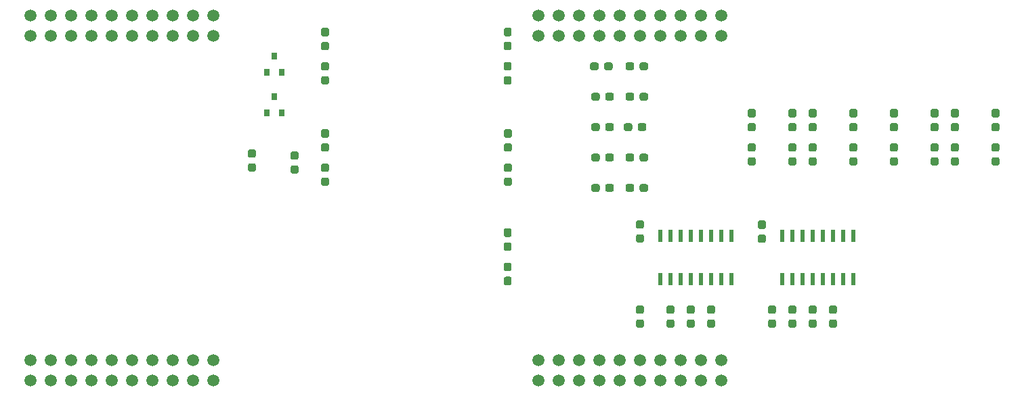
<source format=gbr>
G04 #@! TF.GenerationSoftware,KiCad,Pcbnew,(5.0.2)-1*
G04 #@! TF.CreationDate,2019-03-03T16:13:39-06:00*
G04 #@! TF.ProjectId,ArmDriveBoard_Hardware,41726d44-7269-4766-9542-6f6172645f48,rev?*
G04 #@! TF.SameCoordinates,Original*
G04 #@! TF.FileFunction,Paste,Top*
G04 #@! TF.FilePolarity,Positive*
%FSLAX46Y46*%
G04 Gerber Fmt 4.6, Leading zero omitted, Abs format (unit mm)*
G04 Created by KiCad (PCBNEW (5.0.2)-1) date 3/3/2019 4:13:39 PM*
%MOMM*%
%LPD*%
G01*
G04 APERTURE LIST*
%ADD10C,1.520000*%
%ADD11R,0.600000X1.500000*%
%ADD12C,0.100000*%
%ADD13C,0.950000*%
%ADD14R,0.800000X0.900000*%
G04 APERTURE END LIST*
D10*
G04 #@! TO.C,U1*
X144780000Y-76200000D03*
X142240000Y-76200000D03*
X139700000Y-76200000D03*
X137160000Y-76200000D03*
X134620000Y-76200000D03*
X132080000Y-76200000D03*
X129540000Y-76200000D03*
X127000000Y-76200000D03*
X124460000Y-76200000D03*
X121920000Y-76200000D03*
X144780000Y-78740000D03*
X142240000Y-78740000D03*
X139700000Y-78740000D03*
X137160000Y-78740000D03*
X134620000Y-78740000D03*
X132080000Y-78740000D03*
X129540000Y-78740000D03*
X127000000Y-78740000D03*
X124460000Y-78740000D03*
X121920000Y-78740000D03*
X144780000Y-121920000D03*
X142240000Y-121920000D03*
X139700000Y-121920000D03*
X137160000Y-121920000D03*
X134620000Y-121920000D03*
X132080000Y-121920000D03*
X129540000Y-121920000D03*
X127000000Y-121920000D03*
X124460000Y-121920000D03*
X121920000Y-121920000D03*
X144780000Y-119380000D03*
X142240000Y-119380000D03*
X139700000Y-119380000D03*
X137160000Y-119380000D03*
X134620000Y-119380000D03*
X132080000Y-119380000D03*
X129540000Y-119380000D03*
X127000000Y-119380000D03*
X124460000Y-119380000D03*
X121920000Y-119380000D03*
X190500000Y-76200000D03*
X187960000Y-76200000D03*
X185420000Y-76200000D03*
X208280000Y-78740000D03*
X205740000Y-78740000D03*
X203200000Y-78740000D03*
X200660000Y-78740000D03*
X198120000Y-78740000D03*
X195580000Y-78740000D03*
X193040000Y-78740000D03*
X190500000Y-78740000D03*
X187960000Y-78740000D03*
X185420000Y-78740000D03*
X208280000Y-121920000D03*
X203200000Y-121920000D03*
X198120000Y-121920000D03*
X195580000Y-121920000D03*
X193040000Y-121920000D03*
X190500000Y-121920000D03*
X187960000Y-121920000D03*
X208280000Y-119380000D03*
X203200000Y-119380000D03*
X193040000Y-119380000D03*
X190500000Y-119380000D03*
X187960000Y-119380000D03*
X185420000Y-119380000D03*
X198120000Y-119380000D03*
X200660000Y-119380000D03*
X205740000Y-121920000D03*
X193040000Y-76200000D03*
X195580000Y-76200000D03*
X205740000Y-119380000D03*
X200660000Y-121920000D03*
X203200000Y-76200000D03*
X200660000Y-76200000D03*
X195580000Y-119380000D03*
X198120000Y-76200000D03*
X205740000Y-76200000D03*
X208280000Y-76200000D03*
X185420000Y-121920000D03*
G04 #@! TD*
D11*
G04 #@! TO.C,U2*
X215900000Y-103820000D03*
X217170000Y-103820000D03*
X218440000Y-103820000D03*
X219710000Y-103820000D03*
X220980000Y-103820000D03*
X222250000Y-103820000D03*
X223520000Y-103820000D03*
X224790000Y-103820000D03*
X224790000Y-109220000D03*
X223520000Y-109220000D03*
X222250000Y-109220000D03*
X220980000Y-109220000D03*
X219710000Y-109220000D03*
X218440000Y-109220000D03*
X217170000Y-109220000D03*
X215900000Y-109220000D03*
G04 #@! TD*
D12*
G04 #@! TO.C,C12*
G36*
X213620779Y-101866144D02*
X213643834Y-101869563D01*
X213666443Y-101875227D01*
X213688387Y-101883079D01*
X213709457Y-101893044D01*
X213729448Y-101905026D01*
X213748168Y-101918910D01*
X213765438Y-101934562D01*
X213781090Y-101951832D01*
X213794974Y-101970552D01*
X213806956Y-101990543D01*
X213816921Y-102011613D01*
X213824773Y-102033557D01*
X213830437Y-102056166D01*
X213833856Y-102079221D01*
X213835000Y-102102500D01*
X213835000Y-102677500D01*
X213833856Y-102700779D01*
X213830437Y-102723834D01*
X213824773Y-102746443D01*
X213816921Y-102768387D01*
X213806956Y-102789457D01*
X213794974Y-102809448D01*
X213781090Y-102828168D01*
X213765438Y-102845438D01*
X213748168Y-102861090D01*
X213729448Y-102874974D01*
X213709457Y-102886956D01*
X213688387Y-102896921D01*
X213666443Y-102904773D01*
X213643834Y-102910437D01*
X213620779Y-102913856D01*
X213597500Y-102915000D01*
X213122500Y-102915000D01*
X213099221Y-102913856D01*
X213076166Y-102910437D01*
X213053557Y-102904773D01*
X213031613Y-102896921D01*
X213010543Y-102886956D01*
X212990552Y-102874974D01*
X212971832Y-102861090D01*
X212954562Y-102845438D01*
X212938910Y-102828168D01*
X212925026Y-102809448D01*
X212913044Y-102789457D01*
X212903079Y-102768387D01*
X212895227Y-102746443D01*
X212889563Y-102723834D01*
X212886144Y-102700779D01*
X212885000Y-102677500D01*
X212885000Y-102102500D01*
X212886144Y-102079221D01*
X212889563Y-102056166D01*
X212895227Y-102033557D01*
X212903079Y-102011613D01*
X212913044Y-101990543D01*
X212925026Y-101970552D01*
X212938910Y-101951832D01*
X212954562Y-101934562D01*
X212971832Y-101918910D01*
X212990552Y-101905026D01*
X213010543Y-101893044D01*
X213031613Y-101883079D01*
X213053557Y-101875227D01*
X213076166Y-101869563D01*
X213099221Y-101866144D01*
X213122500Y-101865000D01*
X213597500Y-101865000D01*
X213620779Y-101866144D01*
X213620779Y-101866144D01*
G37*
D13*
X213360000Y-102390000D03*
D12*
G36*
X213620779Y-103616144D02*
X213643834Y-103619563D01*
X213666443Y-103625227D01*
X213688387Y-103633079D01*
X213709457Y-103643044D01*
X213729448Y-103655026D01*
X213748168Y-103668910D01*
X213765438Y-103684562D01*
X213781090Y-103701832D01*
X213794974Y-103720552D01*
X213806956Y-103740543D01*
X213816921Y-103761613D01*
X213824773Y-103783557D01*
X213830437Y-103806166D01*
X213833856Y-103829221D01*
X213835000Y-103852500D01*
X213835000Y-104427500D01*
X213833856Y-104450779D01*
X213830437Y-104473834D01*
X213824773Y-104496443D01*
X213816921Y-104518387D01*
X213806956Y-104539457D01*
X213794974Y-104559448D01*
X213781090Y-104578168D01*
X213765438Y-104595438D01*
X213748168Y-104611090D01*
X213729448Y-104624974D01*
X213709457Y-104636956D01*
X213688387Y-104646921D01*
X213666443Y-104654773D01*
X213643834Y-104660437D01*
X213620779Y-104663856D01*
X213597500Y-104665000D01*
X213122500Y-104665000D01*
X213099221Y-104663856D01*
X213076166Y-104660437D01*
X213053557Y-104654773D01*
X213031613Y-104646921D01*
X213010543Y-104636956D01*
X212990552Y-104624974D01*
X212971832Y-104611090D01*
X212954562Y-104595438D01*
X212938910Y-104578168D01*
X212925026Y-104559448D01*
X212913044Y-104539457D01*
X212903079Y-104518387D01*
X212895227Y-104496443D01*
X212889563Y-104473834D01*
X212886144Y-104450779D01*
X212885000Y-104427500D01*
X212885000Y-103852500D01*
X212886144Y-103829221D01*
X212889563Y-103806166D01*
X212895227Y-103783557D01*
X212903079Y-103761613D01*
X212913044Y-103740543D01*
X212925026Y-103720552D01*
X212938910Y-103701832D01*
X212954562Y-103684562D01*
X212971832Y-103668910D01*
X212990552Y-103655026D01*
X213010543Y-103643044D01*
X213031613Y-103633079D01*
X213053557Y-103625227D01*
X213076166Y-103619563D01*
X213099221Y-103616144D01*
X213122500Y-103615000D01*
X213597500Y-103615000D01*
X213620779Y-103616144D01*
X213620779Y-103616144D01*
G37*
D13*
X213360000Y-104140000D03*
G04 #@! TD*
D12*
G04 #@! TO.C,D4*
G36*
X230130779Y-89646144D02*
X230153834Y-89649563D01*
X230176443Y-89655227D01*
X230198387Y-89663079D01*
X230219457Y-89673044D01*
X230239448Y-89685026D01*
X230258168Y-89698910D01*
X230275438Y-89714562D01*
X230291090Y-89731832D01*
X230304974Y-89750552D01*
X230316956Y-89770543D01*
X230326921Y-89791613D01*
X230334773Y-89813557D01*
X230340437Y-89836166D01*
X230343856Y-89859221D01*
X230345000Y-89882500D01*
X230345000Y-90457500D01*
X230343856Y-90480779D01*
X230340437Y-90503834D01*
X230334773Y-90526443D01*
X230326921Y-90548387D01*
X230316956Y-90569457D01*
X230304974Y-90589448D01*
X230291090Y-90608168D01*
X230275438Y-90625438D01*
X230258168Y-90641090D01*
X230239448Y-90654974D01*
X230219457Y-90666956D01*
X230198387Y-90676921D01*
X230176443Y-90684773D01*
X230153834Y-90690437D01*
X230130779Y-90693856D01*
X230107500Y-90695000D01*
X229632500Y-90695000D01*
X229609221Y-90693856D01*
X229586166Y-90690437D01*
X229563557Y-90684773D01*
X229541613Y-90676921D01*
X229520543Y-90666956D01*
X229500552Y-90654974D01*
X229481832Y-90641090D01*
X229464562Y-90625438D01*
X229448910Y-90608168D01*
X229435026Y-90589448D01*
X229423044Y-90569457D01*
X229413079Y-90548387D01*
X229405227Y-90526443D01*
X229399563Y-90503834D01*
X229396144Y-90480779D01*
X229395000Y-90457500D01*
X229395000Y-89882500D01*
X229396144Y-89859221D01*
X229399563Y-89836166D01*
X229405227Y-89813557D01*
X229413079Y-89791613D01*
X229423044Y-89770543D01*
X229435026Y-89750552D01*
X229448910Y-89731832D01*
X229464562Y-89714562D01*
X229481832Y-89698910D01*
X229500552Y-89685026D01*
X229520543Y-89673044D01*
X229541613Y-89663079D01*
X229563557Y-89655227D01*
X229586166Y-89649563D01*
X229609221Y-89646144D01*
X229632500Y-89645000D01*
X230107500Y-89645000D01*
X230130779Y-89646144D01*
X230130779Y-89646144D01*
G37*
D13*
X229870000Y-90170000D03*
D12*
G36*
X230130779Y-87896144D02*
X230153834Y-87899563D01*
X230176443Y-87905227D01*
X230198387Y-87913079D01*
X230219457Y-87923044D01*
X230239448Y-87935026D01*
X230258168Y-87948910D01*
X230275438Y-87964562D01*
X230291090Y-87981832D01*
X230304974Y-88000552D01*
X230316956Y-88020543D01*
X230326921Y-88041613D01*
X230334773Y-88063557D01*
X230340437Y-88086166D01*
X230343856Y-88109221D01*
X230345000Y-88132500D01*
X230345000Y-88707500D01*
X230343856Y-88730779D01*
X230340437Y-88753834D01*
X230334773Y-88776443D01*
X230326921Y-88798387D01*
X230316956Y-88819457D01*
X230304974Y-88839448D01*
X230291090Y-88858168D01*
X230275438Y-88875438D01*
X230258168Y-88891090D01*
X230239448Y-88904974D01*
X230219457Y-88916956D01*
X230198387Y-88926921D01*
X230176443Y-88934773D01*
X230153834Y-88940437D01*
X230130779Y-88943856D01*
X230107500Y-88945000D01*
X229632500Y-88945000D01*
X229609221Y-88943856D01*
X229586166Y-88940437D01*
X229563557Y-88934773D01*
X229541613Y-88926921D01*
X229520543Y-88916956D01*
X229500552Y-88904974D01*
X229481832Y-88891090D01*
X229464562Y-88875438D01*
X229448910Y-88858168D01*
X229435026Y-88839448D01*
X229423044Y-88819457D01*
X229413079Y-88798387D01*
X229405227Y-88776443D01*
X229399563Y-88753834D01*
X229396144Y-88730779D01*
X229395000Y-88707500D01*
X229395000Y-88132500D01*
X229396144Y-88109221D01*
X229399563Y-88086166D01*
X229405227Y-88063557D01*
X229413079Y-88041613D01*
X229423044Y-88020543D01*
X229435026Y-88000552D01*
X229448910Y-87981832D01*
X229464562Y-87964562D01*
X229481832Y-87948910D01*
X229500552Y-87935026D01*
X229520543Y-87923044D01*
X229541613Y-87913079D01*
X229563557Y-87905227D01*
X229586166Y-87899563D01*
X229609221Y-87896144D01*
X229632500Y-87895000D01*
X230107500Y-87895000D01*
X230130779Y-87896144D01*
X230130779Y-87896144D01*
G37*
D13*
X229870000Y-88420000D03*
G04 #@! TD*
D12*
G04 #@! TO.C,C1*
G36*
X217430779Y-114256144D02*
X217453834Y-114259563D01*
X217476443Y-114265227D01*
X217498387Y-114273079D01*
X217519457Y-114283044D01*
X217539448Y-114295026D01*
X217558168Y-114308910D01*
X217575438Y-114324562D01*
X217591090Y-114341832D01*
X217604974Y-114360552D01*
X217616956Y-114380543D01*
X217626921Y-114401613D01*
X217634773Y-114423557D01*
X217640437Y-114446166D01*
X217643856Y-114469221D01*
X217645000Y-114492500D01*
X217645000Y-115067500D01*
X217643856Y-115090779D01*
X217640437Y-115113834D01*
X217634773Y-115136443D01*
X217626921Y-115158387D01*
X217616956Y-115179457D01*
X217604974Y-115199448D01*
X217591090Y-115218168D01*
X217575438Y-115235438D01*
X217558168Y-115251090D01*
X217539448Y-115264974D01*
X217519457Y-115276956D01*
X217498387Y-115286921D01*
X217476443Y-115294773D01*
X217453834Y-115300437D01*
X217430779Y-115303856D01*
X217407500Y-115305000D01*
X216932500Y-115305000D01*
X216909221Y-115303856D01*
X216886166Y-115300437D01*
X216863557Y-115294773D01*
X216841613Y-115286921D01*
X216820543Y-115276956D01*
X216800552Y-115264974D01*
X216781832Y-115251090D01*
X216764562Y-115235438D01*
X216748910Y-115218168D01*
X216735026Y-115199448D01*
X216723044Y-115179457D01*
X216713079Y-115158387D01*
X216705227Y-115136443D01*
X216699563Y-115113834D01*
X216696144Y-115090779D01*
X216695000Y-115067500D01*
X216695000Y-114492500D01*
X216696144Y-114469221D01*
X216699563Y-114446166D01*
X216705227Y-114423557D01*
X216713079Y-114401613D01*
X216723044Y-114380543D01*
X216735026Y-114360552D01*
X216748910Y-114341832D01*
X216764562Y-114324562D01*
X216781832Y-114308910D01*
X216800552Y-114295026D01*
X216820543Y-114283044D01*
X216841613Y-114273079D01*
X216863557Y-114265227D01*
X216886166Y-114259563D01*
X216909221Y-114256144D01*
X216932500Y-114255000D01*
X217407500Y-114255000D01*
X217430779Y-114256144D01*
X217430779Y-114256144D01*
G37*
D13*
X217170000Y-114780000D03*
D12*
G36*
X217430779Y-112506144D02*
X217453834Y-112509563D01*
X217476443Y-112515227D01*
X217498387Y-112523079D01*
X217519457Y-112533044D01*
X217539448Y-112545026D01*
X217558168Y-112558910D01*
X217575438Y-112574562D01*
X217591090Y-112591832D01*
X217604974Y-112610552D01*
X217616956Y-112630543D01*
X217626921Y-112651613D01*
X217634773Y-112673557D01*
X217640437Y-112696166D01*
X217643856Y-112719221D01*
X217645000Y-112742500D01*
X217645000Y-113317500D01*
X217643856Y-113340779D01*
X217640437Y-113363834D01*
X217634773Y-113386443D01*
X217626921Y-113408387D01*
X217616956Y-113429457D01*
X217604974Y-113449448D01*
X217591090Y-113468168D01*
X217575438Y-113485438D01*
X217558168Y-113501090D01*
X217539448Y-113514974D01*
X217519457Y-113526956D01*
X217498387Y-113536921D01*
X217476443Y-113544773D01*
X217453834Y-113550437D01*
X217430779Y-113553856D01*
X217407500Y-113555000D01*
X216932500Y-113555000D01*
X216909221Y-113553856D01*
X216886166Y-113550437D01*
X216863557Y-113544773D01*
X216841613Y-113536921D01*
X216820543Y-113526956D01*
X216800552Y-113514974D01*
X216781832Y-113501090D01*
X216764562Y-113485438D01*
X216748910Y-113468168D01*
X216735026Y-113449448D01*
X216723044Y-113429457D01*
X216713079Y-113408387D01*
X216705227Y-113386443D01*
X216699563Y-113363834D01*
X216696144Y-113340779D01*
X216695000Y-113317500D01*
X216695000Y-112742500D01*
X216696144Y-112719221D01*
X216699563Y-112696166D01*
X216705227Y-112673557D01*
X216713079Y-112651613D01*
X216723044Y-112630543D01*
X216735026Y-112610552D01*
X216748910Y-112591832D01*
X216764562Y-112574562D01*
X216781832Y-112558910D01*
X216800552Y-112545026D01*
X216820543Y-112533044D01*
X216841613Y-112523079D01*
X216863557Y-112515227D01*
X216886166Y-112509563D01*
X216909221Y-112506144D01*
X216932500Y-112505000D01*
X217407500Y-112505000D01*
X217430779Y-112506144D01*
X217430779Y-112506144D01*
G37*
D13*
X217170000Y-113030000D03*
G04 #@! TD*
D12*
G04 #@! TO.C,C2*
G36*
X222510779Y-114256144D02*
X222533834Y-114259563D01*
X222556443Y-114265227D01*
X222578387Y-114273079D01*
X222599457Y-114283044D01*
X222619448Y-114295026D01*
X222638168Y-114308910D01*
X222655438Y-114324562D01*
X222671090Y-114341832D01*
X222684974Y-114360552D01*
X222696956Y-114380543D01*
X222706921Y-114401613D01*
X222714773Y-114423557D01*
X222720437Y-114446166D01*
X222723856Y-114469221D01*
X222725000Y-114492500D01*
X222725000Y-115067500D01*
X222723856Y-115090779D01*
X222720437Y-115113834D01*
X222714773Y-115136443D01*
X222706921Y-115158387D01*
X222696956Y-115179457D01*
X222684974Y-115199448D01*
X222671090Y-115218168D01*
X222655438Y-115235438D01*
X222638168Y-115251090D01*
X222619448Y-115264974D01*
X222599457Y-115276956D01*
X222578387Y-115286921D01*
X222556443Y-115294773D01*
X222533834Y-115300437D01*
X222510779Y-115303856D01*
X222487500Y-115305000D01*
X222012500Y-115305000D01*
X221989221Y-115303856D01*
X221966166Y-115300437D01*
X221943557Y-115294773D01*
X221921613Y-115286921D01*
X221900543Y-115276956D01*
X221880552Y-115264974D01*
X221861832Y-115251090D01*
X221844562Y-115235438D01*
X221828910Y-115218168D01*
X221815026Y-115199448D01*
X221803044Y-115179457D01*
X221793079Y-115158387D01*
X221785227Y-115136443D01*
X221779563Y-115113834D01*
X221776144Y-115090779D01*
X221775000Y-115067500D01*
X221775000Y-114492500D01*
X221776144Y-114469221D01*
X221779563Y-114446166D01*
X221785227Y-114423557D01*
X221793079Y-114401613D01*
X221803044Y-114380543D01*
X221815026Y-114360552D01*
X221828910Y-114341832D01*
X221844562Y-114324562D01*
X221861832Y-114308910D01*
X221880552Y-114295026D01*
X221900543Y-114283044D01*
X221921613Y-114273079D01*
X221943557Y-114265227D01*
X221966166Y-114259563D01*
X221989221Y-114256144D01*
X222012500Y-114255000D01*
X222487500Y-114255000D01*
X222510779Y-114256144D01*
X222510779Y-114256144D01*
G37*
D13*
X222250000Y-114780000D03*
D12*
G36*
X222510779Y-112506144D02*
X222533834Y-112509563D01*
X222556443Y-112515227D01*
X222578387Y-112523079D01*
X222599457Y-112533044D01*
X222619448Y-112545026D01*
X222638168Y-112558910D01*
X222655438Y-112574562D01*
X222671090Y-112591832D01*
X222684974Y-112610552D01*
X222696956Y-112630543D01*
X222706921Y-112651613D01*
X222714773Y-112673557D01*
X222720437Y-112696166D01*
X222723856Y-112719221D01*
X222725000Y-112742500D01*
X222725000Y-113317500D01*
X222723856Y-113340779D01*
X222720437Y-113363834D01*
X222714773Y-113386443D01*
X222706921Y-113408387D01*
X222696956Y-113429457D01*
X222684974Y-113449448D01*
X222671090Y-113468168D01*
X222655438Y-113485438D01*
X222638168Y-113501090D01*
X222619448Y-113514974D01*
X222599457Y-113526956D01*
X222578387Y-113536921D01*
X222556443Y-113544773D01*
X222533834Y-113550437D01*
X222510779Y-113553856D01*
X222487500Y-113555000D01*
X222012500Y-113555000D01*
X221989221Y-113553856D01*
X221966166Y-113550437D01*
X221943557Y-113544773D01*
X221921613Y-113536921D01*
X221900543Y-113526956D01*
X221880552Y-113514974D01*
X221861832Y-113501090D01*
X221844562Y-113485438D01*
X221828910Y-113468168D01*
X221815026Y-113449448D01*
X221803044Y-113429457D01*
X221793079Y-113408387D01*
X221785227Y-113386443D01*
X221779563Y-113363834D01*
X221776144Y-113340779D01*
X221775000Y-113317500D01*
X221775000Y-112742500D01*
X221776144Y-112719221D01*
X221779563Y-112696166D01*
X221785227Y-112673557D01*
X221793079Y-112651613D01*
X221803044Y-112630543D01*
X221815026Y-112610552D01*
X221828910Y-112591832D01*
X221844562Y-112574562D01*
X221861832Y-112558910D01*
X221880552Y-112545026D01*
X221900543Y-112533044D01*
X221921613Y-112523079D01*
X221943557Y-112515227D01*
X221966166Y-112509563D01*
X221989221Y-112506144D01*
X222012500Y-112505000D01*
X222487500Y-112505000D01*
X222510779Y-112506144D01*
X222510779Y-112506144D01*
G37*
D13*
X222250000Y-113030000D03*
G04 #@! TD*
D12*
G04 #@! TO.C,C3*
G36*
X155200779Y-93202144D02*
X155223834Y-93205563D01*
X155246443Y-93211227D01*
X155268387Y-93219079D01*
X155289457Y-93229044D01*
X155309448Y-93241026D01*
X155328168Y-93254910D01*
X155345438Y-93270562D01*
X155361090Y-93287832D01*
X155374974Y-93306552D01*
X155386956Y-93326543D01*
X155396921Y-93347613D01*
X155404773Y-93369557D01*
X155410437Y-93392166D01*
X155413856Y-93415221D01*
X155415000Y-93438500D01*
X155415000Y-94013500D01*
X155413856Y-94036779D01*
X155410437Y-94059834D01*
X155404773Y-94082443D01*
X155396921Y-94104387D01*
X155386956Y-94125457D01*
X155374974Y-94145448D01*
X155361090Y-94164168D01*
X155345438Y-94181438D01*
X155328168Y-94197090D01*
X155309448Y-94210974D01*
X155289457Y-94222956D01*
X155268387Y-94232921D01*
X155246443Y-94240773D01*
X155223834Y-94246437D01*
X155200779Y-94249856D01*
X155177500Y-94251000D01*
X154702500Y-94251000D01*
X154679221Y-94249856D01*
X154656166Y-94246437D01*
X154633557Y-94240773D01*
X154611613Y-94232921D01*
X154590543Y-94222956D01*
X154570552Y-94210974D01*
X154551832Y-94197090D01*
X154534562Y-94181438D01*
X154518910Y-94164168D01*
X154505026Y-94145448D01*
X154493044Y-94125457D01*
X154483079Y-94104387D01*
X154475227Y-94082443D01*
X154469563Y-94059834D01*
X154466144Y-94036779D01*
X154465000Y-94013500D01*
X154465000Y-93438500D01*
X154466144Y-93415221D01*
X154469563Y-93392166D01*
X154475227Y-93369557D01*
X154483079Y-93347613D01*
X154493044Y-93326543D01*
X154505026Y-93306552D01*
X154518910Y-93287832D01*
X154534562Y-93270562D01*
X154551832Y-93254910D01*
X154570552Y-93241026D01*
X154590543Y-93229044D01*
X154611613Y-93219079D01*
X154633557Y-93211227D01*
X154656166Y-93205563D01*
X154679221Y-93202144D01*
X154702500Y-93201000D01*
X155177500Y-93201000D01*
X155200779Y-93202144D01*
X155200779Y-93202144D01*
G37*
D13*
X154940000Y-93726000D03*
D12*
G36*
X155200779Y-94952144D02*
X155223834Y-94955563D01*
X155246443Y-94961227D01*
X155268387Y-94969079D01*
X155289457Y-94979044D01*
X155309448Y-94991026D01*
X155328168Y-95004910D01*
X155345438Y-95020562D01*
X155361090Y-95037832D01*
X155374974Y-95056552D01*
X155386956Y-95076543D01*
X155396921Y-95097613D01*
X155404773Y-95119557D01*
X155410437Y-95142166D01*
X155413856Y-95165221D01*
X155415000Y-95188500D01*
X155415000Y-95763500D01*
X155413856Y-95786779D01*
X155410437Y-95809834D01*
X155404773Y-95832443D01*
X155396921Y-95854387D01*
X155386956Y-95875457D01*
X155374974Y-95895448D01*
X155361090Y-95914168D01*
X155345438Y-95931438D01*
X155328168Y-95947090D01*
X155309448Y-95960974D01*
X155289457Y-95972956D01*
X155268387Y-95982921D01*
X155246443Y-95990773D01*
X155223834Y-95996437D01*
X155200779Y-95999856D01*
X155177500Y-96001000D01*
X154702500Y-96001000D01*
X154679221Y-95999856D01*
X154656166Y-95996437D01*
X154633557Y-95990773D01*
X154611613Y-95982921D01*
X154590543Y-95972956D01*
X154570552Y-95960974D01*
X154551832Y-95947090D01*
X154534562Y-95931438D01*
X154518910Y-95914168D01*
X154505026Y-95895448D01*
X154493044Y-95875457D01*
X154483079Y-95854387D01*
X154475227Y-95832443D01*
X154469563Y-95809834D01*
X154466144Y-95786779D01*
X154465000Y-95763500D01*
X154465000Y-95188500D01*
X154466144Y-95165221D01*
X154469563Y-95142166D01*
X154475227Y-95119557D01*
X154483079Y-95097613D01*
X154493044Y-95076543D01*
X154505026Y-95056552D01*
X154518910Y-95037832D01*
X154534562Y-95020562D01*
X154551832Y-95004910D01*
X154570552Y-94991026D01*
X154590543Y-94979044D01*
X154611613Y-94969079D01*
X154633557Y-94961227D01*
X154656166Y-94955563D01*
X154679221Y-94952144D01*
X154702500Y-94951000D01*
X155177500Y-94951000D01*
X155200779Y-94952144D01*
X155200779Y-94952144D01*
G37*
D13*
X154940000Y-95476000D03*
G04 #@! TD*
D12*
G04 #@! TO.C,C4*
G36*
X214890779Y-114256144D02*
X214913834Y-114259563D01*
X214936443Y-114265227D01*
X214958387Y-114273079D01*
X214979457Y-114283044D01*
X214999448Y-114295026D01*
X215018168Y-114308910D01*
X215035438Y-114324562D01*
X215051090Y-114341832D01*
X215064974Y-114360552D01*
X215076956Y-114380543D01*
X215086921Y-114401613D01*
X215094773Y-114423557D01*
X215100437Y-114446166D01*
X215103856Y-114469221D01*
X215105000Y-114492500D01*
X215105000Y-115067500D01*
X215103856Y-115090779D01*
X215100437Y-115113834D01*
X215094773Y-115136443D01*
X215086921Y-115158387D01*
X215076956Y-115179457D01*
X215064974Y-115199448D01*
X215051090Y-115218168D01*
X215035438Y-115235438D01*
X215018168Y-115251090D01*
X214999448Y-115264974D01*
X214979457Y-115276956D01*
X214958387Y-115286921D01*
X214936443Y-115294773D01*
X214913834Y-115300437D01*
X214890779Y-115303856D01*
X214867500Y-115305000D01*
X214392500Y-115305000D01*
X214369221Y-115303856D01*
X214346166Y-115300437D01*
X214323557Y-115294773D01*
X214301613Y-115286921D01*
X214280543Y-115276956D01*
X214260552Y-115264974D01*
X214241832Y-115251090D01*
X214224562Y-115235438D01*
X214208910Y-115218168D01*
X214195026Y-115199448D01*
X214183044Y-115179457D01*
X214173079Y-115158387D01*
X214165227Y-115136443D01*
X214159563Y-115113834D01*
X214156144Y-115090779D01*
X214155000Y-115067500D01*
X214155000Y-114492500D01*
X214156144Y-114469221D01*
X214159563Y-114446166D01*
X214165227Y-114423557D01*
X214173079Y-114401613D01*
X214183044Y-114380543D01*
X214195026Y-114360552D01*
X214208910Y-114341832D01*
X214224562Y-114324562D01*
X214241832Y-114308910D01*
X214260552Y-114295026D01*
X214280543Y-114283044D01*
X214301613Y-114273079D01*
X214323557Y-114265227D01*
X214346166Y-114259563D01*
X214369221Y-114256144D01*
X214392500Y-114255000D01*
X214867500Y-114255000D01*
X214890779Y-114256144D01*
X214890779Y-114256144D01*
G37*
D13*
X214630000Y-114780000D03*
D12*
G36*
X214890779Y-112506144D02*
X214913834Y-112509563D01*
X214936443Y-112515227D01*
X214958387Y-112523079D01*
X214979457Y-112533044D01*
X214999448Y-112545026D01*
X215018168Y-112558910D01*
X215035438Y-112574562D01*
X215051090Y-112591832D01*
X215064974Y-112610552D01*
X215076956Y-112630543D01*
X215086921Y-112651613D01*
X215094773Y-112673557D01*
X215100437Y-112696166D01*
X215103856Y-112719221D01*
X215105000Y-112742500D01*
X215105000Y-113317500D01*
X215103856Y-113340779D01*
X215100437Y-113363834D01*
X215094773Y-113386443D01*
X215086921Y-113408387D01*
X215076956Y-113429457D01*
X215064974Y-113449448D01*
X215051090Y-113468168D01*
X215035438Y-113485438D01*
X215018168Y-113501090D01*
X214999448Y-113514974D01*
X214979457Y-113526956D01*
X214958387Y-113536921D01*
X214936443Y-113544773D01*
X214913834Y-113550437D01*
X214890779Y-113553856D01*
X214867500Y-113555000D01*
X214392500Y-113555000D01*
X214369221Y-113553856D01*
X214346166Y-113550437D01*
X214323557Y-113544773D01*
X214301613Y-113536921D01*
X214280543Y-113526956D01*
X214260552Y-113514974D01*
X214241832Y-113501090D01*
X214224562Y-113485438D01*
X214208910Y-113468168D01*
X214195026Y-113449448D01*
X214183044Y-113429457D01*
X214173079Y-113408387D01*
X214165227Y-113386443D01*
X214159563Y-113363834D01*
X214156144Y-113340779D01*
X214155000Y-113317500D01*
X214155000Y-112742500D01*
X214156144Y-112719221D01*
X214159563Y-112696166D01*
X214165227Y-112673557D01*
X214173079Y-112651613D01*
X214183044Y-112630543D01*
X214195026Y-112610552D01*
X214208910Y-112591832D01*
X214224562Y-112574562D01*
X214241832Y-112558910D01*
X214260552Y-112545026D01*
X214280543Y-112533044D01*
X214301613Y-112523079D01*
X214323557Y-112515227D01*
X214346166Y-112509563D01*
X214369221Y-112506144D01*
X214392500Y-112505000D01*
X214867500Y-112505000D01*
X214890779Y-112506144D01*
X214890779Y-112506144D01*
G37*
D13*
X214630000Y-113030000D03*
G04 #@! TD*
D12*
G04 #@! TO.C,C5*
G36*
X219970779Y-114256144D02*
X219993834Y-114259563D01*
X220016443Y-114265227D01*
X220038387Y-114273079D01*
X220059457Y-114283044D01*
X220079448Y-114295026D01*
X220098168Y-114308910D01*
X220115438Y-114324562D01*
X220131090Y-114341832D01*
X220144974Y-114360552D01*
X220156956Y-114380543D01*
X220166921Y-114401613D01*
X220174773Y-114423557D01*
X220180437Y-114446166D01*
X220183856Y-114469221D01*
X220185000Y-114492500D01*
X220185000Y-115067500D01*
X220183856Y-115090779D01*
X220180437Y-115113834D01*
X220174773Y-115136443D01*
X220166921Y-115158387D01*
X220156956Y-115179457D01*
X220144974Y-115199448D01*
X220131090Y-115218168D01*
X220115438Y-115235438D01*
X220098168Y-115251090D01*
X220079448Y-115264974D01*
X220059457Y-115276956D01*
X220038387Y-115286921D01*
X220016443Y-115294773D01*
X219993834Y-115300437D01*
X219970779Y-115303856D01*
X219947500Y-115305000D01*
X219472500Y-115305000D01*
X219449221Y-115303856D01*
X219426166Y-115300437D01*
X219403557Y-115294773D01*
X219381613Y-115286921D01*
X219360543Y-115276956D01*
X219340552Y-115264974D01*
X219321832Y-115251090D01*
X219304562Y-115235438D01*
X219288910Y-115218168D01*
X219275026Y-115199448D01*
X219263044Y-115179457D01*
X219253079Y-115158387D01*
X219245227Y-115136443D01*
X219239563Y-115113834D01*
X219236144Y-115090779D01*
X219235000Y-115067500D01*
X219235000Y-114492500D01*
X219236144Y-114469221D01*
X219239563Y-114446166D01*
X219245227Y-114423557D01*
X219253079Y-114401613D01*
X219263044Y-114380543D01*
X219275026Y-114360552D01*
X219288910Y-114341832D01*
X219304562Y-114324562D01*
X219321832Y-114308910D01*
X219340552Y-114295026D01*
X219360543Y-114283044D01*
X219381613Y-114273079D01*
X219403557Y-114265227D01*
X219426166Y-114259563D01*
X219449221Y-114256144D01*
X219472500Y-114255000D01*
X219947500Y-114255000D01*
X219970779Y-114256144D01*
X219970779Y-114256144D01*
G37*
D13*
X219710000Y-114780000D03*
D12*
G36*
X219970779Y-112506144D02*
X219993834Y-112509563D01*
X220016443Y-112515227D01*
X220038387Y-112523079D01*
X220059457Y-112533044D01*
X220079448Y-112545026D01*
X220098168Y-112558910D01*
X220115438Y-112574562D01*
X220131090Y-112591832D01*
X220144974Y-112610552D01*
X220156956Y-112630543D01*
X220166921Y-112651613D01*
X220174773Y-112673557D01*
X220180437Y-112696166D01*
X220183856Y-112719221D01*
X220185000Y-112742500D01*
X220185000Y-113317500D01*
X220183856Y-113340779D01*
X220180437Y-113363834D01*
X220174773Y-113386443D01*
X220166921Y-113408387D01*
X220156956Y-113429457D01*
X220144974Y-113449448D01*
X220131090Y-113468168D01*
X220115438Y-113485438D01*
X220098168Y-113501090D01*
X220079448Y-113514974D01*
X220059457Y-113526956D01*
X220038387Y-113536921D01*
X220016443Y-113544773D01*
X219993834Y-113550437D01*
X219970779Y-113553856D01*
X219947500Y-113555000D01*
X219472500Y-113555000D01*
X219449221Y-113553856D01*
X219426166Y-113550437D01*
X219403557Y-113544773D01*
X219381613Y-113536921D01*
X219360543Y-113526956D01*
X219340552Y-113514974D01*
X219321832Y-113501090D01*
X219304562Y-113485438D01*
X219288910Y-113468168D01*
X219275026Y-113449448D01*
X219263044Y-113429457D01*
X219253079Y-113408387D01*
X219245227Y-113386443D01*
X219239563Y-113363834D01*
X219236144Y-113340779D01*
X219235000Y-113317500D01*
X219235000Y-112742500D01*
X219236144Y-112719221D01*
X219239563Y-112696166D01*
X219245227Y-112673557D01*
X219253079Y-112651613D01*
X219263044Y-112630543D01*
X219275026Y-112610552D01*
X219288910Y-112591832D01*
X219304562Y-112574562D01*
X219321832Y-112558910D01*
X219340552Y-112545026D01*
X219360543Y-112533044D01*
X219381613Y-112523079D01*
X219403557Y-112515227D01*
X219426166Y-112509563D01*
X219449221Y-112506144D01*
X219472500Y-112505000D01*
X219947500Y-112505000D01*
X219970779Y-112506144D01*
X219970779Y-112506144D01*
G37*
D13*
X219710000Y-113030000D03*
G04 #@! TD*
D12*
G04 #@! TO.C,C6*
G36*
X149866779Y-94698144D02*
X149889834Y-94701563D01*
X149912443Y-94707227D01*
X149934387Y-94715079D01*
X149955457Y-94725044D01*
X149975448Y-94737026D01*
X149994168Y-94750910D01*
X150011438Y-94766562D01*
X150027090Y-94783832D01*
X150040974Y-94802552D01*
X150052956Y-94822543D01*
X150062921Y-94843613D01*
X150070773Y-94865557D01*
X150076437Y-94888166D01*
X150079856Y-94911221D01*
X150081000Y-94934500D01*
X150081000Y-95509500D01*
X150079856Y-95532779D01*
X150076437Y-95555834D01*
X150070773Y-95578443D01*
X150062921Y-95600387D01*
X150052956Y-95621457D01*
X150040974Y-95641448D01*
X150027090Y-95660168D01*
X150011438Y-95677438D01*
X149994168Y-95693090D01*
X149975448Y-95706974D01*
X149955457Y-95718956D01*
X149934387Y-95728921D01*
X149912443Y-95736773D01*
X149889834Y-95742437D01*
X149866779Y-95745856D01*
X149843500Y-95747000D01*
X149368500Y-95747000D01*
X149345221Y-95745856D01*
X149322166Y-95742437D01*
X149299557Y-95736773D01*
X149277613Y-95728921D01*
X149256543Y-95718956D01*
X149236552Y-95706974D01*
X149217832Y-95693090D01*
X149200562Y-95677438D01*
X149184910Y-95660168D01*
X149171026Y-95641448D01*
X149159044Y-95621457D01*
X149149079Y-95600387D01*
X149141227Y-95578443D01*
X149135563Y-95555834D01*
X149132144Y-95532779D01*
X149131000Y-95509500D01*
X149131000Y-94934500D01*
X149132144Y-94911221D01*
X149135563Y-94888166D01*
X149141227Y-94865557D01*
X149149079Y-94843613D01*
X149159044Y-94822543D01*
X149171026Y-94802552D01*
X149184910Y-94783832D01*
X149200562Y-94766562D01*
X149217832Y-94750910D01*
X149236552Y-94737026D01*
X149256543Y-94725044D01*
X149277613Y-94715079D01*
X149299557Y-94707227D01*
X149322166Y-94701563D01*
X149345221Y-94698144D01*
X149368500Y-94697000D01*
X149843500Y-94697000D01*
X149866779Y-94698144D01*
X149866779Y-94698144D01*
G37*
D13*
X149606000Y-95222000D03*
D12*
G36*
X149866779Y-92948144D02*
X149889834Y-92951563D01*
X149912443Y-92957227D01*
X149934387Y-92965079D01*
X149955457Y-92975044D01*
X149975448Y-92987026D01*
X149994168Y-93000910D01*
X150011438Y-93016562D01*
X150027090Y-93033832D01*
X150040974Y-93052552D01*
X150052956Y-93072543D01*
X150062921Y-93093613D01*
X150070773Y-93115557D01*
X150076437Y-93138166D01*
X150079856Y-93161221D01*
X150081000Y-93184500D01*
X150081000Y-93759500D01*
X150079856Y-93782779D01*
X150076437Y-93805834D01*
X150070773Y-93828443D01*
X150062921Y-93850387D01*
X150052956Y-93871457D01*
X150040974Y-93891448D01*
X150027090Y-93910168D01*
X150011438Y-93927438D01*
X149994168Y-93943090D01*
X149975448Y-93956974D01*
X149955457Y-93968956D01*
X149934387Y-93978921D01*
X149912443Y-93986773D01*
X149889834Y-93992437D01*
X149866779Y-93995856D01*
X149843500Y-93997000D01*
X149368500Y-93997000D01*
X149345221Y-93995856D01*
X149322166Y-93992437D01*
X149299557Y-93986773D01*
X149277613Y-93978921D01*
X149256543Y-93968956D01*
X149236552Y-93956974D01*
X149217832Y-93943090D01*
X149200562Y-93927438D01*
X149184910Y-93910168D01*
X149171026Y-93891448D01*
X149159044Y-93871457D01*
X149149079Y-93850387D01*
X149141227Y-93828443D01*
X149135563Y-93805834D01*
X149132144Y-93782779D01*
X149131000Y-93759500D01*
X149131000Y-93184500D01*
X149132144Y-93161221D01*
X149135563Y-93138166D01*
X149141227Y-93115557D01*
X149149079Y-93093613D01*
X149159044Y-93072543D01*
X149171026Y-93052552D01*
X149184910Y-93033832D01*
X149200562Y-93016562D01*
X149217832Y-93000910D01*
X149236552Y-92987026D01*
X149256543Y-92975044D01*
X149277613Y-92965079D01*
X149299557Y-92957227D01*
X149322166Y-92951563D01*
X149345221Y-92948144D01*
X149368500Y-92947000D01*
X149843500Y-92947000D01*
X149866779Y-92948144D01*
X149866779Y-92948144D01*
G37*
D13*
X149606000Y-93472000D03*
G04 #@! TD*
D12*
G04 #@! TO.C,D1*
G36*
X159010779Y-92186144D02*
X159033834Y-92189563D01*
X159056443Y-92195227D01*
X159078387Y-92203079D01*
X159099457Y-92213044D01*
X159119448Y-92225026D01*
X159138168Y-92238910D01*
X159155438Y-92254562D01*
X159171090Y-92271832D01*
X159184974Y-92290552D01*
X159196956Y-92310543D01*
X159206921Y-92331613D01*
X159214773Y-92353557D01*
X159220437Y-92376166D01*
X159223856Y-92399221D01*
X159225000Y-92422500D01*
X159225000Y-92997500D01*
X159223856Y-93020779D01*
X159220437Y-93043834D01*
X159214773Y-93066443D01*
X159206921Y-93088387D01*
X159196956Y-93109457D01*
X159184974Y-93129448D01*
X159171090Y-93148168D01*
X159155438Y-93165438D01*
X159138168Y-93181090D01*
X159119448Y-93194974D01*
X159099457Y-93206956D01*
X159078387Y-93216921D01*
X159056443Y-93224773D01*
X159033834Y-93230437D01*
X159010779Y-93233856D01*
X158987500Y-93235000D01*
X158512500Y-93235000D01*
X158489221Y-93233856D01*
X158466166Y-93230437D01*
X158443557Y-93224773D01*
X158421613Y-93216921D01*
X158400543Y-93206956D01*
X158380552Y-93194974D01*
X158361832Y-93181090D01*
X158344562Y-93165438D01*
X158328910Y-93148168D01*
X158315026Y-93129448D01*
X158303044Y-93109457D01*
X158293079Y-93088387D01*
X158285227Y-93066443D01*
X158279563Y-93043834D01*
X158276144Y-93020779D01*
X158275000Y-92997500D01*
X158275000Y-92422500D01*
X158276144Y-92399221D01*
X158279563Y-92376166D01*
X158285227Y-92353557D01*
X158293079Y-92331613D01*
X158303044Y-92310543D01*
X158315026Y-92290552D01*
X158328910Y-92271832D01*
X158344562Y-92254562D01*
X158361832Y-92238910D01*
X158380552Y-92225026D01*
X158400543Y-92213044D01*
X158421613Y-92203079D01*
X158443557Y-92195227D01*
X158466166Y-92189563D01*
X158489221Y-92186144D01*
X158512500Y-92185000D01*
X158987500Y-92185000D01*
X159010779Y-92186144D01*
X159010779Y-92186144D01*
G37*
D13*
X158750000Y-92710000D03*
D12*
G36*
X159010779Y-90436144D02*
X159033834Y-90439563D01*
X159056443Y-90445227D01*
X159078387Y-90453079D01*
X159099457Y-90463044D01*
X159119448Y-90475026D01*
X159138168Y-90488910D01*
X159155438Y-90504562D01*
X159171090Y-90521832D01*
X159184974Y-90540552D01*
X159196956Y-90560543D01*
X159206921Y-90581613D01*
X159214773Y-90603557D01*
X159220437Y-90626166D01*
X159223856Y-90649221D01*
X159225000Y-90672500D01*
X159225000Y-91247500D01*
X159223856Y-91270779D01*
X159220437Y-91293834D01*
X159214773Y-91316443D01*
X159206921Y-91338387D01*
X159196956Y-91359457D01*
X159184974Y-91379448D01*
X159171090Y-91398168D01*
X159155438Y-91415438D01*
X159138168Y-91431090D01*
X159119448Y-91444974D01*
X159099457Y-91456956D01*
X159078387Y-91466921D01*
X159056443Y-91474773D01*
X159033834Y-91480437D01*
X159010779Y-91483856D01*
X158987500Y-91485000D01*
X158512500Y-91485000D01*
X158489221Y-91483856D01*
X158466166Y-91480437D01*
X158443557Y-91474773D01*
X158421613Y-91466921D01*
X158400543Y-91456956D01*
X158380552Y-91444974D01*
X158361832Y-91431090D01*
X158344562Y-91415438D01*
X158328910Y-91398168D01*
X158315026Y-91379448D01*
X158303044Y-91359457D01*
X158293079Y-91338387D01*
X158285227Y-91316443D01*
X158279563Y-91293834D01*
X158276144Y-91270779D01*
X158275000Y-91247500D01*
X158275000Y-90672500D01*
X158276144Y-90649221D01*
X158279563Y-90626166D01*
X158285227Y-90603557D01*
X158293079Y-90581613D01*
X158303044Y-90560543D01*
X158315026Y-90540552D01*
X158328910Y-90521832D01*
X158344562Y-90504562D01*
X158361832Y-90488910D01*
X158380552Y-90475026D01*
X158400543Y-90463044D01*
X158421613Y-90453079D01*
X158443557Y-90445227D01*
X158466166Y-90439563D01*
X158489221Y-90436144D01*
X158512500Y-90435000D01*
X158987500Y-90435000D01*
X159010779Y-90436144D01*
X159010779Y-90436144D01*
G37*
D13*
X158750000Y-90960000D03*
G04 #@! TD*
D12*
G04 #@! TO.C,D3*
G36*
X159010779Y-79486144D02*
X159033834Y-79489563D01*
X159056443Y-79495227D01*
X159078387Y-79503079D01*
X159099457Y-79513044D01*
X159119448Y-79525026D01*
X159138168Y-79538910D01*
X159155438Y-79554562D01*
X159171090Y-79571832D01*
X159184974Y-79590552D01*
X159196956Y-79610543D01*
X159206921Y-79631613D01*
X159214773Y-79653557D01*
X159220437Y-79676166D01*
X159223856Y-79699221D01*
X159225000Y-79722500D01*
X159225000Y-80297500D01*
X159223856Y-80320779D01*
X159220437Y-80343834D01*
X159214773Y-80366443D01*
X159206921Y-80388387D01*
X159196956Y-80409457D01*
X159184974Y-80429448D01*
X159171090Y-80448168D01*
X159155438Y-80465438D01*
X159138168Y-80481090D01*
X159119448Y-80494974D01*
X159099457Y-80506956D01*
X159078387Y-80516921D01*
X159056443Y-80524773D01*
X159033834Y-80530437D01*
X159010779Y-80533856D01*
X158987500Y-80535000D01*
X158512500Y-80535000D01*
X158489221Y-80533856D01*
X158466166Y-80530437D01*
X158443557Y-80524773D01*
X158421613Y-80516921D01*
X158400543Y-80506956D01*
X158380552Y-80494974D01*
X158361832Y-80481090D01*
X158344562Y-80465438D01*
X158328910Y-80448168D01*
X158315026Y-80429448D01*
X158303044Y-80409457D01*
X158293079Y-80388387D01*
X158285227Y-80366443D01*
X158279563Y-80343834D01*
X158276144Y-80320779D01*
X158275000Y-80297500D01*
X158275000Y-79722500D01*
X158276144Y-79699221D01*
X158279563Y-79676166D01*
X158285227Y-79653557D01*
X158293079Y-79631613D01*
X158303044Y-79610543D01*
X158315026Y-79590552D01*
X158328910Y-79571832D01*
X158344562Y-79554562D01*
X158361832Y-79538910D01*
X158380552Y-79525026D01*
X158400543Y-79513044D01*
X158421613Y-79503079D01*
X158443557Y-79495227D01*
X158466166Y-79489563D01*
X158489221Y-79486144D01*
X158512500Y-79485000D01*
X158987500Y-79485000D01*
X159010779Y-79486144D01*
X159010779Y-79486144D01*
G37*
D13*
X158750000Y-80010000D03*
D12*
G36*
X159010779Y-77736144D02*
X159033834Y-77739563D01*
X159056443Y-77745227D01*
X159078387Y-77753079D01*
X159099457Y-77763044D01*
X159119448Y-77775026D01*
X159138168Y-77788910D01*
X159155438Y-77804562D01*
X159171090Y-77821832D01*
X159184974Y-77840552D01*
X159196956Y-77860543D01*
X159206921Y-77881613D01*
X159214773Y-77903557D01*
X159220437Y-77926166D01*
X159223856Y-77949221D01*
X159225000Y-77972500D01*
X159225000Y-78547500D01*
X159223856Y-78570779D01*
X159220437Y-78593834D01*
X159214773Y-78616443D01*
X159206921Y-78638387D01*
X159196956Y-78659457D01*
X159184974Y-78679448D01*
X159171090Y-78698168D01*
X159155438Y-78715438D01*
X159138168Y-78731090D01*
X159119448Y-78744974D01*
X159099457Y-78756956D01*
X159078387Y-78766921D01*
X159056443Y-78774773D01*
X159033834Y-78780437D01*
X159010779Y-78783856D01*
X158987500Y-78785000D01*
X158512500Y-78785000D01*
X158489221Y-78783856D01*
X158466166Y-78780437D01*
X158443557Y-78774773D01*
X158421613Y-78766921D01*
X158400543Y-78756956D01*
X158380552Y-78744974D01*
X158361832Y-78731090D01*
X158344562Y-78715438D01*
X158328910Y-78698168D01*
X158315026Y-78679448D01*
X158303044Y-78659457D01*
X158293079Y-78638387D01*
X158285227Y-78616443D01*
X158279563Y-78593834D01*
X158276144Y-78570779D01*
X158275000Y-78547500D01*
X158275000Y-77972500D01*
X158276144Y-77949221D01*
X158279563Y-77926166D01*
X158285227Y-77903557D01*
X158293079Y-77881613D01*
X158303044Y-77860543D01*
X158315026Y-77840552D01*
X158328910Y-77821832D01*
X158344562Y-77804562D01*
X158361832Y-77788910D01*
X158380552Y-77775026D01*
X158400543Y-77763044D01*
X158421613Y-77753079D01*
X158443557Y-77745227D01*
X158466166Y-77739563D01*
X158489221Y-77736144D01*
X158512500Y-77735000D01*
X158987500Y-77735000D01*
X159010779Y-77736144D01*
X159010779Y-77736144D01*
G37*
D13*
X158750000Y-78260000D03*
G04 #@! TD*
D12*
G04 #@! TO.C,D5*
G36*
X235210779Y-89646144D02*
X235233834Y-89649563D01*
X235256443Y-89655227D01*
X235278387Y-89663079D01*
X235299457Y-89673044D01*
X235319448Y-89685026D01*
X235338168Y-89698910D01*
X235355438Y-89714562D01*
X235371090Y-89731832D01*
X235384974Y-89750552D01*
X235396956Y-89770543D01*
X235406921Y-89791613D01*
X235414773Y-89813557D01*
X235420437Y-89836166D01*
X235423856Y-89859221D01*
X235425000Y-89882500D01*
X235425000Y-90457500D01*
X235423856Y-90480779D01*
X235420437Y-90503834D01*
X235414773Y-90526443D01*
X235406921Y-90548387D01*
X235396956Y-90569457D01*
X235384974Y-90589448D01*
X235371090Y-90608168D01*
X235355438Y-90625438D01*
X235338168Y-90641090D01*
X235319448Y-90654974D01*
X235299457Y-90666956D01*
X235278387Y-90676921D01*
X235256443Y-90684773D01*
X235233834Y-90690437D01*
X235210779Y-90693856D01*
X235187500Y-90695000D01*
X234712500Y-90695000D01*
X234689221Y-90693856D01*
X234666166Y-90690437D01*
X234643557Y-90684773D01*
X234621613Y-90676921D01*
X234600543Y-90666956D01*
X234580552Y-90654974D01*
X234561832Y-90641090D01*
X234544562Y-90625438D01*
X234528910Y-90608168D01*
X234515026Y-90589448D01*
X234503044Y-90569457D01*
X234493079Y-90548387D01*
X234485227Y-90526443D01*
X234479563Y-90503834D01*
X234476144Y-90480779D01*
X234475000Y-90457500D01*
X234475000Y-89882500D01*
X234476144Y-89859221D01*
X234479563Y-89836166D01*
X234485227Y-89813557D01*
X234493079Y-89791613D01*
X234503044Y-89770543D01*
X234515026Y-89750552D01*
X234528910Y-89731832D01*
X234544562Y-89714562D01*
X234561832Y-89698910D01*
X234580552Y-89685026D01*
X234600543Y-89673044D01*
X234621613Y-89663079D01*
X234643557Y-89655227D01*
X234666166Y-89649563D01*
X234689221Y-89646144D01*
X234712500Y-89645000D01*
X235187500Y-89645000D01*
X235210779Y-89646144D01*
X235210779Y-89646144D01*
G37*
D13*
X234950000Y-90170000D03*
D12*
G36*
X235210779Y-87896144D02*
X235233834Y-87899563D01*
X235256443Y-87905227D01*
X235278387Y-87913079D01*
X235299457Y-87923044D01*
X235319448Y-87935026D01*
X235338168Y-87948910D01*
X235355438Y-87964562D01*
X235371090Y-87981832D01*
X235384974Y-88000552D01*
X235396956Y-88020543D01*
X235406921Y-88041613D01*
X235414773Y-88063557D01*
X235420437Y-88086166D01*
X235423856Y-88109221D01*
X235425000Y-88132500D01*
X235425000Y-88707500D01*
X235423856Y-88730779D01*
X235420437Y-88753834D01*
X235414773Y-88776443D01*
X235406921Y-88798387D01*
X235396956Y-88819457D01*
X235384974Y-88839448D01*
X235371090Y-88858168D01*
X235355438Y-88875438D01*
X235338168Y-88891090D01*
X235319448Y-88904974D01*
X235299457Y-88916956D01*
X235278387Y-88926921D01*
X235256443Y-88934773D01*
X235233834Y-88940437D01*
X235210779Y-88943856D01*
X235187500Y-88945000D01*
X234712500Y-88945000D01*
X234689221Y-88943856D01*
X234666166Y-88940437D01*
X234643557Y-88934773D01*
X234621613Y-88926921D01*
X234600543Y-88916956D01*
X234580552Y-88904974D01*
X234561832Y-88891090D01*
X234544562Y-88875438D01*
X234528910Y-88858168D01*
X234515026Y-88839448D01*
X234503044Y-88819457D01*
X234493079Y-88798387D01*
X234485227Y-88776443D01*
X234479563Y-88753834D01*
X234476144Y-88730779D01*
X234475000Y-88707500D01*
X234475000Y-88132500D01*
X234476144Y-88109221D01*
X234479563Y-88086166D01*
X234485227Y-88063557D01*
X234493079Y-88041613D01*
X234503044Y-88020543D01*
X234515026Y-88000552D01*
X234528910Y-87981832D01*
X234544562Y-87964562D01*
X234561832Y-87948910D01*
X234580552Y-87935026D01*
X234600543Y-87923044D01*
X234621613Y-87913079D01*
X234643557Y-87905227D01*
X234666166Y-87899563D01*
X234689221Y-87896144D01*
X234712500Y-87895000D01*
X235187500Y-87895000D01*
X235210779Y-87896144D01*
X235210779Y-87896144D01*
G37*
D13*
X234950000Y-88420000D03*
G04 #@! TD*
D12*
G04 #@! TO.C,D6*
G36*
X237750779Y-89646144D02*
X237773834Y-89649563D01*
X237796443Y-89655227D01*
X237818387Y-89663079D01*
X237839457Y-89673044D01*
X237859448Y-89685026D01*
X237878168Y-89698910D01*
X237895438Y-89714562D01*
X237911090Y-89731832D01*
X237924974Y-89750552D01*
X237936956Y-89770543D01*
X237946921Y-89791613D01*
X237954773Y-89813557D01*
X237960437Y-89836166D01*
X237963856Y-89859221D01*
X237965000Y-89882500D01*
X237965000Y-90457500D01*
X237963856Y-90480779D01*
X237960437Y-90503834D01*
X237954773Y-90526443D01*
X237946921Y-90548387D01*
X237936956Y-90569457D01*
X237924974Y-90589448D01*
X237911090Y-90608168D01*
X237895438Y-90625438D01*
X237878168Y-90641090D01*
X237859448Y-90654974D01*
X237839457Y-90666956D01*
X237818387Y-90676921D01*
X237796443Y-90684773D01*
X237773834Y-90690437D01*
X237750779Y-90693856D01*
X237727500Y-90695000D01*
X237252500Y-90695000D01*
X237229221Y-90693856D01*
X237206166Y-90690437D01*
X237183557Y-90684773D01*
X237161613Y-90676921D01*
X237140543Y-90666956D01*
X237120552Y-90654974D01*
X237101832Y-90641090D01*
X237084562Y-90625438D01*
X237068910Y-90608168D01*
X237055026Y-90589448D01*
X237043044Y-90569457D01*
X237033079Y-90548387D01*
X237025227Y-90526443D01*
X237019563Y-90503834D01*
X237016144Y-90480779D01*
X237015000Y-90457500D01*
X237015000Y-89882500D01*
X237016144Y-89859221D01*
X237019563Y-89836166D01*
X237025227Y-89813557D01*
X237033079Y-89791613D01*
X237043044Y-89770543D01*
X237055026Y-89750552D01*
X237068910Y-89731832D01*
X237084562Y-89714562D01*
X237101832Y-89698910D01*
X237120552Y-89685026D01*
X237140543Y-89673044D01*
X237161613Y-89663079D01*
X237183557Y-89655227D01*
X237206166Y-89649563D01*
X237229221Y-89646144D01*
X237252500Y-89645000D01*
X237727500Y-89645000D01*
X237750779Y-89646144D01*
X237750779Y-89646144D01*
G37*
D13*
X237490000Y-90170000D03*
D12*
G36*
X237750779Y-87896144D02*
X237773834Y-87899563D01*
X237796443Y-87905227D01*
X237818387Y-87913079D01*
X237839457Y-87923044D01*
X237859448Y-87935026D01*
X237878168Y-87948910D01*
X237895438Y-87964562D01*
X237911090Y-87981832D01*
X237924974Y-88000552D01*
X237936956Y-88020543D01*
X237946921Y-88041613D01*
X237954773Y-88063557D01*
X237960437Y-88086166D01*
X237963856Y-88109221D01*
X237965000Y-88132500D01*
X237965000Y-88707500D01*
X237963856Y-88730779D01*
X237960437Y-88753834D01*
X237954773Y-88776443D01*
X237946921Y-88798387D01*
X237936956Y-88819457D01*
X237924974Y-88839448D01*
X237911090Y-88858168D01*
X237895438Y-88875438D01*
X237878168Y-88891090D01*
X237859448Y-88904974D01*
X237839457Y-88916956D01*
X237818387Y-88926921D01*
X237796443Y-88934773D01*
X237773834Y-88940437D01*
X237750779Y-88943856D01*
X237727500Y-88945000D01*
X237252500Y-88945000D01*
X237229221Y-88943856D01*
X237206166Y-88940437D01*
X237183557Y-88934773D01*
X237161613Y-88926921D01*
X237140543Y-88916956D01*
X237120552Y-88904974D01*
X237101832Y-88891090D01*
X237084562Y-88875438D01*
X237068910Y-88858168D01*
X237055026Y-88839448D01*
X237043044Y-88819457D01*
X237033079Y-88798387D01*
X237025227Y-88776443D01*
X237019563Y-88753834D01*
X237016144Y-88730779D01*
X237015000Y-88707500D01*
X237015000Y-88132500D01*
X237016144Y-88109221D01*
X237019563Y-88086166D01*
X237025227Y-88063557D01*
X237033079Y-88041613D01*
X237043044Y-88020543D01*
X237055026Y-88000552D01*
X237068910Y-87981832D01*
X237084562Y-87964562D01*
X237101832Y-87948910D01*
X237120552Y-87935026D01*
X237140543Y-87923044D01*
X237161613Y-87913079D01*
X237183557Y-87905227D01*
X237206166Y-87899563D01*
X237229221Y-87896144D01*
X237252500Y-87895000D01*
X237727500Y-87895000D01*
X237750779Y-87896144D01*
X237750779Y-87896144D01*
G37*
D13*
X237490000Y-88420000D03*
G04 #@! TD*
D12*
G04 #@! TO.C,D7*
G36*
X242830779Y-89646144D02*
X242853834Y-89649563D01*
X242876443Y-89655227D01*
X242898387Y-89663079D01*
X242919457Y-89673044D01*
X242939448Y-89685026D01*
X242958168Y-89698910D01*
X242975438Y-89714562D01*
X242991090Y-89731832D01*
X243004974Y-89750552D01*
X243016956Y-89770543D01*
X243026921Y-89791613D01*
X243034773Y-89813557D01*
X243040437Y-89836166D01*
X243043856Y-89859221D01*
X243045000Y-89882500D01*
X243045000Y-90457500D01*
X243043856Y-90480779D01*
X243040437Y-90503834D01*
X243034773Y-90526443D01*
X243026921Y-90548387D01*
X243016956Y-90569457D01*
X243004974Y-90589448D01*
X242991090Y-90608168D01*
X242975438Y-90625438D01*
X242958168Y-90641090D01*
X242939448Y-90654974D01*
X242919457Y-90666956D01*
X242898387Y-90676921D01*
X242876443Y-90684773D01*
X242853834Y-90690437D01*
X242830779Y-90693856D01*
X242807500Y-90695000D01*
X242332500Y-90695000D01*
X242309221Y-90693856D01*
X242286166Y-90690437D01*
X242263557Y-90684773D01*
X242241613Y-90676921D01*
X242220543Y-90666956D01*
X242200552Y-90654974D01*
X242181832Y-90641090D01*
X242164562Y-90625438D01*
X242148910Y-90608168D01*
X242135026Y-90589448D01*
X242123044Y-90569457D01*
X242113079Y-90548387D01*
X242105227Y-90526443D01*
X242099563Y-90503834D01*
X242096144Y-90480779D01*
X242095000Y-90457500D01*
X242095000Y-89882500D01*
X242096144Y-89859221D01*
X242099563Y-89836166D01*
X242105227Y-89813557D01*
X242113079Y-89791613D01*
X242123044Y-89770543D01*
X242135026Y-89750552D01*
X242148910Y-89731832D01*
X242164562Y-89714562D01*
X242181832Y-89698910D01*
X242200552Y-89685026D01*
X242220543Y-89673044D01*
X242241613Y-89663079D01*
X242263557Y-89655227D01*
X242286166Y-89649563D01*
X242309221Y-89646144D01*
X242332500Y-89645000D01*
X242807500Y-89645000D01*
X242830779Y-89646144D01*
X242830779Y-89646144D01*
G37*
D13*
X242570000Y-90170000D03*
D12*
G36*
X242830779Y-87896144D02*
X242853834Y-87899563D01*
X242876443Y-87905227D01*
X242898387Y-87913079D01*
X242919457Y-87923044D01*
X242939448Y-87935026D01*
X242958168Y-87948910D01*
X242975438Y-87964562D01*
X242991090Y-87981832D01*
X243004974Y-88000552D01*
X243016956Y-88020543D01*
X243026921Y-88041613D01*
X243034773Y-88063557D01*
X243040437Y-88086166D01*
X243043856Y-88109221D01*
X243045000Y-88132500D01*
X243045000Y-88707500D01*
X243043856Y-88730779D01*
X243040437Y-88753834D01*
X243034773Y-88776443D01*
X243026921Y-88798387D01*
X243016956Y-88819457D01*
X243004974Y-88839448D01*
X242991090Y-88858168D01*
X242975438Y-88875438D01*
X242958168Y-88891090D01*
X242939448Y-88904974D01*
X242919457Y-88916956D01*
X242898387Y-88926921D01*
X242876443Y-88934773D01*
X242853834Y-88940437D01*
X242830779Y-88943856D01*
X242807500Y-88945000D01*
X242332500Y-88945000D01*
X242309221Y-88943856D01*
X242286166Y-88940437D01*
X242263557Y-88934773D01*
X242241613Y-88926921D01*
X242220543Y-88916956D01*
X242200552Y-88904974D01*
X242181832Y-88891090D01*
X242164562Y-88875438D01*
X242148910Y-88858168D01*
X242135026Y-88839448D01*
X242123044Y-88819457D01*
X242113079Y-88798387D01*
X242105227Y-88776443D01*
X242099563Y-88753834D01*
X242096144Y-88730779D01*
X242095000Y-88707500D01*
X242095000Y-88132500D01*
X242096144Y-88109221D01*
X242099563Y-88086166D01*
X242105227Y-88063557D01*
X242113079Y-88041613D01*
X242123044Y-88020543D01*
X242135026Y-88000552D01*
X242148910Y-87981832D01*
X242164562Y-87964562D01*
X242181832Y-87948910D01*
X242200552Y-87935026D01*
X242220543Y-87923044D01*
X242241613Y-87913079D01*
X242263557Y-87905227D01*
X242286166Y-87899563D01*
X242309221Y-87896144D01*
X242332500Y-87895000D01*
X242807500Y-87895000D01*
X242830779Y-87896144D01*
X242830779Y-87896144D01*
G37*
D13*
X242570000Y-88420000D03*
G04 #@! TD*
D12*
G04 #@! TO.C,D8*
G36*
X181842979Y-79486144D02*
X181866034Y-79489563D01*
X181888643Y-79495227D01*
X181910587Y-79503079D01*
X181931657Y-79513044D01*
X181951648Y-79525026D01*
X181970368Y-79538910D01*
X181987638Y-79554562D01*
X182003290Y-79571832D01*
X182017174Y-79590552D01*
X182029156Y-79610543D01*
X182039121Y-79631613D01*
X182046973Y-79653557D01*
X182052637Y-79676166D01*
X182056056Y-79699221D01*
X182057200Y-79722500D01*
X182057200Y-80297500D01*
X182056056Y-80320779D01*
X182052637Y-80343834D01*
X182046973Y-80366443D01*
X182039121Y-80388387D01*
X182029156Y-80409457D01*
X182017174Y-80429448D01*
X182003290Y-80448168D01*
X181987638Y-80465438D01*
X181970368Y-80481090D01*
X181951648Y-80494974D01*
X181931657Y-80506956D01*
X181910587Y-80516921D01*
X181888643Y-80524773D01*
X181866034Y-80530437D01*
X181842979Y-80533856D01*
X181819700Y-80535000D01*
X181344700Y-80535000D01*
X181321421Y-80533856D01*
X181298366Y-80530437D01*
X181275757Y-80524773D01*
X181253813Y-80516921D01*
X181232743Y-80506956D01*
X181212752Y-80494974D01*
X181194032Y-80481090D01*
X181176762Y-80465438D01*
X181161110Y-80448168D01*
X181147226Y-80429448D01*
X181135244Y-80409457D01*
X181125279Y-80388387D01*
X181117427Y-80366443D01*
X181111763Y-80343834D01*
X181108344Y-80320779D01*
X181107200Y-80297500D01*
X181107200Y-79722500D01*
X181108344Y-79699221D01*
X181111763Y-79676166D01*
X181117427Y-79653557D01*
X181125279Y-79631613D01*
X181135244Y-79610543D01*
X181147226Y-79590552D01*
X181161110Y-79571832D01*
X181176762Y-79554562D01*
X181194032Y-79538910D01*
X181212752Y-79525026D01*
X181232743Y-79513044D01*
X181253813Y-79503079D01*
X181275757Y-79495227D01*
X181298366Y-79489563D01*
X181321421Y-79486144D01*
X181344700Y-79485000D01*
X181819700Y-79485000D01*
X181842979Y-79486144D01*
X181842979Y-79486144D01*
G37*
D13*
X181582200Y-80010000D03*
D12*
G36*
X181842979Y-77736144D02*
X181866034Y-77739563D01*
X181888643Y-77745227D01*
X181910587Y-77753079D01*
X181931657Y-77763044D01*
X181951648Y-77775026D01*
X181970368Y-77788910D01*
X181987638Y-77804562D01*
X182003290Y-77821832D01*
X182017174Y-77840552D01*
X182029156Y-77860543D01*
X182039121Y-77881613D01*
X182046973Y-77903557D01*
X182052637Y-77926166D01*
X182056056Y-77949221D01*
X182057200Y-77972500D01*
X182057200Y-78547500D01*
X182056056Y-78570779D01*
X182052637Y-78593834D01*
X182046973Y-78616443D01*
X182039121Y-78638387D01*
X182029156Y-78659457D01*
X182017174Y-78679448D01*
X182003290Y-78698168D01*
X181987638Y-78715438D01*
X181970368Y-78731090D01*
X181951648Y-78744974D01*
X181931657Y-78756956D01*
X181910587Y-78766921D01*
X181888643Y-78774773D01*
X181866034Y-78780437D01*
X181842979Y-78783856D01*
X181819700Y-78785000D01*
X181344700Y-78785000D01*
X181321421Y-78783856D01*
X181298366Y-78780437D01*
X181275757Y-78774773D01*
X181253813Y-78766921D01*
X181232743Y-78756956D01*
X181212752Y-78744974D01*
X181194032Y-78731090D01*
X181176762Y-78715438D01*
X181161110Y-78698168D01*
X181147226Y-78679448D01*
X181135244Y-78659457D01*
X181125279Y-78638387D01*
X181117427Y-78616443D01*
X181111763Y-78593834D01*
X181108344Y-78570779D01*
X181107200Y-78547500D01*
X181107200Y-77972500D01*
X181108344Y-77949221D01*
X181111763Y-77926166D01*
X181117427Y-77903557D01*
X181125279Y-77881613D01*
X181135244Y-77860543D01*
X181147226Y-77840552D01*
X181161110Y-77821832D01*
X181176762Y-77804562D01*
X181194032Y-77788910D01*
X181212752Y-77775026D01*
X181232743Y-77763044D01*
X181253813Y-77753079D01*
X181275757Y-77745227D01*
X181298366Y-77739563D01*
X181321421Y-77736144D01*
X181344700Y-77735000D01*
X181819700Y-77735000D01*
X181842979Y-77736144D01*
X181842979Y-77736144D01*
G37*
D13*
X181582200Y-78260000D03*
G04 #@! TD*
D12*
G04 #@! TO.C,D9*
G36*
X181870779Y-92186144D02*
X181893834Y-92189563D01*
X181916443Y-92195227D01*
X181938387Y-92203079D01*
X181959457Y-92213044D01*
X181979448Y-92225026D01*
X181998168Y-92238910D01*
X182015438Y-92254562D01*
X182031090Y-92271832D01*
X182044974Y-92290552D01*
X182056956Y-92310543D01*
X182066921Y-92331613D01*
X182074773Y-92353557D01*
X182080437Y-92376166D01*
X182083856Y-92399221D01*
X182085000Y-92422500D01*
X182085000Y-92997500D01*
X182083856Y-93020779D01*
X182080437Y-93043834D01*
X182074773Y-93066443D01*
X182066921Y-93088387D01*
X182056956Y-93109457D01*
X182044974Y-93129448D01*
X182031090Y-93148168D01*
X182015438Y-93165438D01*
X181998168Y-93181090D01*
X181979448Y-93194974D01*
X181959457Y-93206956D01*
X181938387Y-93216921D01*
X181916443Y-93224773D01*
X181893834Y-93230437D01*
X181870779Y-93233856D01*
X181847500Y-93235000D01*
X181372500Y-93235000D01*
X181349221Y-93233856D01*
X181326166Y-93230437D01*
X181303557Y-93224773D01*
X181281613Y-93216921D01*
X181260543Y-93206956D01*
X181240552Y-93194974D01*
X181221832Y-93181090D01*
X181204562Y-93165438D01*
X181188910Y-93148168D01*
X181175026Y-93129448D01*
X181163044Y-93109457D01*
X181153079Y-93088387D01*
X181145227Y-93066443D01*
X181139563Y-93043834D01*
X181136144Y-93020779D01*
X181135000Y-92997500D01*
X181135000Y-92422500D01*
X181136144Y-92399221D01*
X181139563Y-92376166D01*
X181145227Y-92353557D01*
X181153079Y-92331613D01*
X181163044Y-92310543D01*
X181175026Y-92290552D01*
X181188910Y-92271832D01*
X181204562Y-92254562D01*
X181221832Y-92238910D01*
X181240552Y-92225026D01*
X181260543Y-92213044D01*
X181281613Y-92203079D01*
X181303557Y-92195227D01*
X181326166Y-92189563D01*
X181349221Y-92186144D01*
X181372500Y-92185000D01*
X181847500Y-92185000D01*
X181870779Y-92186144D01*
X181870779Y-92186144D01*
G37*
D13*
X181610000Y-92710000D03*
D12*
G36*
X181870779Y-90436144D02*
X181893834Y-90439563D01*
X181916443Y-90445227D01*
X181938387Y-90453079D01*
X181959457Y-90463044D01*
X181979448Y-90475026D01*
X181998168Y-90488910D01*
X182015438Y-90504562D01*
X182031090Y-90521832D01*
X182044974Y-90540552D01*
X182056956Y-90560543D01*
X182066921Y-90581613D01*
X182074773Y-90603557D01*
X182080437Y-90626166D01*
X182083856Y-90649221D01*
X182085000Y-90672500D01*
X182085000Y-91247500D01*
X182083856Y-91270779D01*
X182080437Y-91293834D01*
X182074773Y-91316443D01*
X182066921Y-91338387D01*
X182056956Y-91359457D01*
X182044974Y-91379448D01*
X182031090Y-91398168D01*
X182015438Y-91415438D01*
X181998168Y-91431090D01*
X181979448Y-91444974D01*
X181959457Y-91456956D01*
X181938387Y-91466921D01*
X181916443Y-91474773D01*
X181893834Y-91480437D01*
X181870779Y-91483856D01*
X181847500Y-91485000D01*
X181372500Y-91485000D01*
X181349221Y-91483856D01*
X181326166Y-91480437D01*
X181303557Y-91474773D01*
X181281613Y-91466921D01*
X181260543Y-91456956D01*
X181240552Y-91444974D01*
X181221832Y-91431090D01*
X181204562Y-91415438D01*
X181188910Y-91398168D01*
X181175026Y-91379448D01*
X181163044Y-91359457D01*
X181153079Y-91338387D01*
X181145227Y-91316443D01*
X181139563Y-91293834D01*
X181136144Y-91270779D01*
X181135000Y-91247500D01*
X181135000Y-90672500D01*
X181136144Y-90649221D01*
X181139563Y-90626166D01*
X181145227Y-90603557D01*
X181153079Y-90581613D01*
X181163044Y-90560543D01*
X181175026Y-90540552D01*
X181188910Y-90521832D01*
X181204562Y-90504562D01*
X181221832Y-90488910D01*
X181240552Y-90475026D01*
X181260543Y-90463044D01*
X181281613Y-90453079D01*
X181303557Y-90445227D01*
X181326166Y-90439563D01*
X181349221Y-90436144D01*
X181372500Y-90435000D01*
X181847500Y-90435000D01*
X181870779Y-90436144D01*
X181870779Y-90436144D01*
G37*
D13*
X181610000Y-90960000D03*
G04 #@! TD*
D12*
G04 #@! TO.C,D10*
G36*
X181840033Y-104625000D02*
X181863088Y-104628419D01*
X181885697Y-104634083D01*
X181907641Y-104641935D01*
X181928711Y-104651900D01*
X181948702Y-104663882D01*
X181967422Y-104677766D01*
X181984692Y-104693418D01*
X182000344Y-104710688D01*
X182014228Y-104729408D01*
X182026210Y-104749399D01*
X182036175Y-104770469D01*
X182044027Y-104792413D01*
X182049691Y-104815022D01*
X182053110Y-104838077D01*
X182054254Y-104861356D01*
X182054254Y-105436356D01*
X182053110Y-105459635D01*
X182049691Y-105482690D01*
X182044027Y-105505299D01*
X182036175Y-105527243D01*
X182026210Y-105548313D01*
X182014228Y-105568304D01*
X182000344Y-105587024D01*
X181984692Y-105604294D01*
X181967422Y-105619946D01*
X181948702Y-105633830D01*
X181928711Y-105645812D01*
X181907641Y-105655777D01*
X181885697Y-105663629D01*
X181863088Y-105669293D01*
X181840033Y-105672712D01*
X181816754Y-105673856D01*
X181341754Y-105673856D01*
X181318475Y-105672712D01*
X181295420Y-105669293D01*
X181272811Y-105663629D01*
X181250867Y-105655777D01*
X181229797Y-105645812D01*
X181209806Y-105633830D01*
X181191086Y-105619946D01*
X181173816Y-105604294D01*
X181158164Y-105587024D01*
X181144280Y-105568304D01*
X181132298Y-105548313D01*
X181122333Y-105527243D01*
X181114481Y-105505299D01*
X181108817Y-105482690D01*
X181105398Y-105459635D01*
X181104254Y-105436356D01*
X181104254Y-104861356D01*
X181105398Y-104838077D01*
X181108817Y-104815022D01*
X181114481Y-104792413D01*
X181122333Y-104770469D01*
X181132298Y-104749399D01*
X181144280Y-104729408D01*
X181158164Y-104710688D01*
X181173816Y-104693418D01*
X181191086Y-104677766D01*
X181209806Y-104663882D01*
X181229797Y-104651900D01*
X181250867Y-104641935D01*
X181272811Y-104634083D01*
X181295420Y-104628419D01*
X181318475Y-104625000D01*
X181341754Y-104623856D01*
X181816754Y-104623856D01*
X181840033Y-104625000D01*
X181840033Y-104625000D01*
G37*
D13*
X181579254Y-105148856D03*
D12*
G36*
X181840033Y-102875000D02*
X181863088Y-102878419D01*
X181885697Y-102884083D01*
X181907641Y-102891935D01*
X181928711Y-102901900D01*
X181948702Y-102913882D01*
X181967422Y-102927766D01*
X181984692Y-102943418D01*
X182000344Y-102960688D01*
X182014228Y-102979408D01*
X182026210Y-102999399D01*
X182036175Y-103020469D01*
X182044027Y-103042413D01*
X182049691Y-103065022D01*
X182053110Y-103088077D01*
X182054254Y-103111356D01*
X182054254Y-103686356D01*
X182053110Y-103709635D01*
X182049691Y-103732690D01*
X182044027Y-103755299D01*
X182036175Y-103777243D01*
X182026210Y-103798313D01*
X182014228Y-103818304D01*
X182000344Y-103837024D01*
X181984692Y-103854294D01*
X181967422Y-103869946D01*
X181948702Y-103883830D01*
X181928711Y-103895812D01*
X181907641Y-103905777D01*
X181885697Y-103913629D01*
X181863088Y-103919293D01*
X181840033Y-103922712D01*
X181816754Y-103923856D01*
X181341754Y-103923856D01*
X181318475Y-103922712D01*
X181295420Y-103919293D01*
X181272811Y-103913629D01*
X181250867Y-103905777D01*
X181229797Y-103895812D01*
X181209806Y-103883830D01*
X181191086Y-103869946D01*
X181173816Y-103854294D01*
X181158164Y-103837024D01*
X181144280Y-103818304D01*
X181132298Y-103798313D01*
X181122333Y-103777243D01*
X181114481Y-103755299D01*
X181108817Y-103732690D01*
X181105398Y-103709635D01*
X181104254Y-103686356D01*
X181104254Y-103111356D01*
X181105398Y-103088077D01*
X181108817Y-103065022D01*
X181114481Y-103042413D01*
X181122333Y-103020469D01*
X181132298Y-102999399D01*
X181144280Y-102979408D01*
X181158164Y-102960688D01*
X181173816Y-102943418D01*
X181191086Y-102927766D01*
X181209806Y-102913882D01*
X181229797Y-102901900D01*
X181250867Y-102891935D01*
X181272811Y-102884083D01*
X181295420Y-102878419D01*
X181318475Y-102875000D01*
X181341754Y-102873856D01*
X181816754Y-102873856D01*
X181840033Y-102875000D01*
X181840033Y-102875000D01*
G37*
D13*
X181579254Y-103398856D03*
G04 #@! TD*
D14*
G04 #@! TO.C,Q1*
X152400000Y-86360000D03*
X153350000Y-88360000D03*
X151450000Y-88360000D03*
G04 #@! TD*
G04 #@! TO.C,Q2*
X152400000Y-81280000D03*
X153350000Y-83280000D03*
X151450000Y-83280000D03*
G04 #@! TD*
D12*
G04 #@! TO.C,R1*
G36*
X159010779Y-96476144D02*
X159033834Y-96479563D01*
X159056443Y-96485227D01*
X159078387Y-96493079D01*
X159099457Y-96503044D01*
X159119448Y-96515026D01*
X159138168Y-96528910D01*
X159155438Y-96544562D01*
X159171090Y-96561832D01*
X159184974Y-96580552D01*
X159196956Y-96600543D01*
X159206921Y-96621613D01*
X159214773Y-96643557D01*
X159220437Y-96666166D01*
X159223856Y-96689221D01*
X159225000Y-96712500D01*
X159225000Y-97287500D01*
X159223856Y-97310779D01*
X159220437Y-97333834D01*
X159214773Y-97356443D01*
X159206921Y-97378387D01*
X159196956Y-97399457D01*
X159184974Y-97419448D01*
X159171090Y-97438168D01*
X159155438Y-97455438D01*
X159138168Y-97471090D01*
X159119448Y-97484974D01*
X159099457Y-97496956D01*
X159078387Y-97506921D01*
X159056443Y-97514773D01*
X159033834Y-97520437D01*
X159010779Y-97523856D01*
X158987500Y-97525000D01*
X158512500Y-97525000D01*
X158489221Y-97523856D01*
X158466166Y-97520437D01*
X158443557Y-97514773D01*
X158421613Y-97506921D01*
X158400543Y-97496956D01*
X158380552Y-97484974D01*
X158361832Y-97471090D01*
X158344562Y-97455438D01*
X158328910Y-97438168D01*
X158315026Y-97419448D01*
X158303044Y-97399457D01*
X158293079Y-97378387D01*
X158285227Y-97356443D01*
X158279563Y-97333834D01*
X158276144Y-97310779D01*
X158275000Y-97287500D01*
X158275000Y-96712500D01*
X158276144Y-96689221D01*
X158279563Y-96666166D01*
X158285227Y-96643557D01*
X158293079Y-96621613D01*
X158303044Y-96600543D01*
X158315026Y-96580552D01*
X158328910Y-96561832D01*
X158344562Y-96544562D01*
X158361832Y-96528910D01*
X158380552Y-96515026D01*
X158400543Y-96503044D01*
X158421613Y-96493079D01*
X158443557Y-96485227D01*
X158466166Y-96479563D01*
X158489221Y-96476144D01*
X158512500Y-96475000D01*
X158987500Y-96475000D01*
X159010779Y-96476144D01*
X159010779Y-96476144D01*
G37*
D13*
X158750000Y-97000000D03*
D12*
G36*
X159010779Y-94726144D02*
X159033834Y-94729563D01*
X159056443Y-94735227D01*
X159078387Y-94743079D01*
X159099457Y-94753044D01*
X159119448Y-94765026D01*
X159138168Y-94778910D01*
X159155438Y-94794562D01*
X159171090Y-94811832D01*
X159184974Y-94830552D01*
X159196956Y-94850543D01*
X159206921Y-94871613D01*
X159214773Y-94893557D01*
X159220437Y-94916166D01*
X159223856Y-94939221D01*
X159225000Y-94962500D01*
X159225000Y-95537500D01*
X159223856Y-95560779D01*
X159220437Y-95583834D01*
X159214773Y-95606443D01*
X159206921Y-95628387D01*
X159196956Y-95649457D01*
X159184974Y-95669448D01*
X159171090Y-95688168D01*
X159155438Y-95705438D01*
X159138168Y-95721090D01*
X159119448Y-95734974D01*
X159099457Y-95746956D01*
X159078387Y-95756921D01*
X159056443Y-95764773D01*
X159033834Y-95770437D01*
X159010779Y-95773856D01*
X158987500Y-95775000D01*
X158512500Y-95775000D01*
X158489221Y-95773856D01*
X158466166Y-95770437D01*
X158443557Y-95764773D01*
X158421613Y-95756921D01*
X158400543Y-95746956D01*
X158380552Y-95734974D01*
X158361832Y-95721090D01*
X158344562Y-95705438D01*
X158328910Y-95688168D01*
X158315026Y-95669448D01*
X158303044Y-95649457D01*
X158293079Y-95628387D01*
X158285227Y-95606443D01*
X158279563Y-95583834D01*
X158276144Y-95560779D01*
X158275000Y-95537500D01*
X158275000Y-94962500D01*
X158276144Y-94939221D01*
X158279563Y-94916166D01*
X158285227Y-94893557D01*
X158293079Y-94871613D01*
X158303044Y-94850543D01*
X158315026Y-94830552D01*
X158328910Y-94811832D01*
X158344562Y-94794562D01*
X158361832Y-94778910D01*
X158380552Y-94765026D01*
X158400543Y-94753044D01*
X158421613Y-94743079D01*
X158443557Y-94735227D01*
X158466166Y-94729563D01*
X158489221Y-94726144D01*
X158512500Y-94725000D01*
X158987500Y-94725000D01*
X159010779Y-94726144D01*
X159010779Y-94726144D01*
G37*
D13*
X158750000Y-95250000D03*
G04 #@! TD*
D12*
G04 #@! TO.C,R3*
G36*
X159010779Y-83776144D02*
X159033834Y-83779563D01*
X159056443Y-83785227D01*
X159078387Y-83793079D01*
X159099457Y-83803044D01*
X159119448Y-83815026D01*
X159138168Y-83828910D01*
X159155438Y-83844562D01*
X159171090Y-83861832D01*
X159184974Y-83880552D01*
X159196956Y-83900543D01*
X159206921Y-83921613D01*
X159214773Y-83943557D01*
X159220437Y-83966166D01*
X159223856Y-83989221D01*
X159225000Y-84012500D01*
X159225000Y-84587500D01*
X159223856Y-84610779D01*
X159220437Y-84633834D01*
X159214773Y-84656443D01*
X159206921Y-84678387D01*
X159196956Y-84699457D01*
X159184974Y-84719448D01*
X159171090Y-84738168D01*
X159155438Y-84755438D01*
X159138168Y-84771090D01*
X159119448Y-84784974D01*
X159099457Y-84796956D01*
X159078387Y-84806921D01*
X159056443Y-84814773D01*
X159033834Y-84820437D01*
X159010779Y-84823856D01*
X158987500Y-84825000D01*
X158512500Y-84825000D01*
X158489221Y-84823856D01*
X158466166Y-84820437D01*
X158443557Y-84814773D01*
X158421613Y-84806921D01*
X158400543Y-84796956D01*
X158380552Y-84784974D01*
X158361832Y-84771090D01*
X158344562Y-84755438D01*
X158328910Y-84738168D01*
X158315026Y-84719448D01*
X158303044Y-84699457D01*
X158293079Y-84678387D01*
X158285227Y-84656443D01*
X158279563Y-84633834D01*
X158276144Y-84610779D01*
X158275000Y-84587500D01*
X158275000Y-84012500D01*
X158276144Y-83989221D01*
X158279563Y-83966166D01*
X158285227Y-83943557D01*
X158293079Y-83921613D01*
X158303044Y-83900543D01*
X158315026Y-83880552D01*
X158328910Y-83861832D01*
X158344562Y-83844562D01*
X158361832Y-83828910D01*
X158380552Y-83815026D01*
X158400543Y-83803044D01*
X158421613Y-83793079D01*
X158443557Y-83785227D01*
X158466166Y-83779563D01*
X158489221Y-83776144D01*
X158512500Y-83775000D01*
X158987500Y-83775000D01*
X159010779Y-83776144D01*
X159010779Y-83776144D01*
G37*
D13*
X158750000Y-84300000D03*
D12*
G36*
X159010779Y-82026144D02*
X159033834Y-82029563D01*
X159056443Y-82035227D01*
X159078387Y-82043079D01*
X159099457Y-82053044D01*
X159119448Y-82065026D01*
X159138168Y-82078910D01*
X159155438Y-82094562D01*
X159171090Y-82111832D01*
X159184974Y-82130552D01*
X159196956Y-82150543D01*
X159206921Y-82171613D01*
X159214773Y-82193557D01*
X159220437Y-82216166D01*
X159223856Y-82239221D01*
X159225000Y-82262500D01*
X159225000Y-82837500D01*
X159223856Y-82860779D01*
X159220437Y-82883834D01*
X159214773Y-82906443D01*
X159206921Y-82928387D01*
X159196956Y-82949457D01*
X159184974Y-82969448D01*
X159171090Y-82988168D01*
X159155438Y-83005438D01*
X159138168Y-83021090D01*
X159119448Y-83034974D01*
X159099457Y-83046956D01*
X159078387Y-83056921D01*
X159056443Y-83064773D01*
X159033834Y-83070437D01*
X159010779Y-83073856D01*
X158987500Y-83075000D01*
X158512500Y-83075000D01*
X158489221Y-83073856D01*
X158466166Y-83070437D01*
X158443557Y-83064773D01*
X158421613Y-83056921D01*
X158400543Y-83046956D01*
X158380552Y-83034974D01*
X158361832Y-83021090D01*
X158344562Y-83005438D01*
X158328910Y-82988168D01*
X158315026Y-82969448D01*
X158303044Y-82949457D01*
X158293079Y-82928387D01*
X158285227Y-82906443D01*
X158279563Y-82883834D01*
X158276144Y-82860779D01*
X158275000Y-82837500D01*
X158275000Y-82262500D01*
X158276144Y-82239221D01*
X158279563Y-82216166D01*
X158285227Y-82193557D01*
X158293079Y-82171613D01*
X158303044Y-82150543D01*
X158315026Y-82130552D01*
X158328910Y-82111832D01*
X158344562Y-82094562D01*
X158361832Y-82078910D01*
X158380552Y-82065026D01*
X158400543Y-82053044D01*
X158421613Y-82043079D01*
X158443557Y-82035227D01*
X158466166Y-82029563D01*
X158489221Y-82026144D01*
X158512500Y-82025000D01*
X158987500Y-82025000D01*
X159010779Y-82026144D01*
X159010779Y-82026144D01*
G37*
D13*
X158750000Y-82550000D03*
G04 #@! TD*
D12*
G04 #@! TO.C,R4*
G36*
X230130779Y-93936144D02*
X230153834Y-93939563D01*
X230176443Y-93945227D01*
X230198387Y-93953079D01*
X230219457Y-93963044D01*
X230239448Y-93975026D01*
X230258168Y-93988910D01*
X230275438Y-94004562D01*
X230291090Y-94021832D01*
X230304974Y-94040552D01*
X230316956Y-94060543D01*
X230326921Y-94081613D01*
X230334773Y-94103557D01*
X230340437Y-94126166D01*
X230343856Y-94149221D01*
X230345000Y-94172500D01*
X230345000Y-94747500D01*
X230343856Y-94770779D01*
X230340437Y-94793834D01*
X230334773Y-94816443D01*
X230326921Y-94838387D01*
X230316956Y-94859457D01*
X230304974Y-94879448D01*
X230291090Y-94898168D01*
X230275438Y-94915438D01*
X230258168Y-94931090D01*
X230239448Y-94944974D01*
X230219457Y-94956956D01*
X230198387Y-94966921D01*
X230176443Y-94974773D01*
X230153834Y-94980437D01*
X230130779Y-94983856D01*
X230107500Y-94985000D01*
X229632500Y-94985000D01*
X229609221Y-94983856D01*
X229586166Y-94980437D01*
X229563557Y-94974773D01*
X229541613Y-94966921D01*
X229520543Y-94956956D01*
X229500552Y-94944974D01*
X229481832Y-94931090D01*
X229464562Y-94915438D01*
X229448910Y-94898168D01*
X229435026Y-94879448D01*
X229423044Y-94859457D01*
X229413079Y-94838387D01*
X229405227Y-94816443D01*
X229399563Y-94793834D01*
X229396144Y-94770779D01*
X229395000Y-94747500D01*
X229395000Y-94172500D01*
X229396144Y-94149221D01*
X229399563Y-94126166D01*
X229405227Y-94103557D01*
X229413079Y-94081613D01*
X229423044Y-94060543D01*
X229435026Y-94040552D01*
X229448910Y-94021832D01*
X229464562Y-94004562D01*
X229481832Y-93988910D01*
X229500552Y-93975026D01*
X229520543Y-93963044D01*
X229541613Y-93953079D01*
X229563557Y-93945227D01*
X229586166Y-93939563D01*
X229609221Y-93936144D01*
X229632500Y-93935000D01*
X230107500Y-93935000D01*
X230130779Y-93936144D01*
X230130779Y-93936144D01*
G37*
D13*
X229870000Y-94460000D03*
D12*
G36*
X230130779Y-92186144D02*
X230153834Y-92189563D01*
X230176443Y-92195227D01*
X230198387Y-92203079D01*
X230219457Y-92213044D01*
X230239448Y-92225026D01*
X230258168Y-92238910D01*
X230275438Y-92254562D01*
X230291090Y-92271832D01*
X230304974Y-92290552D01*
X230316956Y-92310543D01*
X230326921Y-92331613D01*
X230334773Y-92353557D01*
X230340437Y-92376166D01*
X230343856Y-92399221D01*
X230345000Y-92422500D01*
X230345000Y-92997500D01*
X230343856Y-93020779D01*
X230340437Y-93043834D01*
X230334773Y-93066443D01*
X230326921Y-93088387D01*
X230316956Y-93109457D01*
X230304974Y-93129448D01*
X230291090Y-93148168D01*
X230275438Y-93165438D01*
X230258168Y-93181090D01*
X230239448Y-93194974D01*
X230219457Y-93206956D01*
X230198387Y-93216921D01*
X230176443Y-93224773D01*
X230153834Y-93230437D01*
X230130779Y-93233856D01*
X230107500Y-93235000D01*
X229632500Y-93235000D01*
X229609221Y-93233856D01*
X229586166Y-93230437D01*
X229563557Y-93224773D01*
X229541613Y-93216921D01*
X229520543Y-93206956D01*
X229500552Y-93194974D01*
X229481832Y-93181090D01*
X229464562Y-93165438D01*
X229448910Y-93148168D01*
X229435026Y-93129448D01*
X229423044Y-93109457D01*
X229413079Y-93088387D01*
X229405227Y-93066443D01*
X229399563Y-93043834D01*
X229396144Y-93020779D01*
X229395000Y-92997500D01*
X229395000Y-92422500D01*
X229396144Y-92399221D01*
X229399563Y-92376166D01*
X229405227Y-92353557D01*
X229413079Y-92331613D01*
X229423044Y-92310543D01*
X229435026Y-92290552D01*
X229448910Y-92271832D01*
X229464562Y-92254562D01*
X229481832Y-92238910D01*
X229500552Y-92225026D01*
X229520543Y-92213044D01*
X229541613Y-92203079D01*
X229563557Y-92195227D01*
X229586166Y-92189563D01*
X229609221Y-92186144D01*
X229632500Y-92185000D01*
X230107500Y-92185000D01*
X230130779Y-92186144D01*
X230130779Y-92186144D01*
G37*
D13*
X229870000Y-92710000D03*
G04 #@! TD*
D12*
G04 #@! TO.C,R5*
G36*
X235210779Y-93936144D02*
X235233834Y-93939563D01*
X235256443Y-93945227D01*
X235278387Y-93953079D01*
X235299457Y-93963044D01*
X235319448Y-93975026D01*
X235338168Y-93988910D01*
X235355438Y-94004562D01*
X235371090Y-94021832D01*
X235384974Y-94040552D01*
X235396956Y-94060543D01*
X235406921Y-94081613D01*
X235414773Y-94103557D01*
X235420437Y-94126166D01*
X235423856Y-94149221D01*
X235425000Y-94172500D01*
X235425000Y-94747500D01*
X235423856Y-94770779D01*
X235420437Y-94793834D01*
X235414773Y-94816443D01*
X235406921Y-94838387D01*
X235396956Y-94859457D01*
X235384974Y-94879448D01*
X235371090Y-94898168D01*
X235355438Y-94915438D01*
X235338168Y-94931090D01*
X235319448Y-94944974D01*
X235299457Y-94956956D01*
X235278387Y-94966921D01*
X235256443Y-94974773D01*
X235233834Y-94980437D01*
X235210779Y-94983856D01*
X235187500Y-94985000D01*
X234712500Y-94985000D01*
X234689221Y-94983856D01*
X234666166Y-94980437D01*
X234643557Y-94974773D01*
X234621613Y-94966921D01*
X234600543Y-94956956D01*
X234580552Y-94944974D01*
X234561832Y-94931090D01*
X234544562Y-94915438D01*
X234528910Y-94898168D01*
X234515026Y-94879448D01*
X234503044Y-94859457D01*
X234493079Y-94838387D01*
X234485227Y-94816443D01*
X234479563Y-94793834D01*
X234476144Y-94770779D01*
X234475000Y-94747500D01*
X234475000Y-94172500D01*
X234476144Y-94149221D01*
X234479563Y-94126166D01*
X234485227Y-94103557D01*
X234493079Y-94081613D01*
X234503044Y-94060543D01*
X234515026Y-94040552D01*
X234528910Y-94021832D01*
X234544562Y-94004562D01*
X234561832Y-93988910D01*
X234580552Y-93975026D01*
X234600543Y-93963044D01*
X234621613Y-93953079D01*
X234643557Y-93945227D01*
X234666166Y-93939563D01*
X234689221Y-93936144D01*
X234712500Y-93935000D01*
X235187500Y-93935000D01*
X235210779Y-93936144D01*
X235210779Y-93936144D01*
G37*
D13*
X234950000Y-94460000D03*
D12*
G36*
X235210779Y-92186144D02*
X235233834Y-92189563D01*
X235256443Y-92195227D01*
X235278387Y-92203079D01*
X235299457Y-92213044D01*
X235319448Y-92225026D01*
X235338168Y-92238910D01*
X235355438Y-92254562D01*
X235371090Y-92271832D01*
X235384974Y-92290552D01*
X235396956Y-92310543D01*
X235406921Y-92331613D01*
X235414773Y-92353557D01*
X235420437Y-92376166D01*
X235423856Y-92399221D01*
X235425000Y-92422500D01*
X235425000Y-92997500D01*
X235423856Y-93020779D01*
X235420437Y-93043834D01*
X235414773Y-93066443D01*
X235406921Y-93088387D01*
X235396956Y-93109457D01*
X235384974Y-93129448D01*
X235371090Y-93148168D01*
X235355438Y-93165438D01*
X235338168Y-93181090D01*
X235319448Y-93194974D01*
X235299457Y-93206956D01*
X235278387Y-93216921D01*
X235256443Y-93224773D01*
X235233834Y-93230437D01*
X235210779Y-93233856D01*
X235187500Y-93235000D01*
X234712500Y-93235000D01*
X234689221Y-93233856D01*
X234666166Y-93230437D01*
X234643557Y-93224773D01*
X234621613Y-93216921D01*
X234600543Y-93206956D01*
X234580552Y-93194974D01*
X234561832Y-93181090D01*
X234544562Y-93165438D01*
X234528910Y-93148168D01*
X234515026Y-93129448D01*
X234503044Y-93109457D01*
X234493079Y-93088387D01*
X234485227Y-93066443D01*
X234479563Y-93043834D01*
X234476144Y-93020779D01*
X234475000Y-92997500D01*
X234475000Y-92422500D01*
X234476144Y-92399221D01*
X234479563Y-92376166D01*
X234485227Y-92353557D01*
X234493079Y-92331613D01*
X234503044Y-92310543D01*
X234515026Y-92290552D01*
X234528910Y-92271832D01*
X234544562Y-92254562D01*
X234561832Y-92238910D01*
X234580552Y-92225026D01*
X234600543Y-92213044D01*
X234621613Y-92203079D01*
X234643557Y-92195227D01*
X234666166Y-92189563D01*
X234689221Y-92186144D01*
X234712500Y-92185000D01*
X235187500Y-92185000D01*
X235210779Y-92186144D01*
X235210779Y-92186144D01*
G37*
D13*
X234950000Y-92710000D03*
G04 #@! TD*
D12*
G04 #@! TO.C,R6*
G36*
X237750779Y-93936144D02*
X237773834Y-93939563D01*
X237796443Y-93945227D01*
X237818387Y-93953079D01*
X237839457Y-93963044D01*
X237859448Y-93975026D01*
X237878168Y-93988910D01*
X237895438Y-94004562D01*
X237911090Y-94021832D01*
X237924974Y-94040552D01*
X237936956Y-94060543D01*
X237946921Y-94081613D01*
X237954773Y-94103557D01*
X237960437Y-94126166D01*
X237963856Y-94149221D01*
X237965000Y-94172500D01*
X237965000Y-94747500D01*
X237963856Y-94770779D01*
X237960437Y-94793834D01*
X237954773Y-94816443D01*
X237946921Y-94838387D01*
X237936956Y-94859457D01*
X237924974Y-94879448D01*
X237911090Y-94898168D01*
X237895438Y-94915438D01*
X237878168Y-94931090D01*
X237859448Y-94944974D01*
X237839457Y-94956956D01*
X237818387Y-94966921D01*
X237796443Y-94974773D01*
X237773834Y-94980437D01*
X237750779Y-94983856D01*
X237727500Y-94985000D01*
X237252500Y-94985000D01*
X237229221Y-94983856D01*
X237206166Y-94980437D01*
X237183557Y-94974773D01*
X237161613Y-94966921D01*
X237140543Y-94956956D01*
X237120552Y-94944974D01*
X237101832Y-94931090D01*
X237084562Y-94915438D01*
X237068910Y-94898168D01*
X237055026Y-94879448D01*
X237043044Y-94859457D01*
X237033079Y-94838387D01*
X237025227Y-94816443D01*
X237019563Y-94793834D01*
X237016144Y-94770779D01*
X237015000Y-94747500D01*
X237015000Y-94172500D01*
X237016144Y-94149221D01*
X237019563Y-94126166D01*
X237025227Y-94103557D01*
X237033079Y-94081613D01*
X237043044Y-94060543D01*
X237055026Y-94040552D01*
X237068910Y-94021832D01*
X237084562Y-94004562D01*
X237101832Y-93988910D01*
X237120552Y-93975026D01*
X237140543Y-93963044D01*
X237161613Y-93953079D01*
X237183557Y-93945227D01*
X237206166Y-93939563D01*
X237229221Y-93936144D01*
X237252500Y-93935000D01*
X237727500Y-93935000D01*
X237750779Y-93936144D01*
X237750779Y-93936144D01*
G37*
D13*
X237490000Y-94460000D03*
D12*
G36*
X237750779Y-92186144D02*
X237773834Y-92189563D01*
X237796443Y-92195227D01*
X237818387Y-92203079D01*
X237839457Y-92213044D01*
X237859448Y-92225026D01*
X237878168Y-92238910D01*
X237895438Y-92254562D01*
X237911090Y-92271832D01*
X237924974Y-92290552D01*
X237936956Y-92310543D01*
X237946921Y-92331613D01*
X237954773Y-92353557D01*
X237960437Y-92376166D01*
X237963856Y-92399221D01*
X237965000Y-92422500D01*
X237965000Y-92997500D01*
X237963856Y-93020779D01*
X237960437Y-93043834D01*
X237954773Y-93066443D01*
X237946921Y-93088387D01*
X237936956Y-93109457D01*
X237924974Y-93129448D01*
X237911090Y-93148168D01*
X237895438Y-93165438D01*
X237878168Y-93181090D01*
X237859448Y-93194974D01*
X237839457Y-93206956D01*
X237818387Y-93216921D01*
X237796443Y-93224773D01*
X237773834Y-93230437D01*
X237750779Y-93233856D01*
X237727500Y-93235000D01*
X237252500Y-93235000D01*
X237229221Y-93233856D01*
X237206166Y-93230437D01*
X237183557Y-93224773D01*
X237161613Y-93216921D01*
X237140543Y-93206956D01*
X237120552Y-93194974D01*
X237101832Y-93181090D01*
X237084562Y-93165438D01*
X237068910Y-93148168D01*
X237055026Y-93129448D01*
X237043044Y-93109457D01*
X237033079Y-93088387D01*
X237025227Y-93066443D01*
X237019563Y-93043834D01*
X237016144Y-93020779D01*
X237015000Y-92997500D01*
X237015000Y-92422500D01*
X237016144Y-92399221D01*
X237019563Y-92376166D01*
X237025227Y-92353557D01*
X237033079Y-92331613D01*
X237043044Y-92310543D01*
X237055026Y-92290552D01*
X237068910Y-92271832D01*
X237084562Y-92254562D01*
X237101832Y-92238910D01*
X237120552Y-92225026D01*
X237140543Y-92213044D01*
X237161613Y-92203079D01*
X237183557Y-92195227D01*
X237206166Y-92189563D01*
X237229221Y-92186144D01*
X237252500Y-92185000D01*
X237727500Y-92185000D01*
X237750779Y-92186144D01*
X237750779Y-92186144D01*
G37*
D13*
X237490000Y-92710000D03*
G04 #@! TD*
D12*
G04 #@! TO.C,R7*
G36*
X242830779Y-93936144D02*
X242853834Y-93939563D01*
X242876443Y-93945227D01*
X242898387Y-93953079D01*
X242919457Y-93963044D01*
X242939448Y-93975026D01*
X242958168Y-93988910D01*
X242975438Y-94004562D01*
X242991090Y-94021832D01*
X243004974Y-94040552D01*
X243016956Y-94060543D01*
X243026921Y-94081613D01*
X243034773Y-94103557D01*
X243040437Y-94126166D01*
X243043856Y-94149221D01*
X243045000Y-94172500D01*
X243045000Y-94747500D01*
X243043856Y-94770779D01*
X243040437Y-94793834D01*
X243034773Y-94816443D01*
X243026921Y-94838387D01*
X243016956Y-94859457D01*
X243004974Y-94879448D01*
X242991090Y-94898168D01*
X242975438Y-94915438D01*
X242958168Y-94931090D01*
X242939448Y-94944974D01*
X242919457Y-94956956D01*
X242898387Y-94966921D01*
X242876443Y-94974773D01*
X242853834Y-94980437D01*
X242830779Y-94983856D01*
X242807500Y-94985000D01*
X242332500Y-94985000D01*
X242309221Y-94983856D01*
X242286166Y-94980437D01*
X242263557Y-94974773D01*
X242241613Y-94966921D01*
X242220543Y-94956956D01*
X242200552Y-94944974D01*
X242181832Y-94931090D01*
X242164562Y-94915438D01*
X242148910Y-94898168D01*
X242135026Y-94879448D01*
X242123044Y-94859457D01*
X242113079Y-94838387D01*
X242105227Y-94816443D01*
X242099563Y-94793834D01*
X242096144Y-94770779D01*
X242095000Y-94747500D01*
X242095000Y-94172500D01*
X242096144Y-94149221D01*
X242099563Y-94126166D01*
X242105227Y-94103557D01*
X242113079Y-94081613D01*
X242123044Y-94060543D01*
X242135026Y-94040552D01*
X242148910Y-94021832D01*
X242164562Y-94004562D01*
X242181832Y-93988910D01*
X242200552Y-93975026D01*
X242220543Y-93963044D01*
X242241613Y-93953079D01*
X242263557Y-93945227D01*
X242286166Y-93939563D01*
X242309221Y-93936144D01*
X242332500Y-93935000D01*
X242807500Y-93935000D01*
X242830779Y-93936144D01*
X242830779Y-93936144D01*
G37*
D13*
X242570000Y-94460000D03*
D12*
G36*
X242830779Y-92186144D02*
X242853834Y-92189563D01*
X242876443Y-92195227D01*
X242898387Y-92203079D01*
X242919457Y-92213044D01*
X242939448Y-92225026D01*
X242958168Y-92238910D01*
X242975438Y-92254562D01*
X242991090Y-92271832D01*
X243004974Y-92290552D01*
X243016956Y-92310543D01*
X243026921Y-92331613D01*
X243034773Y-92353557D01*
X243040437Y-92376166D01*
X243043856Y-92399221D01*
X243045000Y-92422500D01*
X243045000Y-92997500D01*
X243043856Y-93020779D01*
X243040437Y-93043834D01*
X243034773Y-93066443D01*
X243026921Y-93088387D01*
X243016956Y-93109457D01*
X243004974Y-93129448D01*
X242991090Y-93148168D01*
X242975438Y-93165438D01*
X242958168Y-93181090D01*
X242939448Y-93194974D01*
X242919457Y-93206956D01*
X242898387Y-93216921D01*
X242876443Y-93224773D01*
X242853834Y-93230437D01*
X242830779Y-93233856D01*
X242807500Y-93235000D01*
X242332500Y-93235000D01*
X242309221Y-93233856D01*
X242286166Y-93230437D01*
X242263557Y-93224773D01*
X242241613Y-93216921D01*
X242220543Y-93206956D01*
X242200552Y-93194974D01*
X242181832Y-93181090D01*
X242164562Y-93165438D01*
X242148910Y-93148168D01*
X242135026Y-93129448D01*
X242123044Y-93109457D01*
X242113079Y-93088387D01*
X242105227Y-93066443D01*
X242099563Y-93043834D01*
X242096144Y-93020779D01*
X242095000Y-92997500D01*
X242095000Y-92422500D01*
X242096144Y-92399221D01*
X242099563Y-92376166D01*
X242105227Y-92353557D01*
X242113079Y-92331613D01*
X242123044Y-92310543D01*
X242135026Y-92290552D01*
X242148910Y-92271832D01*
X242164562Y-92254562D01*
X242181832Y-92238910D01*
X242200552Y-92225026D01*
X242220543Y-92213044D01*
X242241613Y-92203079D01*
X242263557Y-92195227D01*
X242286166Y-92189563D01*
X242309221Y-92186144D01*
X242332500Y-92185000D01*
X242807500Y-92185000D01*
X242830779Y-92186144D01*
X242830779Y-92186144D01*
G37*
D13*
X242570000Y-92710000D03*
G04 #@! TD*
D12*
G04 #@! TO.C,R8*
G36*
X181842979Y-83776144D02*
X181866034Y-83779563D01*
X181888643Y-83785227D01*
X181910587Y-83793079D01*
X181931657Y-83803044D01*
X181951648Y-83815026D01*
X181970368Y-83828910D01*
X181987638Y-83844562D01*
X182003290Y-83861832D01*
X182017174Y-83880552D01*
X182029156Y-83900543D01*
X182039121Y-83921613D01*
X182046973Y-83943557D01*
X182052637Y-83966166D01*
X182056056Y-83989221D01*
X182057200Y-84012500D01*
X182057200Y-84587500D01*
X182056056Y-84610779D01*
X182052637Y-84633834D01*
X182046973Y-84656443D01*
X182039121Y-84678387D01*
X182029156Y-84699457D01*
X182017174Y-84719448D01*
X182003290Y-84738168D01*
X181987638Y-84755438D01*
X181970368Y-84771090D01*
X181951648Y-84784974D01*
X181931657Y-84796956D01*
X181910587Y-84806921D01*
X181888643Y-84814773D01*
X181866034Y-84820437D01*
X181842979Y-84823856D01*
X181819700Y-84825000D01*
X181344700Y-84825000D01*
X181321421Y-84823856D01*
X181298366Y-84820437D01*
X181275757Y-84814773D01*
X181253813Y-84806921D01*
X181232743Y-84796956D01*
X181212752Y-84784974D01*
X181194032Y-84771090D01*
X181176762Y-84755438D01*
X181161110Y-84738168D01*
X181147226Y-84719448D01*
X181135244Y-84699457D01*
X181125279Y-84678387D01*
X181117427Y-84656443D01*
X181111763Y-84633834D01*
X181108344Y-84610779D01*
X181107200Y-84587500D01*
X181107200Y-84012500D01*
X181108344Y-83989221D01*
X181111763Y-83966166D01*
X181117427Y-83943557D01*
X181125279Y-83921613D01*
X181135244Y-83900543D01*
X181147226Y-83880552D01*
X181161110Y-83861832D01*
X181176762Y-83844562D01*
X181194032Y-83828910D01*
X181212752Y-83815026D01*
X181232743Y-83803044D01*
X181253813Y-83793079D01*
X181275757Y-83785227D01*
X181298366Y-83779563D01*
X181321421Y-83776144D01*
X181344700Y-83775000D01*
X181819700Y-83775000D01*
X181842979Y-83776144D01*
X181842979Y-83776144D01*
G37*
D13*
X181582200Y-84300000D03*
D12*
G36*
X181842979Y-82026144D02*
X181866034Y-82029563D01*
X181888643Y-82035227D01*
X181910587Y-82043079D01*
X181931657Y-82053044D01*
X181951648Y-82065026D01*
X181970368Y-82078910D01*
X181987638Y-82094562D01*
X182003290Y-82111832D01*
X182017174Y-82130552D01*
X182029156Y-82150543D01*
X182039121Y-82171613D01*
X182046973Y-82193557D01*
X182052637Y-82216166D01*
X182056056Y-82239221D01*
X182057200Y-82262500D01*
X182057200Y-82837500D01*
X182056056Y-82860779D01*
X182052637Y-82883834D01*
X182046973Y-82906443D01*
X182039121Y-82928387D01*
X182029156Y-82949457D01*
X182017174Y-82969448D01*
X182003290Y-82988168D01*
X181987638Y-83005438D01*
X181970368Y-83021090D01*
X181951648Y-83034974D01*
X181931657Y-83046956D01*
X181910587Y-83056921D01*
X181888643Y-83064773D01*
X181866034Y-83070437D01*
X181842979Y-83073856D01*
X181819700Y-83075000D01*
X181344700Y-83075000D01*
X181321421Y-83073856D01*
X181298366Y-83070437D01*
X181275757Y-83064773D01*
X181253813Y-83056921D01*
X181232743Y-83046956D01*
X181212752Y-83034974D01*
X181194032Y-83021090D01*
X181176762Y-83005438D01*
X181161110Y-82988168D01*
X181147226Y-82969448D01*
X181135244Y-82949457D01*
X181125279Y-82928387D01*
X181117427Y-82906443D01*
X181111763Y-82883834D01*
X181108344Y-82860779D01*
X181107200Y-82837500D01*
X181107200Y-82262500D01*
X181108344Y-82239221D01*
X181111763Y-82216166D01*
X181117427Y-82193557D01*
X181125279Y-82171613D01*
X181135244Y-82150543D01*
X181147226Y-82130552D01*
X181161110Y-82111832D01*
X181176762Y-82094562D01*
X181194032Y-82078910D01*
X181212752Y-82065026D01*
X181232743Y-82053044D01*
X181253813Y-82043079D01*
X181275757Y-82035227D01*
X181298366Y-82029563D01*
X181321421Y-82026144D01*
X181344700Y-82025000D01*
X181819700Y-82025000D01*
X181842979Y-82026144D01*
X181842979Y-82026144D01*
G37*
D13*
X181582200Y-82550000D03*
G04 #@! TD*
D12*
G04 #@! TO.C,R9*
G36*
X181870779Y-96476144D02*
X181893834Y-96479563D01*
X181916443Y-96485227D01*
X181938387Y-96493079D01*
X181959457Y-96503044D01*
X181979448Y-96515026D01*
X181998168Y-96528910D01*
X182015438Y-96544562D01*
X182031090Y-96561832D01*
X182044974Y-96580552D01*
X182056956Y-96600543D01*
X182066921Y-96621613D01*
X182074773Y-96643557D01*
X182080437Y-96666166D01*
X182083856Y-96689221D01*
X182085000Y-96712500D01*
X182085000Y-97287500D01*
X182083856Y-97310779D01*
X182080437Y-97333834D01*
X182074773Y-97356443D01*
X182066921Y-97378387D01*
X182056956Y-97399457D01*
X182044974Y-97419448D01*
X182031090Y-97438168D01*
X182015438Y-97455438D01*
X181998168Y-97471090D01*
X181979448Y-97484974D01*
X181959457Y-97496956D01*
X181938387Y-97506921D01*
X181916443Y-97514773D01*
X181893834Y-97520437D01*
X181870779Y-97523856D01*
X181847500Y-97525000D01*
X181372500Y-97525000D01*
X181349221Y-97523856D01*
X181326166Y-97520437D01*
X181303557Y-97514773D01*
X181281613Y-97506921D01*
X181260543Y-97496956D01*
X181240552Y-97484974D01*
X181221832Y-97471090D01*
X181204562Y-97455438D01*
X181188910Y-97438168D01*
X181175026Y-97419448D01*
X181163044Y-97399457D01*
X181153079Y-97378387D01*
X181145227Y-97356443D01*
X181139563Y-97333834D01*
X181136144Y-97310779D01*
X181135000Y-97287500D01*
X181135000Y-96712500D01*
X181136144Y-96689221D01*
X181139563Y-96666166D01*
X181145227Y-96643557D01*
X181153079Y-96621613D01*
X181163044Y-96600543D01*
X181175026Y-96580552D01*
X181188910Y-96561832D01*
X181204562Y-96544562D01*
X181221832Y-96528910D01*
X181240552Y-96515026D01*
X181260543Y-96503044D01*
X181281613Y-96493079D01*
X181303557Y-96485227D01*
X181326166Y-96479563D01*
X181349221Y-96476144D01*
X181372500Y-96475000D01*
X181847500Y-96475000D01*
X181870779Y-96476144D01*
X181870779Y-96476144D01*
G37*
D13*
X181610000Y-97000000D03*
D12*
G36*
X181870779Y-94726144D02*
X181893834Y-94729563D01*
X181916443Y-94735227D01*
X181938387Y-94743079D01*
X181959457Y-94753044D01*
X181979448Y-94765026D01*
X181998168Y-94778910D01*
X182015438Y-94794562D01*
X182031090Y-94811832D01*
X182044974Y-94830552D01*
X182056956Y-94850543D01*
X182066921Y-94871613D01*
X182074773Y-94893557D01*
X182080437Y-94916166D01*
X182083856Y-94939221D01*
X182085000Y-94962500D01*
X182085000Y-95537500D01*
X182083856Y-95560779D01*
X182080437Y-95583834D01*
X182074773Y-95606443D01*
X182066921Y-95628387D01*
X182056956Y-95649457D01*
X182044974Y-95669448D01*
X182031090Y-95688168D01*
X182015438Y-95705438D01*
X181998168Y-95721090D01*
X181979448Y-95734974D01*
X181959457Y-95746956D01*
X181938387Y-95756921D01*
X181916443Y-95764773D01*
X181893834Y-95770437D01*
X181870779Y-95773856D01*
X181847500Y-95775000D01*
X181372500Y-95775000D01*
X181349221Y-95773856D01*
X181326166Y-95770437D01*
X181303557Y-95764773D01*
X181281613Y-95756921D01*
X181260543Y-95746956D01*
X181240552Y-95734974D01*
X181221832Y-95721090D01*
X181204562Y-95705438D01*
X181188910Y-95688168D01*
X181175026Y-95669448D01*
X181163044Y-95649457D01*
X181153079Y-95628387D01*
X181145227Y-95606443D01*
X181139563Y-95583834D01*
X181136144Y-95560779D01*
X181135000Y-95537500D01*
X181135000Y-94962500D01*
X181136144Y-94939221D01*
X181139563Y-94916166D01*
X181145227Y-94893557D01*
X181153079Y-94871613D01*
X181163044Y-94850543D01*
X181175026Y-94830552D01*
X181188910Y-94811832D01*
X181204562Y-94794562D01*
X181221832Y-94778910D01*
X181240552Y-94765026D01*
X181260543Y-94753044D01*
X181281613Y-94743079D01*
X181303557Y-94735227D01*
X181326166Y-94729563D01*
X181349221Y-94726144D01*
X181372500Y-94725000D01*
X181847500Y-94725000D01*
X181870779Y-94726144D01*
X181870779Y-94726144D01*
G37*
D13*
X181610000Y-95250000D03*
G04 #@! TD*
D12*
G04 #@! TO.C,R10*
G36*
X181840033Y-108915000D02*
X181863088Y-108918419D01*
X181885697Y-108924083D01*
X181907641Y-108931935D01*
X181928711Y-108941900D01*
X181948702Y-108953882D01*
X181967422Y-108967766D01*
X181984692Y-108983418D01*
X182000344Y-109000688D01*
X182014228Y-109019408D01*
X182026210Y-109039399D01*
X182036175Y-109060469D01*
X182044027Y-109082413D01*
X182049691Y-109105022D01*
X182053110Y-109128077D01*
X182054254Y-109151356D01*
X182054254Y-109726356D01*
X182053110Y-109749635D01*
X182049691Y-109772690D01*
X182044027Y-109795299D01*
X182036175Y-109817243D01*
X182026210Y-109838313D01*
X182014228Y-109858304D01*
X182000344Y-109877024D01*
X181984692Y-109894294D01*
X181967422Y-109909946D01*
X181948702Y-109923830D01*
X181928711Y-109935812D01*
X181907641Y-109945777D01*
X181885697Y-109953629D01*
X181863088Y-109959293D01*
X181840033Y-109962712D01*
X181816754Y-109963856D01*
X181341754Y-109963856D01*
X181318475Y-109962712D01*
X181295420Y-109959293D01*
X181272811Y-109953629D01*
X181250867Y-109945777D01*
X181229797Y-109935812D01*
X181209806Y-109923830D01*
X181191086Y-109909946D01*
X181173816Y-109894294D01*
X181158164Y-109877024D01*
X181144280Y-109858304D01*
X181132298Y-109838313D01*
X181122333Y-109817243D01*
X181114481Y-109795299D01*
X181108817Y-109772690D01*
X181105398Y-109749635D01*
X181104254Y-109726356D01*
X181104254Y-109151356D01*
X181105398Y-109128077D01*
X181108817Y-109105022D01*
X181114481Y-109082413D01*
X181122333Y-109060469D01*
X181132298Y-109039399D01*
X181144280Y-109019408D01*
X181158164Y-109000688D01*
X181173816Y-108983418D01*
X181191086Y-108967766D01*
X181209806Y-108953882D01*
X181229797Y-108941900D01*
X181250867Y-108931935D01*
X181272811Y-108924083D01*
X181295420Y-108918419D01*
X181318475Y-108915000D01*
X181341754Y-108913856D01*
X181816754Y-108913856D01*
X181840033Y-108915000D01*
X181840033Y-108915000D01*
G37*
D13*
X181579254Y-109438856D03*
D12*
G36*
X181840033Y-107165000D02*
X181863088Y-107168419D01*
X181885697Y-107174083D01*
X181907641Y-107181935D01*
X181928711Y-107191900D01*
X181948702Y-107203882D01*
X181967422Y-107217766D01*
X181984692Y-107233418D01*
X182000344Y-107250688D01*
X182014228Y-107269408D01*
X182026210Y-107289399D01*
X182036175Y-107310469D01*
X182044027Y-107332413D01*
X182049691Y-107355022D01*
X182053110Y-107378077D01*
X182054254Y-107401356D01*
X182054254Y-107976356D01*
X182053110Y-107999635D01*
X182049691Y-108022690D01*
X182044027Y-108045299D01*
X182036175Y-108067243D01*
X182026210Y-108088313D01*
X182014228Y-108108304D01*
X182000344Y-108127024D01*
X181984692Y-108144294D01*
X181967422Y-108159946D01*
X181948702Y-108173830D01*
X181928711Y-108185812D01*
X181907641Y-108195777D01*
X181885697Y-108203629D01*
X181863088Y-108209293D01*
X181840033Y-108212712D01*
X181816754Y-108213856D01*
X181341754Y-108213856D01*
X181318475Y-108212712D01*
X181295420Y-108209293D01*
X181272811Y-108203629D01*
X181250867Y-108195777D01*
X181229797Y-108185812D01*
X181209806Y-108173830D01*
X181191086Y-108159946D01*
X181173816Y-108144294D01*
X181158164Y-108127024D01*
X181144280Y-108108304D01*
X181132298Y-108088313D01*
X181122333Y-108067243D01*
X181114481Y-108045299D01*
X181108817Y-108022690D01*
X181105398Y-107999635D01*
X181104254Y-107976356D01*
X181104254Y-107401356D01*
X181105398Y-107378077D01*
X181108817Y-107355022D01*
X181114481Y-107332413D01*
X181122333Y-107310469D01*
X181132298Y-107289399D01*
X181144280Y-107269408D01*
X181158164Y-107250688D01*
X181173816Y-107233418D01*
X181191086Y-107217766D01*
X181209806Y-107203882D01*
X181229797Y-107191900D01*
X181250867Y-107181935D01*
X181272811Y-107174083D01*
X181295420Y-107168419D01*
X181318475Y-107165000D01*
X181341754Y-107163856D01*
X181816754Y-107163856D01*
X181840033Y-107165000D01*
X181840033Y-107165000D01*
G37*
D13*
X181579254Y-107688856D03*
G04 #@! TD*
D12*
G04 #@! TO.C,D11*
G36*
X194620779Y-97316144D02*
X194643834Y-97319563D01*
X194666443Y-97325227D01*
X194688387Y-97333079D01*
X194709457Y-97343044D01*
X194729448Y-97355026D01*
X194748168Y-97368910D01*
X194765438Y-97384562D01*
X194781090Y-97401832D01*
X194794974Y-97420552D01*
X194806956Y-97440543D01*
X194816921Y-97461613D01*
X194824773Y-97483557D01*
X194830437Y-97506166D01*
X194833856Y-97529221D01*
X194835000Y-97552500D01*
X194835000Y-98027500D01*
X194833856Y-98050779D01*
X194830437Y-98073834D01*
X194824773Y-98096443D01*
X194816921Y-98118387D01*
X194806956Y-98139457D01*
X194794974Y-98159448D01*
X194781090Y-98178168D01*
X194765438Y-98195438D01*
X194748168Y-98211090D01*
X194729448Y-98224974D01*
X194709457Y-98236956D01*
X194688387Y-98246921D01*
X194666443Y-98254773D01*
X194643834Y-98260437D01*
X194620779Y-98263856D01*
X194597500Y-98265000D01*
X194022500Y-98265000D01*
X193999221Y-98263856D01*
X193976166Y-98260437D01*
X193953557Y-98254773D01*
X193931613Y-98246921D01*
X193910543Y-98236956D01*
X193890552Y-98224974D01*
X193871832Y-98211090D01*
X193854562Y-98195438D01*
X193838910Y-98178168D01*
X193825026Y-98159448D01*
X193813044Y-98139457D01*
X193803079Y-98118387D01*
X193795227Y-98096443D01*
X193789563Y-98073834D01*
X193786144Y-98050779D01*
X193785000Y-98027500D01*
X193785000Y-97552500D01*
X193786144Y-97529221D01*
X193789563Y-97506166D01*
X193795227Y-97483557D01*
X193803079Y-97461613D01*
X193813044Y-97440543D01*
X193825026Y-97420552D01*
X193838910Y-97401832D01*
X193854562Y-97384562D01*
X193871832Y-97368910D01*
X193890552Y-97355026D01*
X193910543Y-97343044D01*
X193931613Y-97333079D01*
X193953557Y-97325227D01*
X193976166Y-97319563D01*
X193999221Y-97316144D01*
X194022500Y-97315000D01*
X194597500Y-97315000D01*
X194620779Y-97316144D01*
X194620779Y-97316144D01*
G37*
D13*
X194310000Y-97790000D03*
D12*
G36*
X192870779Y-97316144D02*
X192893834Y-97319563D01*
X192916443Y-97325227D01*
X192938387Y-97333079D01*
X192959457Y-97343044D01*
X192979448Y-97355026D01*
X192998168Y-97368910D01*
X193015438Y-97384562D01*
X193031090Y-97401832D01*
X193044974Y-97420552D01*
X193056956Y-97440543D01*
X193066921Y-97461613D01*
X193074773Y-97483557D01*
X193080437Y-97506166D01*
X193083856Y-97529221D01*
X193085000Y-97552500D01*
X193085000Y-98027500D01*
X193083856Y-98050779D01*
X193080437Y-98073834D01*
X193074773Y-98096443D01*
X193066921Y-98118387D01*
X193056956Y-98139457D01*
X193044974Y-98159448D01*
X193031090Y-98178168D01*
X193015438Y-98195438D01*
X192998168Y-98211090D01*
X192979448Y-98224974D01*
X192959457Y-98236956D01*
X192938387Y-98246921D01*
X192916443Y-98254773D01*
X192893834Y-98260437D01*
X192870779Y-98263856D01*
X192847500Y-98265000D01*
X192272500Y-98265000D01*
X192249221Y-98263856D01*
X192226166Y-98260437D01*
X192203557Y-98254773D01*
X192181613Y-98246921D01*
X192160543Y-98236956D01*
X192140552Y-98224974D01*
X192121832Y-98211090D01*
X192104562Y-98195438D01*
X192088910Y-98178168D01*
X192075026Y-98159448D01*
X192063044Y-98139457D01*
X192053079Y-98118387D01*
X192045227Y-98096443D01*
X192039563Y-98073834D01*
X192036144Y-98050779D01*
X192035000Y-98027500D01*
X192035000Y-97552500D01*
X192036144Y-97529221D01*
X192039563Y-97506166D01*
X192045227Y-97483557D01*
X192053079Y-97461613D01*
X192063044Y-97440543D01*
X192075026Y-97420552D01*
X192088910Y-97401832D01*
X192104562Y-97384562D01*
X192121832Y-97368910D01*
X192140552Y-97355026D01*
X192160543Y-97343044D01*
X192181613Y-97333079D01*
X192203557Y-97325227D01*
X192226166Y-97319563D01*
X192249221Y-97316144D01*
X192272500Y-97315000D01*
X192847500Y-97315000D01*
X192870779Y-97316144D01*
X192870779Y-97316144D01*
G37*
D13*
X192560000Y-97790000D03*
G04 #@! TD*
D12*
G04 #@! TO.C,D12*
G36*
X194478379Y-82076144D02*
X194501434Y-82079563D01*
X194524043Y-82085227D01*
X194545987Y-82093079D01*
X194567057Y-82103044D01*
X194587048Y-82115026D01*
X194605768Y-82128910D01*
X194623038Y-82144562D01*
X194638690Y-82161832D01*
X194652574Y-82180552D01*
X194664556Y-82200543D01*
X194674521Y-82221613D01*
X194682373Y-82243557D01*
X194688037Y-82266166D01*
X194691456Y-82289221D01*
X194692600Y-82312500D01*
X194692600Y-82787500D01*
X194691456Y-82810779D01*
X194688037Y-82833834D01*
X194682373Y-82856443D01*
X194674521Y-82878387D01*
X194664556Y-82899457D01*
X194652574Y-82919448D01*
X194638690Y-82938168D01*
X194623038Y-82955438D01*
X194605768Y-82971090D01*
X194587048Y-82984974D01*
X194567057Y-82996956D01*
X194545987Y-83006921D01*
X194524043Y-83014773D01*
X194501434Y-83020437D01*
X194478379Y-83023856D01*
X194455100Y-83025000D01*
X193880100Y-83025000D01*
X193856821Y-83023856D01*
X193833766Y-83020437D01*
X193811157Y-83014773D01*
X193789213Y-83006921D01*
X193768143Y-82996956D01*
X193748152Y-82984974D01*
X193729432Y-82971090D01*
X193712162Y-82955438D01*
X193696510Y-82938168D01*
X193682626Y-82919448D01*
X193670644Y-82899457D01*
X193660679Y-82878387D01*
X193652827Y-82856443D01*
X193647163Y-82833834D01*
X193643744Y-82810779D01*
X193642600Y-82787500D01*
X193642600Y-82312500D01*
X193643744Y-82289221D01*
X193647163Y-82266166D01*
X193652827Y-82243557D01*
X193660679Y-82221613D01*
X193670644Y-82200543D01*
X193682626Y-82180552D01*
X193696510Y-82161832D01*
X193712162Y-82144562D01*
X193729432Y-82128910D01*
X193748152Y-82115026D01*
X193768143Y-82103044D01*
X193789213Y-82093079D01*
X193811157Y-82085227D01*
X193833766Y-82079563D01*
X193856821Y-82076144D01*
X193880100Y-82075000D01*
X194455100Y-82075000D01*
X194478379Y-82076144D01*
X194478379Y-82076144D01*
G37*
D13*
X194167600Y-82550000D03*
D12*
G36*
X192728379Y-82076144D02*
X192751434Y-82079563D01*
X192774043Y-82085227D01*
X192795987Y-82093079D01*
X192817057Y-82103044D01*
X192837048Y-82115026D01*
X192855768Y-82128910D01*
X192873038Y-82144562D01*
X192888690Y-82161832D01*
X192902574Y-82180552D01*
X192914556Y-82200543D01*
X192924521Y-82221613D01*
X192932373Y-82243557D01*
X192938037Y-82266166D01*
X192941456Y-82289221D01*
X192942600Y-82312500D01*
X192942600Y-82787500D01*
X192941456Y-82810779D01*
X192938037Y-82833834D01*
X192932373Y-82856443D01*
X192924521Y-82878387D01*
X192914556Y-82899457D01*
X192902574Y-82919448D01*
X192888690Y-82938168D01*
X192873038Y-82955438D01*
X192855768Y-82971090D01*
X192837048Y-82984974D01*
X192817057Y-82996956D01*
X192795987Y-83006921D01*
X192774043Y-83014773D01*
X192751434Y-83020437D01*
X192728379Y-83023856D01*
X192705100Y-83025000D01*
X192130100Y-83025000D01*
X192106821Y-83023856D01*
X192083766Y-83020437D01*
X192061157Y-83014773D01*
X192039213Y-83006921D01*
X192018143Y-82996956D01*
X191998152Y-82984974D01*
X191979432Y-82971090D01*
X191962162Y-82955438D01*
X191946510Y-82938168D01*
X191932626Y-82919448D01*
X191920644Y-82899457D01*
X191910679Y-82878387D01*
X191902827Y-82856443D01*
X191897163Y-82833834D01*
X191893744Y-82810779D01*
X191892600Y-82787500D01*
X191892600Y-82312500D01*
X191893744Y-82289221D01*
X191897163Y-82266166D01*
X191902827Y-82243557D01*
X191910679Y-82221613D01*
X191920644Y-82200543D01*
X191932626Y-82180552D01*
X191946510Y-82161832D01*
X191962162Y-82144562D01*
X191979432Y-82128910D01*
X191998152Y-82115026D01*
X192018143Y-82103044D01*
X192039213Y-82093079D01*
X192061157Y-82085227D01*
X192083766Y-82079563D01*
X192106821Y-82076144D01*
X192130100Y-82075000D01*
X192705100Y-82075000D01*
X192728379Y-82076144D01*
X192728379Y-82076144D01*
G37*
D13*
X192417600Y-82550000D03*
G04 #@! TD*
D12*
G04 #@! TO.C,D13*
G36*
X194620779Y-85886144D02*
X194643834Y-85889563D01*
X194666443Y-85895227D01*
X194688387Y-85903079D01*
X194709457Y-85913044D01*
X194729448Y-85925026D01*
X194748168Y-85938910D01*
X194765438Y-85954562D01*
X194781090Y-85971832D01*
X194794974Y-85990552D01*
X194806956Y-86010543D01*
X194816921Y-86031613D01*
X194824773Y-86053557D01*
X194830437Y-86076166D01*
X194833856Y-86099221D01*
X194835000Y-86122500D01*
X194835000Y-86597500D01*
X194833856Y-86620779D01*
X194830437Y-86643834D01*
X194824773Y-86666443D01*
X194816921Y-86688387D01*
X194806956Y-86709457D01*
X194794974Y-86729448D01*
X194781090Y-86748168D01*
X194765438Y-86765438D01*
X194748168Y-86781090D01*
X194729448Y-86794974D01*
X194709457Y-86806956D01*
X194688387Y-86816921D01*
X194666443Y-86824773D01*
X194643834Y-86830437D01*
X194620779Y-86833856D01*
X194597500Y-86835000D01*
X194022500Y-86835000D01*
X193999221Y-86833856D01*
X193976166Y-86830437D01*
X193953557Y-86824773D01*
X193931613Y-86816921D01*
X193910543Y-86806956D01*
X193890552Y-86794974D01*
X193871832Y-86781090D01*
X193854562Y-86765438D01*
X193838910Y-86748168D01*
X193825026Y-86729448D01*
X193813044Y-86709457D01*
X193803079Y-86688387D01*
X193795227Y-86666443D01*
X193789563Y-86643834D01*
X193786144Y-86620779D01*
X193785000Y-86597500D01*
X193785000Y-86122500D01*
X193786144Y-86099221D01*
X193789563Y-86076166D01*
X193795227Y-86053557D01*
X193803079Y-86031613D01*
X193813044Y-86010543D01*
X193825026Y-85990552D01*
X193838910Y-85971832D01*
X193854562Y-85954562D01*
X193871832Y-85938910D01*
X193890552Y-85925026D01*
X193910543Y-85913044D01*
X193931613Y-85903079D01*
X193953557Y-85895227D01*
X193976166Y-85889563D01*
X193999221Y-85886144D01*
X194022500Y-85885000D01*
X194597500Y-85885000D01*
X194620779Y-85886144D01*
X194620779Y-85886144D01*
G37*
D13*
X194310000Y-86360000D03*
D12*
G36*
X192870779Y-85886144D02*
X192893834Y-85889563D01*
X192916443Y-85895227D01*
X192938387Y-85903079D01*
X192959457Y-85913044D01*
X192979448Y-85925026D01*
X192998168Y-85938910D01*
X193015438Y-85954562D01*
X193031090Y-85971832D01*
X193044974Y-85990552D01*
X193056956Y-86010543D01*
X193066921Y-86031613D01*
X193074773Y-86053557D01*
X193080437Y-86076166D01*
X193083856Y-86099221D01*
X193085000Y-86122500D01*
X193085000Y-86597500D01*
X193083856Y-86620779D01*
X193080437Y-86643834D01*
X193074773Y-86666443D01*
X193066921Y-86688387D01*
X193056956Y-86709457D01*
X193044974Y-86729448D01*
X193031090Y-86748168D01*
X193015438Y-86765438D01*
X192998168Y-86781090D01*
X192979448Y-86794974D01*
X192959457Y-86806956D01*
X192938387Y-86816921D01*
X192916443Y-86824773D01*
X192893834Y-86830437D01*
X192870779Y-86833856D01*
X192847500Y-86835000D01*
X192272500Y-86835000D01*
X192249221Y-86833856D01*
X192226166Y-86830437D01*
X192203557Y-86824773D01*
X192181613Y-86816921D01*
X192160543Y-86806956D01*
X192140552Y-86794974D01*
X192121832Y-86781090D01*
X192104562Y-86765438D01*
X192088910Y-86748168D01*
X192075026Y-86729448D01*
X192063044Y-86709457D01*
X192053079Y-86688387D01*
X192045227Y-86666443D01*
X192039563Y-86643834D01*
X192036144Y-86620779D01*
X192035000Y-86597500D01*
X192035000Y-86122500D01*
X192036144Y-86099221D01*
X192039563Y-86076166D01*
X192045227Y-86053557D01*
X192053079Y-86031613D01*
X192063044Y-86010543D01*
X192075026Y-85990552D01*
X192088910Y-85971832D01*
X192104562Y-85954562D01*
X192121832Y-85938910D01*
X192140552Y-85925026D01*
X192160543Y-85913044D01*
X192181613Y-85903079D01*
X192203557Y-85895227D01*
X192226166Y-85889563D01*
X192249221Y-85886144D01*
X192272500Y-85885000D01*
X192847500Y-85885000D01*
X192870779Y-85886144D01*
X192870779Y-85886144D01*
G37*
D13*
X192560000Y-86360000D03*
G04 #@! TD*
D12*
G04 #@! TO.C,D14*
G36*
X194620779Y-89696144D02*
X194643834Y-89699563D01*
X194666443Y-89705227D01*
X194688387Y-89713079D01*
X194709457Y-89723044D01*
X194729448Y-89735026D01*
X194748168Y-89748910D01*
X194765438Y-89764562D01*
X194781090Y-89781832D01*
X194794974Y-89800552D01*
X194806956Y-89820543D01*
X194816921Y-89841613D01*
X194824773Y-89863557D01*
X194830437Y-89886166D01*
X194833856Y-89909221D01*
X194835000Y-89932500D01*
X194835000Y-90407500D01*
X194833856Y-90430779D01*
X194830437Y-90453834D01*
X194824773Y-90476443D01*
X194816921Y-90498387D01*
X194806956Y-90519457D01*
X194794974Y-90539448D01*
X194781090Y-90558168D01*
X194765438Y-90575438D01*
X194748168Y-90591090D01*
X194729448Y-90604974D01*
X194709457Y-90616956D01*
X194688387Y-90626921D01*
X194666443Y-90634773D01*
X194643834Y-90640437D01*
X194620779Y-90643856D01*
X194597500Y-90645000D01*
X194022500Y-90645000D01*
X193999221Y-90643856D01*
X193976166Y-90640437D01*
X193953557Y-90634773D01*
X193931613Y-90626921D01*
X193910543Y-90616956D01*
X193890552Y-90604974D01*
X193871832Y-90591090D01*
X193854562Y-90575438D01*
X193838910Y-90558168D01*
X193825026Y-90539448D01*
X193813044Y-90519457D01*
X193803079Y-90498387D01*
X193795227Y-90476443D01*
X193789563Y-90453834D01*
X193786144Y-90430779D01*
X193785000Y-90407500D01*
X193785000Y-89932500D01*
X193786144Y-89909221D01*
X193789563Y-89886166D01*
X193795227Y-89863557D01*
X193803079Y-89841613D01*
X193813044Y-89820543D01*
X193825026Y-89800552D01*
X193838910Y-89781832D01*
X193854562Y-89764562D01*
X193871832Y-89748910D01*
X193890552Y-89735026D01*
X193910543Y-89723044D01*
X193931613Y-89713079D01*
X193953557Y-89705227D01*
X193976166Y-89699563D01*
X193999221Y-89696144D01*
X194022500Y-89695000D01*
X194597500Y-89695000D01*
X194620779Y-89696144D01*
X194620779Y-89696144D01*
G37*
D13*
X194310000Y-90170000D03*
D12*
G36*
X192870779Y-89696144D02*
X192893834Y-89699563D01*
X192916443Y-89705227D01*
X192938387Y-89713079D01*
X192959457Y-89723044D01*
X192979448Y-89735026D01*
X192998168Y-89748910D01*
X193015438Y-89764562D01*
X193031090Y-89781832D01*
X193044974Y-89800552D01*
X193056956Y-89820543D01*
X193066921Y-89841613D01*
X193074773Y-89863557D01*
X193080437Y-89886166D01*
X193083856Y-89909221D01*
X193085000Y-89932500D01*
X193085000Y-90407500D01*
X193083856Y-90430779D01*
X193080437Y-90453834D01*
X193074773Y-90476443D01*
X193066921Y-90498387D01*
X193056956Y-90519457D01*
X193044974Y-90539448D01*
X193031090Y-90558168D01*
X193015438Y-90575438D01*
X192998168Y-90591090D01*
X192979448Y-90604974D01*
X192959457Y-90616956D01*
X192938387Y-90626921D01*
X192916443Y-90634773D01*
X192893834Y-90640437D01*
X192870779Y-90643856D01*
X192847500Y-90645000D01*
X192272500Y-90645000D01*
X192249221Y-90643856D01*
X192226166Y-90640437D01*
X192203557Y-90634773D01*
X192181613Y-90626921D01*
X192160543Y-90616956D01*
X192140552Y-90604974D01*
X192121832Y-90591090D01*
X192104562Y-90575438D01*
X192088910Y-90558168D01*
X192075026Y-90539448D01*
X192063044Y-90519457D01*
X192053079Y-90498387D01*
X192045227Y-90476443D01*
X192039563Y-90453834D01*
X192036144Y-90430779D01*
X192035000Y-90407500D01*
X192035000Y-89932500D01*
X192036144Y-89909221D01*
X192039563Y-89886166D01*
X192045227Y-89863557D01*
X192053079Y-89841613D01*
X192063044Y-89820543D01*
X192075026Y-89800552D01*
X192088910Y-89781832D01*
X192104562Y-89764562D01*
X192121832Y-89748910D01*
X192140552Y-89735026D01*
X192160543Y-89723044D01*
X192181613Y-89713079D01*
X192203557Y-89705227D01*
X192226166Y-89699563D01*
X192249221Y-89696144D01*
X192272500Y-89695000D01*
X192847500Y-89695000D01*
X192870779Y-89696144D01*
X192870779Y-89696144D01*
G37*
D13*
X192560000Y-90170000D03*
G04 #@! TD*
D12*
G04 #@! TO.C,D15*
G36*
X194620779Y-93506144D02*
X194643834Y-93509563D01*
X194666443Y-93515227D01*
X194688387Y-93523079D01*
X194709457Y-93533044D01*
X194729448Y-93545026D01*
X194748168Y-93558910D01*
X194765438Y-93574562D01*
X194781090Y-93591832D01*
X194794974Y-93610552D01*
X194806956Y-93630543D01*
X194816921Y-93651613D01*
X194824773Y-93673557D01*
X194830437Y-93696166D01*
X194833856Y-93719221D01*
X194835000Y-93742500D01*
X194835000Y-94217500D01*
X194833856Y-94240779D01*
X194830437Y-94263834D01*
X194824773Y-94286443D01*
X194816921Y-94308387D01*
X194806956Y-94329457D01*
X194794974Y-94349448D01*
X194781090Y-94368168D01*
X194765438Y-94385438D01*
X194748168Y-94401090D01*
X194729448Y-94414974D01*
X194709457Y-94426956D01*
X194688387Y-94436921D01*
X194666443Y-94444773D01*
X194643834Y-94450437D01*
X194620779Y-94453856D01*
X194597500Y-94455000D01*
X194022500Y-94455000D01*
X193999221Y-94453856D01*
X193976166Y-94450437D01*
X193953557Y-94444773D01*
X193931613Y-94436921D01*
X193910543Y-94426956D01*
X193890552Y-94414974D01*
X193871832Y-94401090D01*
X193854562Y-94385438D01*
X193838910Y-94368168D01*
X193825026Y-94349448D01*
X193813044Y-94329457D01*
X193803079Y-94308387D01*
X193795227Y-94286443D01*
X193789563Y-94263834D01*
X193786144Y-94240779D01*
X193785000Y-94217500D01*
X193785000Y-93742500D01*
X193786144Y-93719221D01*
X193789563Y-93696166D01*
X193795227Y-93673557D01*
X193803079Y-93651613D01*
X193813044Y-93630543D01*
X193825026Y-93610552D01*
X193838910Y-93591832D01*
X193854562Y-93574562D01*
X193871832Y-93558910D01*
X193890552Y-93545026D01*
X193910543Y-93533044D01*
X193931613Y-93523079D01*
X193953557Y-93515227D01*
X193976166Y-93509563D01*
X193999221Y-93506144D01*
X194022500Y-93505000D01*
X194597500Y-93505000D01*
X194620779Y-93506144D01*
X194620779Y-93506144D01*
G37*
D13*
X194310000Y-93980000D03*
D12*
G36*
X192870779Y-93506144D02*
X192893834Y-93509563D01*
X192916443Y-93515227D01*
X192938387Y-93523079D01*
X192959457Y-93533044D01*
X192979448Y-93545026D01*
X192998168Y-93558910D01*
X193015438Y-93574562D01*
X193031090Y-93591832D01*
X193044974Y-93610552D01*
X193056956Y-93630543D01*
X193066921Y-93651613D01*
X193074773Y-93673557D01*
X193080437Y-93696166D01*
X193083856Y-93719221D01*
X193085000Y-93742500D01*
X193085000Y-94217500D01*
X193083856Y-94240779D01*
X193080437Y-94263834D01*
X193074773Y-94286443D01*
X193066921Y-94308387D01*
X193056956Y-94329457D01*
X193044974Y-94349448D01*
X193031090Y-94368168D01*
X193015438Y-94385438D01*
X192998168Y-94401090D01*
X192979448Y-94414974D01*
X192959457Y-94426956D01*
X192938387Y-94436921D01*
X192916443Y-94444773D01*
X192893834Y-94450437D01*
X192870779Y-94453856D01*
X192847500Y-94455000D01*
X192272500Y-94455000D01*
X192249221Y-94453856D01*
X192226166Y-94450437D01*
X192203557Y-94444773D01*
X192181613Y-94436921D01*
X192160543Y-94426956D01*
X192140552Y-94414974D01*
X192121832Y-94401090D01*
X192104562Y-94385438D01*
X192088910Y-94368168D01*
X192075026Y-94349448D01*
X192063044Y-94329457D01*
X192053079Y-94308387D01*
X192045227Y-94286443D01*
X192039563Y-94263834D01*
X192036144Y-94240779D01*
X192035000Y-94217500D01*
X192035000Y-93742500D01*
X192036144Y-93719221D01*
X192039563Y-93696166D01*
X192045227Y-93673557D01*
X192053079Y-93651613D01*
X192063044Y-93630543D01*
X192075026Y-93610552D01*
X192088910Y-93591832D01*
X192104562Y-93574562D01*
X192121832Y-93558910D01*
X192140552Y-93545026D01*
X192160543Y-93533044D01*
X192181613Y-93523079D01*
X192203557Y-93515227D01*
X192226166Y-93509563D01*
X192249221Y-93506144D01*
X192272500Y-93505000D01*
X192847500Y-93505000D01*
X192870779Y-93506144D01*
X192870779Y-93506144D01*
G37*
D13*
X192560000Y-93980000D03*
G04 #@! TD*
D12*
G04 #@! TO.C,R2*
G36*
X198910779Y-97316144D02*
X198933834Y-97319563D01*
X198956443Y-97325227D01*
X198978387Y-97333079D01*
X198999457Y-97343044D01*
X199019448Y-97355026D01*
X199038168Y-97368910D01*
X199055438Y-97384562D01*
X199071090Y-97401832D01*
X199084974Y-97420552D01*
X199096956Y-97440543D01*
X199106921Y-97461613D01*
X199114773Y-97483557D01*
X199120437Y-97506166D01*
X199123856Y-97529221D01*
X199125000Y-97552500D01*
X199125000Y-98027500D01*
X199123856Y-98050779D01*
X199120437Y-98073834D01*
X199114773Y-98096443D01*
X199106921Y-98118387D01*
X199096956Y-98139457D01*
X199084974Y-98159448D01*
X199071090Y-98178168D01*
X199055438Y-98195438D01*
X199038168Y-98211090D01*
X199019448Y-98224974D01*
X198999457Y-98236956D01*
X198978387Y-98246921D01*
X198956443Y-98254773D01*
X198933834Y-98260437D01*
X198910779Y-98263856D01*
X198887500Y-98265000D01*
X198312500Y-98265000D01*
X198289221Y-98263856D01*
X198266166Y-98260437D01*
X198243557Y-98254773D01*
X198221613Y-98246921D01*
X198200543Y-98236956D01*
X198180552Y-98224974D01*
X198161832Y-98211090D01*
X198144562Y-98195438D01*
X198128910Y-98178168D01*
X198115026Y-98159448D01*
X198103044Y-98139457D01*
X198093079Y-98118387D01*
X198085227Y-98096443D01*
X198079563Y-98073834D01*
X198076144Y-98050779D01*
X198075000Y-98027500D01*
X198075000Y-97552500D01*
X198076144Y-97529221D01*
X198079563Y-97506166D01*
X198085227Y-97483557D01*
X198093079Y-97461613D01*
X198103044Y-97440543D01*
X198115026Y-97420552D01*
X198128910Y-97401832D01*
X198144562Y-97384562D01*
X198161832Y-97368910D01*
X198180552Y-97355026D01*
X198200543Y-97343044D01*
X198221613Y-97333079D01*
X198243557Y-97325227D01*
X198266166Y-97319563D01*
X198289221Y-97316144D01*
X198312500Y-97315000D01*
X198887500Y-97315000D01*
X198910779Y-97316144D01*
X198910779Y-97316144D01*
G37*
D13*
X198600000Y-97790000D03*
D12*
G36*
X197160779Y-97316144D02*
X197183834Y-97319563D01*
X197206443Y-97325227D01*
X197228387Y-97333079D01*
X197249457Y-97343044D01*
X197269448Y-97355026D01*
X197288168Y-97368910D01*
X197305438Y-97384562D01*
X197321090Y-97401832D01*
X197334974Y-97420552D01*
X197346956Y-97440543D01*
X197356921Y-97461613D01*
X197364773Y-97483557D01*
X197370437Y-97506166D01*
X197373856Y-97529221D01*
X197375000Y-97552500D01*
X197375000Y-98027500D01*
X197373856Y-98050779D01*
X197370437Y-98073834D01*
X197364773Y-98096443D01*
X197356921Y-98118387D01*
X197346956Y-98139457D01*
X197334974Y-98159448D01*
X197321090Y-98178168D01*
X197305438Y-98195438D01*
X197288168Y-98211090D01*
X197269448Y-98224974D01*
X197249457Y-98236956D01*
X197228387Y-98246921D01*
X197206443Y-98254773D01*
X197183834Y-98260437D01*
X197160779Y-98263856D01*
X197137500Y-98265000D01*
X196562500Y-98265000D01*
X196539221Y-98263856D01*
X196516166Y-98260437D01*
X196493557Y-98254773D01*
X196471613Y-98246921D01*
X196450543Y-98236956D01*
X196430552Y-98224974D01*
X196411832Y-98211090D01*
X196394562Y-98195438D01*
X196378910Y-98178168D01*
X196365026Y-98159448D01*
X196353044Y-98139457D01*
X196343079Y-98118387D01*
X196335227Y-98096443D01*
X196329563Y-98073834D01*
X196326144Y-98050779D01*
X196325000Y-98027500D01*
X196325000Y-97552500D01*
X196326144Y-97529221D01*
X196329563Y-97506166D01*
X196335227Y-97483557D01*
X196343079Y-97461613D01*
X196353044Y-97440543D01*
X196365026Y-97420552D01*
X196378910Y-97401832D01*
X196394562Y-97384562D01*
X196411832Y-97368910D01*
X196430552Y-97355026D01*
X196450543Y-97343044D01*
X196471613Y-97333079D01*
X196493557Y-97325227D01*
X196516166Y-97319563D01*
X196539221Y-97316144D01*
X196562500Y-97315000D01*
X197137500Y-97315000D01*
X197160779Y-97316144D01*
X197160779Y-97316144D01*
G37*
D13*
X196850000Y-97790000D03*
G04 #@! TD*
D12*
G04 #@! TO.C,R11*
G36*
X198910779Y-82076144D02*
X198933834Y-82079563D01*
X198956443Y-82085227D01*
X198978387Y-82093079D01*
X198999457Y-82103044D01*
X199019448Y-82115026D01*
X199038168Y-82128910D01*
X199055438Y-82144562D01*
X199071090Y-82161832D01*
X199084974Y-82180552D01*
X199096956Y-82200543D01*
X199106921Y-82221613D01*
X199114773Y-82243557D01*
X199120437Y-82266166D01*
X199123856Y-82289221D01*
X199125000Y-82312500D01*
X199125000Y-82787500D01*
X199123856Y-82810779D01*
X199120437Y-82833834D01*
X199114773Y-82856443D01*
X199106921Y-82878387D01*
X199096956Y-82899457D01*
X199084974Y-82919448D01*
X199071090Y-82938168D01*
X199055438Y-82955438D01*
X199038168Y-82971090D01*
X199019448Y-82984974D01*
X198999457Y-82996956D01*
X198978387Y-83006921D01*
X198956443Y-83014773D01*
X198933834Y-83020437D01*
X198910779Y-83023856D01*
X198887500Y-83025000D01*
X198312500Y-83025000D01*
X198289221Y-83023856D01*
X198266166Y-83020437D01*
X198243557Y-83014773D01*
X198221613Y-83006921D01*
X198200543Y-82996956D01*
X198180552Y-82984974D01*
X198161832Y-82971090D01*
X198144562Y-82955438D01*
X198128910Y-82938168D01*
X198115026Y-82919448D01*
X198103044Y-82899457D01*
X198093079Y-82878387D01*
X198085227Y-82856443D01*
X198079563Y-82833834D01*
X198076144Y-82810779D01*
X198075000Y-82787500D01*
X198075000Y-82312500D01*
X198076144Y-82289221D01*
X198079563Y-82266166D01*
X198085227Y-82243557D01*
X198093079Y-82221613D01*
X198103044Y-82200543D01*
X198115026Y-82180552D01*
X198128910Y-82161832D01*
X198144562Y-82144562D01*
X198161832Y-82128910D01*
X198180552Y-82115026D01*
X198200543Y-82103044D01*
X198221613Y-82093079D01*
X198243557Y-82085227D01*
X198266166Y-82079563D01*
X198289221Y-82076144D01*
X198312500Y-82075000D01*
X198887500Y-82075000D01*
X198910779Y-82076144D01*
X198910779Y-82076144D01*
G37*
D13*
X198600000Y-82550000D03*
D12*
G36*
X197160779Y-82076144D02*
X197183834Y-82079563D01*
X197206443Y-82085227D01*
X197228387Y-82093079D01*
X197249457Y-82103044D01*
X197269448Y-82115026D01*
X197288168Y-82128910D01*
X197305438Y-82144562D01*
X197321090Y-82161832D01*
X197334974Y-82180552D01*
X197346956Y-82200543D01*
X197356921Y-82221613D01*
X197364773Y-82243557D01*
X197370437Y-82266166D01*
X197373856Y-82289221D01*
X197375000Y-82312500D01*
X197375000Y-82787500D01*
X197373856Y-82810779D01*
X197370437Y-82833834D01*
X197364773Y-82856443D01*
X197356921Y-82878387D01*
X197346956Y-82899457D01*
X197334974Y-82919448D01*
X197321090Y-82938168D01*
X197305438Y-82955438D01*
X197288168Y-82971090D01*
X197269448Y-82984974D01*
X197249457Y-82996956D01*
X197228387Y-83006921D01*
X197206443Y-83014773D01*
X197183834Y-83020437D01*
X197160779Y-83023856D01*
X197137500Y-83025000D01*
X196562500Y-83025000D01*
X196539221Y-83023856D01*
X196516166Y-83020437D01*
X196493557Y-83014773D01*
X196471613Y-83006921D01*
X196450543Y-82996956D01*
X196430552Y-82984974D01*
X196411832Y-82971090D01*
X196394562Y-82955438D01*
X196378910Y-82938168D01*
X196365026Y-82919448D01*
X196353044Y-82899457D01*
X196343079Y-82878387D01*
X196335227Y-82856443D01*
X196329563Y-82833834D01*
X196326144Y-82810779D01*
X196325000Y-82787500D01*
X196325000Y-82312500D01*
X196326144Y-82289221D01*
X196329563Y-82266166D01*
X196335227Y-82243557D01*
X196343079Y-82221613D01*
X196353044Y-82200543D01*
X196365026Y-82180552D01*
X196378910Y-82161832D01*
X196394562Y-82144562D01*
X196411832Y-82128910D01*
X196430552Y-82115026D01*
X196450543Y-82103044D01*
X196471613Y-82093079D01*
X196493557Y-82085227D01*
X196516166Y-82079563D01*
X196539221Y-82076144D01*
X196562500Y-82075000D01*
X197137500Y-82075000D01*
X197160779Y-82076144D01*
X197160779Y-82076144D01*
G37*
D13*
X196850000Y-82550000D03*
G04 #@! TD*
D12*
G04 #@! TO.C,R12*
G36*
X198910779Y-85886144D02*
X198933834Y-85889563D01*
X198956443Y-85895227D01*
X198978387Y-85903079D01*
X198999457Y-85913044D01*
X199019448Y-85925026D01*
X199038168Y-85938910D01*
X199055438Y-85954562D01*
X199071090Y-85971832D01*
X199084974Y-85990552D01*
X199096956Y-86010543D01*
X199106921Y-86031613D01*
X199114773Y-86053557D01*
X199120437Y-86076166D01*
X199123856Y-86099221D01*
X199125000Y-86122500D01*
X199125000Y-86597500D01*
X199123856Y-86620779D01*
X199120437Y-86643834D01*
X199114773Y-86666443D01*
X199106921Y-86688387D01*
X199096956Y-86709457D01*
X199084974Y-86729448D01*
X199071090Y-86748168D01*
X199055438Y-86765438D01*
X199038168Y-86781090D01*
X199019448Y-86794974D01*
X198999457Y-86806956D01*
X198978387Y-86816921D01*
X198956443Y-86824773D01*
X198933834Y-86830437D01*
X198910779Y-86833856D01*
X198887500Y-86835000D01*
X198312500Y-86835000D01*
X198289221Y-86833856D01*
X198266166Y-86830437D01*
X198243557Y-86824773D01*
X198221613Y-86816921D01*
X198200543Y-86806956D01*
X198180552Y-86794974D01*
X198161832Y-86781090D01*
X198144562Y-86765438D01*
X198128910Y-86748168D01*
X198115026Y-86729448D01*
X198103044Y-86709457D01*
X198093079Y-86688387D01*
X198085227Y-86666443D01*
X198079563Y-86643834D01*
X198076144Y-86620779D01*
X198075000Y-86597500D01*
X198075000Y-86122500D01*
X198076144Y-86099221D01*
X198079563Y-86076166D01*
X198085227Y-86053557D01*
X198093079Y-86031613D01*
X198103044Y-86010543D01*
X198115026Y-85990552D01*
X198128910Y-85971832D01*
X198144562Y-85954562D01*
X198161832Y-85938910D01*
X198180552Y-85925026D01*
X198200543Y-85913044D01*
X198221613Y-85903079D01*
X198243557Y-85895227D01*
X198266166Y-85889563D01*
X198289221Y-85886144D01*
X198312500Y-85885000D01*
X198887500Y-85885000D01*
X198910779Y-85886144D01*
X198910779Y-85886144D01*
G37*
D13*
X198600000Y-86360000D03*
D12*
G36*
X197160779Y-85886144D02*
X197183834Y-85889563D01*
X197206443Y-85895227D01*
X197228387Y-85903079D01*
X197249457Y-85913044D01*
X197269448Y-85925026D01*
X197288168Y-85938910D01*
X197305438Y-85954562D01*
X197321090Y-85971832D01*
X197334974Y-85990552D01*
X197346956Y-86010543D01*
X197356921Y-86031613D01*
X197364773Y-86053557D01*
X197370437Y-86076166D01*
X197373856Y-86099221D01*
X197375000Y-86122500D01*
X197375000Y-86597500D01*
X197373856Y-86620779D01*
X197370437Y-86643834D01*
X197364773Y-86666443D01*
X197356921Y-86688387D01*
X197346956Y-86709457D01*
X197334974Y-86729448D01*
X197321090Y-86748168D01*
X197305438Y-86765438D01*
X197288168Y-86781090D01*
X197269448Y-86794974D01*
X197249457Y-86806956D01*
X197228387Y-86816921D01*
X197206443Y-86824773D01*
X197183834Y-86830437D01*
X197160779Y-86833856D01*
X197137500Y-86835000D01*
X196562500Y-86835000D01*
X196539221Y-86833856D01*
X196516166Y-86830437D01*
X196493557Y-86824773D01*
X196471613Y-86816921D01*
X196450543Y-86806956D01*
X196430552Y-86794974D01*
X196411832Y-86781090D01*
X196394562Y-86765438D01*
X196378910Y-86748168D01*
X196365026Y-86729448D01*
X196353044Y-86709457D01*
X196343079Y-86688387D01*
X196335227Y-86666443D01*
X196329563Y-86643834D01*
X196326144Y-86620779D01*
X196325000Y-86597500D01*
X196325000Y-86122500D01*
X196326144Y-86099221D01*
X196329563Y-86076166D01*
X196335227Y-86053557D01*
X196343079Y-86031613D01*
X196353044Y-86010543D01*
X196365026Y-85990552D01*
X196378910Y-85971832D01*
X196394562Y-85954562D01*
X196411832Y-85938910D01*
X196430552Y-85925026D01*
X196450543Y-85913044D01*
X196471613Y-85903079D01*
X196493557Y-85895227D01*
X196516166Y-85889563D01*
X196539221Y-85886144D01*
X196562500Y-85885000D01*
X197137500Y-85885000D01*
X197160779Y-85886144D01*
X197160779Y-85886144D01*
G37*
D13*
X196850000Y-86360000D03*
G04 #@! TD*
D12*
G04 #@! TO.C,R13*
G36*
X198684779Y-89696144D02*
X198707834Y-89699563D01*
X198730443Y-89705227D01*
X198752387Y-89713079D01*
X198773457Y-89723044D01*
X198793448Y-89735026D01*
X198812168Y-89748910D01*
X198829438Y-89764562D01*
X198845090Y-89781832D01*
X198858974Y-89800552D01*
X198870956Y-89820543D01*
X198880921Y-89841613D01*
X198888773Y-89863557D01*
X198894437Y-89886166D01*
X198897856Y-89909221D01*
X198899000Y-89932500D01*
X198899000Y-90407500D01*
X198897856Y-90430779D01*
X198894437Y-90453834D01*
X198888773Y-90476443D01*
X198880921Y-90498387D01*
X198870956Y-90519457D01*
X198858974Y-90539448D01*
X198845090Y-90558168D01*
X198829438Y-90575438D01*
X198812168Y-90591090D01*
X198793448Y-90604974D01*
X198773457Y-90616956D01*
X198752387Y-90626921D01*
X198730443Y-90634773D01*
X198707834Y-90640437D01*
X198684779Y-90643856D01*
X198661500Y-90645000D01*
X198086500Y-90645000D01*
X198063221Y-90643856D01*
X198040166Y-90640437D01*
X198017557Y-90634773D01*
X197995613Y-90626921D01*
X197974543Y-90616956D01*
X197954552Y-90604974D01*
X197935832Y-90591090D01*
X197918562Y-90575438D01*
X197902910Y-90558168D01*
X197889026Y-90539448D01*
X197877044Y-90519457D01*
X197867079Y-90498387D01*
X197859227Y-90476443D01*
X197853563Y-90453834D01*
X197850144Y-90430779D01*
X197849000Y-90407500D01*
X197849000Y-89932500D01*
X197850144Y-89909221D01*
X197853563Y-89886166D01*
X197859227Y-89863557D01*
X197867079Y-89841613D01*
X197877044Y-89820543D01*
X197889026Y-89800552D01*
X197902910Y-89781832D01*
X197918562Y-89764562D01*
X197935832Y-89748910D01*
X197954552Y-89735026D01*
X197974543Y-89723044D01*
X197995613Y-89713079D01*
X198017557Y-89705227D01*
X198040166Y-89699563D01*
X198063221Y-89696144D01*
X198086500Y-89695000D01*
X198661500Y-89695000D01*
X198684779Y-89696144D01*
X198684779Y-89696144D01*
G37*
D13*
X198374000Y-90170000D03*
D12*
G36*
X196934779Y-89696144D02*
X196957834Y-89699563D01*
X196980443Y-89705227D01*
X197002387Y-89713079D01*
X197023457Y-89723044D01*
X197043448Y-89735026D01*
X197062168Y-89748910D01*
X197079438Y-89764562D01*
X197095090Y-89781832D01*
X197108974Y-89800552D01*
X197120956Y-89820543D01*
X197130921Y-89841613D01*
X197138773Y-89863557D01*
X197144437Y-89886166D01*
X197147856Y-89909221D01*
X197149000Y-89932500D01*
X197149000Y-90407500D01*
X197147856Y-90430779D01*
X197144437Y-90453834D01*
X197138773Y-90476443D01*
X197130921Y-90498387D01*
X197120956Y-90519457D01*
X197108974Y-90539448D01*
X197095090Y-90558168D01*
X197079438Y-90575438D01*
X197062168Y-90591090D01*
X197043448Y-90604974D01*
X197023457Y-90616956D01*
X197002387Y-90626921D01*
X196980443Y-90634773D01*
X196957834Y-90640437D01*
X196934779Y-90643856D01*
X196911500Y-90645000D01*
X196336500Y-90645000D01*
X196313221Y-90643856D01*
X196290166Y-90640437D01*
X196267557Y-90634773D01*
X196245613Y-90626921D01*
X196224543Y-90616956D01*
X196204552Y-90604974D01*
X196185832Y-90591090D01*
X196168562Y-90575438D01*
X196152910Y-90558168D01*
X196139026Y-90539448D01*
X196127044Y-90519457D01*
X196117079Y-90498387D01*
X196109227Y-90476443D01*
X196103563Y-90453834D01*
X196100144Y-90430779D01*
X196099000Y-90407500D01*
X196099000Y-89932500D01*
X196100144Y-89909221D01*
X196103563Y-89886166D01*
X196109227Y-89863557D01*
X196117079Y-89841613D01*
X196127044Y-89820543D01*
X196139026Y-89800552D01*
X196152910Y-89781832D01*
X196168562Y-89764562D01*
X196185832Y-89748910D01*
X196204552Y-89735026D01*
X196224543Y-89723044D01*
X196245613Y-89713079D01*
X196267557Y-89705227D01*
X196290166Y-89699563D01*
X196313221Y-89696144D01*
X196336500Y-89695000D01*
X196911500Y-89695000D01*
X196934779Y-89696144D01*
X196934779Y-89696144D01*
G37*
D13*
X196624000Y-90170000D03*
G04 #@! TD*
D12*
G04 #@! TO.C,R14*
G36*
X198910779Y-93506144D02*
X198933834Y-93509563D01*
X198956443Y-93515227D01*
X198978387Y-93523079D01*
X198999457Y-93533044D01*
X199019448Y-93545026D01*
X199038168Y-93558910D01*
X199055438Y-93574562D01*
X199071090Y-93591832D01*
X199084974Y-93610552D01*
X199096956Y-93630543D01*
X199106921Y-93651613D01*
X199114773Y-93673557D01*
X199120437Y-93696166D01*
X199123856Y-93719221D01*
X199125000Y-93742500D01*
X199125000Y-94217500D01*
X199123856Y-94240779D01*
X199120437Y-94263834D01*
X199114773Y-94286443D01*
X199106921Y-94308387D01*
X199096956Y-94329457D01*
X199084974Y-94349448D01*
X199071090Y-94368168D01*
X199055438Y-94385438D01*
X199038168Y-94401090D01*
X199019448Y-94414974D01*
X198999457Y-94426956D01*
X198978387Y-94436921D01*
X198956443Y-94444773D01*
X198933834Y-94450437D01*
X198910779Y-94453856D01*
X198887500Y-94455000D01*
X198312500Y-94455000D01*
X198289221Y-94453856D01*
X198266166Y-94450437D01*
X198243557Y-94444773D01*
X198221613Y-94436921D01*
X198200543Y-94426956D01*
X198180552Y-94414974D01*
X198161832Y-94401090D01*
X198144562Y-94385438D01*
X198128910Y-94368168D01*
X198115026Y-94349448D01*
X198103044Y-94329457D01*
X198093079Y-94308387D01*
X198085227Y-94286443D01*
X198079563Y-94263834D01*
X198076144Y-94240779D01*
X198075000Y-94217500D01*
X198075000Y-93742500D01*
X198076144Y-93719221D01*
X198079563Y-93696166D01*
X198085227Y-93673557D01*
X198093079Y-93651613D01*
X198103044Y-93630543D01*
X198115026Y-93610552D01*
X198128910Y-93591832D01*
X198144562Y-93574562D01*
X198161832Y-93558910D01*
X198180552Y-93545026D01*
X198200543Y-93533044D01*
X198221613Y-93523079D01*
X198243557Y-93515227D01*
X198266166Y-93509563D01*
X198289221Y-93506144D01*
X198312500Y-93505000D01*
X198887500Y-93505000D01*
X198910779Y-93506144D01*
X198910779Y-93506144D01*
G37*
D13*
X198600000Y-93980000D03*
D12*
G36*
X197160779Y-93506144D02*
X197183834Y-93509563D01*
X197206443Y-93515227D01*
X197228387Y-93523079D01*
X197249457Y-93533044D01*
X197269448Y-93545026D01*
X197288168Y-93558910D01*
X197305438Y-93574562D01*
X197321090Y-93591832D01*
X197334974Y-93610552D01*
X197346956Y-93630543D01*
X197356921Y-93651613D01*
X197364773Y-93673557D01*
X197370437Y-93696166D01*
X197373856Y-93719221D01*
X197375000Y-93742500D01*
X197375000Y-94217500D01*
X197373856Y-94240779D01*
X197370437Y-94263834D01*
X197364773Y-94286443D01*
X197356921Y-94308387D01*
X197346956Y-94329457D01*
X197334974Y-94349448D01*
X197321090Y-94368168D01*
X197305438Y-94385438D01*
X197288168Y-94401090D01*
X197269448Y-94414974D01*
X197249457Y-94426956D01*
X197228387Y-94436921D01*
X197206443Y-94444773D01*
X197183834Y-94450437D01*
X197160779Y-94453856D01*
X197137500Y-94455000D01*
X196562500Y-94455000D01*
X196539221Y-94453856D01*
X196516166Y-94450437D01*
X196493557Y-94444773D01*
X196471613Y-94436921D01*
X196450543Y-94426956D01*
X196430552Y-94414974D01*
X196411832Y-94401090D01*
X196394562Y-94385438D01*
X196378910Y-94368168D01*
X196365026Y-94349448D01*
X196353044Y-94329457D01*
X196343079Y-94308387D01*
X196335227Y-94286443D01*
X196329563Y-94263834D01*
X196326144Y-94240779D01*
X196325000Y-94217500D01*
X196325000Y-93742500D01*
X196326144Y-93719221D01*
X196329563Y-93696166D01*
X196335227Y-93673557D01*
X196343079Y-93651613D01*
X196353044Y-93630543D01*
X196365026Y-93610552D01*
X196378910Y-93591832D01*
X196394562Y-93574562D01*
X196411832Y-93558910D01*
X196430552Y-93545026D01*
X196450543Y-93533044D01*
X196471613Y-93523079D01*
X196493557Y-93515227D01*
X196516166Y-93509563D01*
X196539221Y-93506144D01*
X196562500Y-93505000D01*
X197137500Y-93505000D01*
X197160779Y-93506144D01*
X197160779Y-93506144D01*
G37*
D13*
X196850000Y-93980000D03*
G04 #@! TD*
D12*
G04 #@! TO.C,C7*
G36*
X202190779Y-114256144D02*
X202213834Y-114259563D01*
X202236443Y-114265227D01*
X202258387Y-114273079D01*
X202279457Y-114283044D01*
X202299448Y-114295026D01*
X202318168Y-114308910D01*
X202335438Y-114324562D01*
X202351090Y-114341832D01*
X202364974Y-114360552D01*
X202376956Y-114380543D01*
X202386921Y-114401613D01*
X202394773Y-114423557D01*
X202400437Y-114446166D01*
X202403856Y-114469221D01*
X202405000Y-114492500D01*
X202405000Y-115067500D01*
X202403856Y-115090779D01*
X202400437Y-115113834D01*
X202394773Y-115136443D01*
X202386921Y-115158387D01*
X202376956Y-115179457D01*
X202364974Y-115199448D01*
X202351090Y-115218168D01*
X202335438Y-115235438D01*
X202318168Y-115251090D01*
X202299448Y-115264974D01*
X202279457Y-115276956D01*
X202258387Y-115286921D01*
X202236443Y-115294773D01*
X202213834Y-115300437D01*
X202190779Y-115303856D01*
X202167500Y-115305000D01*
X201692500Y-115305000D01*
X201669221Y-115303856D01*
X201646166Y-115300437D01*
X201623557Y-115294773D01*
X201601613Y-115286921D01*
X201580543Y-115276956D01*
X201560552Y-115264974D01*
X201541832Y-115251090D01*
X201524562Y-115235438D01*
X201508910Y-115218168D01*
X201495026Y-115199448D01*
X201483044Y-115179457D01*
X201473079Y-115158387D01*
X201465227Y-115136443D01*
X201459563Y-115113834D01*
X201456144Y-115090779D01*
X201455000Y-115067500D01*
X201455000Y-114492500D01*
X201456144Y-114469221D01*
X201459563Y-114446166D01*
X201465227Y-114423557D01*
X201473079Y-114401613D01*
X201483044Y-114380543D01*
X201495026Y-114360552D01*
X201508910Y-114341832D01*
X201524562Y-114324562D01*
X201541832Y-114308910D01*
X201560552Y-114295026D01*
X201580543Y-114283044D01*
X201601613Y-114273079D01*
X201623557Y-114265227D01*
X201646166Y-114259563D01*
X201669221Y-114256144D01*
X201692500Y-114255000D01*
X202167500Y-114255000D01*
X202190779Y-114256144D01*
X202190779Y-114256144D01*
G37*
D13*
X201930000Y-114780000D03*
D12*
G36*
X202190779Y-112506144D02*
X202213834Y-112509563D01*
X202236443Y-112515227D01*
X202258387Y-112523079D01*
X202279457Y-112533044D01*
X202299448Y-112545026D01*
X202318168Y-112558910D01*
X202335438Y-112574562D01*
X202351090Y-112591832D01*
X202364974Y-112610552D01*
X202376956Y-112630543D01*
X202386921Y-112651613D01*
X202394773Y-112673557D01*
X202400437Y-112696166D01*
X202403856Y-112719221D01*
X202405000Y-112742500D01*
X202405000Y-113317500D01*
X202403856Y-113340779D01*
X202400437Y-113363834D01*
X202394773Y-113386443D01*
X202386921Y-113408387D01*
X202376956Y-113429457D01*
X202364974Y-113449448D01*
X202351090Y-113468168D01*
X202335438Y-113485438D01*
X202318168Y-113501090D01*
X202299448Y-113514974D01*
X202279457Y-113526956D01*
X202258387Y-113536921D01*
X202236443Y-113544773D01*
X202213834Y-113550437D01*
X202190779Y-113553856D01*
X202167500Y-113555000D01*
X201692500Y-113555000D01*
X201669221Y-113553856D01*
X201646166Y-113550437D01*
X201623557Y-113544773D01*
X201601613Y-113536921D01*
X201580543Y-113526956D01*
X201560552Y-113514974D01*
X201541832Y-113501090D01*
X201524562Y-113485438D01*
X201508910Y-113468168D01*
X201495026Y-113449448D01*
X201483044Y-113429457D01*
X201473079Y-113408387D01*
X201465227Y-113386443D01*
X201459563Y-113363834D01*
X201456144Y-113340779D01*
X201455000Y-113317500D01*
X201455000Y-112742500D01*
X201456144Y-112719221D01*
X201459563Y-112696166D01*
X201465227Y-112673557D01*
X201473079Y-112651613D01*
X201483044Y-112630543D01*
X201495026Y-112610552D01*
X201508910Y-112591832D01*
X201524562Y-112574562D01*
X201541832Y-112558910D01*
X201560552Y-112545026D01*
X201580543Y-112533044D01*
X201601613Y-112523079D01*
X201623557Y-112515227D01*
X201646166Y-112509563D01*
X201669221Y-112506144D01*
X201692500Y-112505000D01*
X202167500Y-112505000D01*
X202190779Y-112506144D01*
X202190779Y-112506144D01*
G37*
D13*
X201930000Y-113030000D03*
G04 #@! TD*
D12*
G04 #@! TO.C,C8*
G36*
X207270779Y-114256144D02*
X207293834Y-114259563D01*
X207316443Y-114265227D01*
X207338387Y-114273079D01*
X207359457Y-114283044D01*
X207379448Y-114295026D01*
X207398168Y-114308910D01*
X207415438Y-114324562D01*
X207431090Y-114341832D01*
X207444974Y-114360552D01*
X207456956Y-114380543D01*
X207466921Y-114401613D01*
X207474773Y-114423557D01*
X207480437Y-114446166D01*
X207483856Y-114469221D01*
X207485000Y-114492500D01*
X207485000Y-115067500D01*
X207483856Y-115090779D01*
X207480437Y-115113834D01*
X207474773Y-115136443D01*
X207466921Y-115158387D01*
X207456956Y-115179457D01*
X207444974Y-115199448D01*
X207431090Y-115218168D01*
X207415438Y-115235438D01*
X207398168Y-115251090D01*
X207379448Y-115264974D01*
X207359457Y-115276956D01*
X207338387Y-115286921D01*
X207316443Y-115294773D01*
X207293834Y-115300437D01*
X207270779Y-115303856D01*
X207247500Y-115305000D01*
X206772500Y-115305000D01*
X206749221Y-115303856D01*
X206726166Y-115300437D01*
X206703557Y-115294773D01*
X206681613Y-115286921D01*
X206660543Y-115276956D01*
X206640552Y-115264974D01*
X206621832Y-115251090D01*
X206604562Y-115235438D01*
X206588910Y-115218168D01*
X206575026Y-115199448D01*
X206563044Y-115179457D01*
X206553079Y-115158387D01*
X206545227Y-115136443D01*
X206539563Y-115113834D01*
X206536144Y-115090779D01*
X206535000Y-115067500D01*
X206535000Y-114492500D01*
X206536144Y-114469221D01*
X206539563Y-114446166D01*
X206545227Y-114423557D01*
X206553079Y-114401613D01*
X206563044Y-114380543D01*
X206575026Y-114360552D01*
X206588910Y-114341832D01*
X206604562Y-114324562D01*
X206621832Y-114308910D01*
X206640552Y-114295026D01*
X206660543Y-114283044D01*
X206681613Y-114273079D01*
X206703557Y-114265227D01*
X206726166Y-114259563D01*
X206749221Y-114256144D01*
X206772500Y-114255000D01*
X207247500Y-114255000D01*
X207270779Y-114256144D01*
X207270779Y-114256144D01*
G37*
D13*
X207010000Y-114780000D03*
D12*
G36*
X207270779Y-112506144D02*
X207293834Y-112509563D01*
X207316443Y-112515227D01*
X207338387Y-112523079D01*
X207359457Y-112533044D01*
X207379448Y-112545026D01*
X207398168Y-112558910D01*
X207415438Y-112574562D01*
X207431090Y-112591832D01*
X207444974Y-112610552D01*
X207456956Y-112630543D01*
X207466921Y-112651613D01*
X207474773Y-112673557D01*
X207480437Y-112696166D01*
X207483856Y-112719221D01*
X207485000Y-112742500D01*
X207485000Y-113317500D01*
X207483856Y-113340779D01*
X207480437Y-113363834D01*
X207474773Y-113386443D01*
X207466921Y-113408387D01*
X207456956Y-113429457D01*
X207444974Y-113449448D01*
X207431090Y-113468168D01*
X207415438Y-113485438D01*
X207398168Y-113501090D01*
X207379448Y-113514974D01*
X207359457Y-113526956D01*
X207338387Y-113536921D01*
X207316443Y-113544773D01*
X207293834Y-113550437D01*
X207270779Y-113553856D01*
X207247500Y-113555000D01*
X206772500Y-113555000D01*
X206749221Y-113553856D01*
X206726166Y-113550437D01*
X206703557Y-113544773D01*
X206681613Y-113536921D01*
X206660543Y-113526956D01*
X206640552Y-113514974D01*
X206621832Y-113501090D01*
X206604562Y-113485438D01*
X206588910Y-113468168D01*
X206575026Y-113449448D01*
X206563044Y-113429457D01*
X206553079Y-113408387D01*
X206545227Y-113386443D01*
X206539563Y-113363834D01*
X206536144Y-113340779D01*
X206535000Y-113317500D01*
X206535000Y-112742500D01*
X206536144Y-112719221D01*
X206539563Y-112696166D01*
X206545227Y-112673557D01*
X206553079Y-112651613D01*
X206563044Y-112630543D01*
X206575026Y-112610552D01*
X206588910Y-112591832D01*
X206604562Y-112574562D01*
X206621832Y-112558910D01*
X206640552Y-112545026D01*
X206660543Y-112533044D01*
X206681613Y-112523079D01*
X206703557Y-112515227D01*
X206726166Y-112509563D01*
X206749221Y-112506144D01*
X206772500Y-112505000D01*
X207247500Y-112505000D01*
X207270779Y-112506144D01*
X207270779Y-112506144D01*
G37*
D13*
X207010000Y-113030000D03*
G04 #@! TD*
D12*
G04 #@! TO.C,C9*
G36*
X198380779Y-114256144D02*
X198403834Y-114259563D01*
X198426443Y-114265227D01*
X198448387Y-114273079D01*
X198469457Y-114283044D01*
X198489448Y-114295026D01*
X198508168Y-114308910D01*
X198525438Y-114324562D01*
X198541090Y-114341832D01*
X198554974Y-114360552D01*
X198566956Y-114380543D01*
X198576921Y-114401613D01*
X198584773Y-114423557D01*
X198590437Y-114446166D01*
X198593856Y-114469221D01*
X198595000Y-114492500D01*
X198595000Y-115067500D01*
X198593856Y-115090779D01*
X198590437Y-115113834D01*
X198584773Y-115136443D01*
X198576921Y-115158387D01*
X198566956Y-115179457D01*
X198554974Y-115199448D01*
X198541090Y-115218168D01*
X198525438Y-115235438D01*
X198508168Y-115251090D01*
X198489448Y-115264974D01*
X198469457Y-115276956D01*
X198448387Y-115286921D01*
X198426443Y-115294773D01*
X198403834Y-115300437D01*
X198380779Y-115303856D01*
X198357500Y-115305000D01*
X197882500Y-115305000D01*
X197859221Y-115303856D01*
X197836166Y-115300437D01*
X197813557Y-115294773D01*
X197791613Y-115286921D01*
X197770543Y-115276956D01*
X197750552Y-115264974D01*
X197731832Y-115251090D01*
X197714562Y-115235438D01*
X197698910Y-115218168D01*
X197685026Y-115199448D01*
X197673044Y-115179457D01*
X197663079Y-115158387D01*
X197655227Y-115136443D01*
X197649563Y-115113834D01*
X197646144Y-115090779D01*
X197645000Y-115067500D01*
X197645000Y-114492500D01*
X197646144Y-114469221D01*
X197649563Y-114446166D01*
X197655227Y-114423557D01*
X197663079Y-114401613D01*
X197673044Y-114380543D01*
X197685026Y-114360552D01*
X197698910Y-114341832D01*
X197714562Y-114324562D01*
X197731832Y-114308910D01*
X197750552Y-114295026D01*
X197770543Y-114283044D01*
X197791613Y-114273079D01*
X197813557Y-114265227D01*
X197836166Y-114259563D01*
X197859221Y-114256144D01*
X197882500Y-114255000D01*
X198357500Y-114255000D01*
X198380779Y-114256144D01*
X198380779Y-114256144D01*
G37*
D13*
X198120000Y-114780000D03*
D12*
G36*
X198380779Y-112506144D02*
X198403834Y-112509563D01*
X198426443Y-112515227D01*
X198448387Y-112523079D01*
X198469457Y-112533044D01*
X198489448Y-112545026D01*
X198508168Y-112558910D01*
X198525438Y-112574562D01*
X198541090Y-112591832D01*
X198554974Y-112610552D01*
X198566956Y-112630543D01*
X198576921Y-112651613D01*
X198584773Y-112673557D01*
X198590437Y-112696166D01*
X198593856Y-112719221D01*
X198595000Y-112742500D01*
X198595000Y-113317500D01*
X198593856Y-113340779D01*
X198590437Y-113363834D01*
X198584773Y-113386443D01*
X198576921Y-113408387D01*
X198566956Y-113429457D01*
X198554974Y-113449448D01*
X198541090Y-113468168D01*
X198525438Y-113485438D01*
X198508168Y-113501090D01*
X198489448Y-113514974D01*
X198469457Y-113526956D01*
X198448387Y-113536921D01*
X198426443Y-113544773D01*
X198403834Y-113550437D01*
X198380779Y-113553856D01*
X198357500Y-113555000D01*
X197882500Y-113555000D01*
X197859221Y-113553856D01*
X197836166Y-113550437D01*
X197813557Y-113544773D01*
X197791613Y-113536921D01*
X197770543Y-113526956D01*
X197750552Y-113514974D01*
X197731832Y-113501090D01*
X197714562Y-113485438D01*
X197698910Y-113468168D01*
X197685026Y-113449448D01*
X197673044Y-113429457D01*
X197663079Y-113408387D01*
X197655227Y-113386443D01*
X197649563Y-113363834D01*
X197646144Y-113340779D01*
X197645000Y-113317500D01*
X197645000Y-112742500D01*
X197646144Y-112719221D01*
X197649563Y-112696166D01*
X197655227Y-112673557D01*
X197663079Y-112651613D01*
X197673044Y-112630543D01*
X197685026Y-112610552D01*
X197698910Y-112591832D01*
X197714562Y-112574562D01*
X197731832Y-112558910D01*
X197750552Y-112545026D01*
X197770543Y-112533044D01*
X197791613Y-112523079D01*
X197813557Y-112515227D01*
X197836166Y-112509563D01*
X197859221Y-112506144D01*
X197882500Y-112505000D01*
X198357500Y-112505000D01*
X198380779Y-112506144D01*
X198380779Y-112506144D01*
G37*
D13*
X198120000Y-113030000D03*
G04 #@! TD*
D12*
G04 #@! TO.C,C10*
G36*
X204730779Y-114256144D02*
X204753834Y-114259563D01*
X204776443Y-114265227D01*
X204798387Y-114273079D01*
X204819457Y-114283044D01*
X204839448Y-114295026D01*
X204858168Y-114308910D01*
X204875438Y-114324562D01*
X204891090Y-114341832D01*
X204904974Y-114360552D01*
X204916956Y-114380543D01*
X204926921Y-114401613D01*
X204934773Y-114423557D01*
X204940437Y-114446166D01*
X204943856Y-114469221D01*
X204945000Y-114492500D01*
X204945000Y-115067500D01*
X204943856Y-115090779D01*
X204940437Y-115113834D01*
X204934773Y-115136443D01*
X204926921Y-115158387D01*
X204916956Y-115179457D01*
X204904974Y-115199448D01*
X204891090Y-115218168D01*
X204875438Y-115235438D01*
X204858168Y-115251090D01*
X204839448Y-115264974D01*
X204819457Y-115276956D01*
X204798387Y-115286921D01*
X204776443Y-115294773D01*
X204753834Y-115300437D01*
X204730779Y-115303856D01*
X204707500Y-115305000D01*
X204232500Y-115305000D01*
X204209221Y-115303856D01*
X204186166Y-115300437D01*
X204163557Y-115294773D01*
X204141613Y-115286921D01*
X204120543Y-115276956D01*
X204100552Y-115264974D01*
X204081832Y-115251090D01*
X204064562Y-115235438D01*
X204048910Y-115218168D01*
X204035026Y-115199448D01*
X204023044Y-115179457D01*
X204013079Y-115158387D01*
X204005227Y-115136443D01*
X203999563Y-115113834D01*
X203996144Y-115090779D01*
X203995000Y-115067500D01*
X203995000Y-114492500D01*
X203996144Y-114469221D01*
X203999563Y-114446166D01*
X204005227Y-114423557D01*
X204013079Y-114401613D01*
X204023044Y-114380543D01*
X204035026Y-114360552D01*
X204048910Y-114341832D01*
X204064562Y-114324562D01*
X204081832Y-114308910D01*
X204100552Y-114295026D01*
X204120543Y-114283044D01*
X204141613Y-114273079D01*
X204163557Y-114265227D01*
X204186166Y-114259563D01*
X204209221Y-114256144D01*
X204232500Y-114255000D01*
X204707500Y-114255000D01*
X204730779Y-114256144D01*
X204730779Y-114256144D01*
G37*
D13*
X204470000Y-114780000D03*
D12*
G36*
X204730779Y-112506144D02*
X204753834Y-112509563D01*
X204776443Y-112515227D01*
X204798387Y-112523079D01*
X204819457Y-112533044D01*
X204839448Y-112545026D01*
X204858168Y-112558910D01*
X204875438Y-112574562D01*
X204891090Y-112591832D01*
X204904974Y-112610552D01*
X204916956Y-112630543D01*
X204926921Y-112651613D01*
X204934773Y-112673557D01*
X204940437Y-112696166D01*
X204943856Y-112719221D01*
X204945000Y-112742500D01*
X204945000Y-113317500D01*
X204943856Y-113340779D01*
X204940437Y-113363834D01*
X204934773Y-113386443D01*
X204926921Y-113408387D01*
X204916956Y-113429457D01*
X204904974Y-113449448D01*
X204891090Y-113468168D01*
X204875438Y-113485438D01*
X204858168Y-113501090D01*
X204839448Y-113514974D01*
X204819457Y-113526956D01*
X204798387Y-113536921D01*
X204776443Y-113544773D01*
X204753834Y-113550437D01*
X204730779Y-113553856D01*
X204707500Y-113555000D01*
X204232500Y-113555000D01*
X204209221Y-113553856D01*
X204186166Y-113550437D01*
X204163557Y-113544773D01*
X204141613Y-113536921D01*
X204120543Y-113526956D01*
X204100552Y-113514974D01*
X204081832Y-113501090D01*
X204064562Y-113485438D01*
X204048910Y-113468168D01*
X204035026Y-113449448D01*
X204023044Y-113429457D01*
X204013079Y-113408387D01*
X204005227Y-113386443D01*
X203999563Y-113363834D01*
X203996144Y-113340779D01*
X203995000Y-113317500D01*
X203995000Y-112742500D01*
X203996144Y-112719221D01*
X203999563Y-112696166D01*
X204005227Y-112673557D01*
X204013079Y-112651613D01*
X204023044Y-112630543D01*
X204035026Y-112610552D01*
X204048910Y-112591832D01*
X204064562Y-112574562D01*
X204081832Y-112558910D01*
X204100552Y-112545026D01*
X204120543Y-112533044D01*
X204141613Y-112523079D01*
X204163557Y-112515227D01*
X204186166Y-112509563D01*
X204209221Y-112506144D01*
X204232500Y-112505000D01*
X204707500Y-112505000D01*
X204730779Y-112506144D01*
X204730779Y-112506144D01*
G37*
D13*
X204470000Y-113030000D03*
G04 #@! TD*
D12*
G04 #@! TO.C,D2*
G36*
X212350779Y-89646144D02*
X212373834Y-89649563D01*
X212396443Y-89655227D01*
X212418387Y-89663079D01*
X212439457Y-89673044D01*
X212459448Y-89685026D01*
X212478168Y-89698910D01*
X212495438Y-89714562D01*
X212511090Y-89731832D01*
X212524974Y-89750552D01*
X212536956Y-89770543D01*
X212546921Y-89791613D01*
X212554773Y-89813557D01*
X212560437Y-89836166D01*
X212563856Y-89859221D01*
X212565000Y-89882500D01*
X212565000Y-90457500D01*
X212563856Y-90480779D01*
X212560437Y-90503834D01*
X212554773Y-90526443D01*
X212546921Y-90548387D01*
X212536956Y-90569457D01*
X212524974Y-90589448D01*
X212511090Y-90608168D01*
X212495438Y-90625438D01*
X212478168Y-90641090D01*
X212459448Y-90654974D01*
X212439457Y-90666956D01*
X212418387Y-90676921D01*
X212396443Y-90684773D01*
X212373834Y-90690437D01*
X212350779Y-90693856D01*
X212327500Y-90695000D01*
X211852500Y-90695000D01*
X211829221Y-90693856D01*
X211806166Y-90690437D01*
X211783557Y-90684773D01*
X211761613Y-90676921D01*
X211740543Y-90666956D01*
X211720552Y-90654974D01*
X211701832Y-90641090D01*
X211684562Y-90625438D01*
X211668910Y-90608168D01*
X211655026Y-90589448D01*
X211643044Y-90569457D01*
X211633079Y-90548387D01*
X211625227Y-90526443D01*
X211619563Y-90503834D01*
X211616144Y-90480779D01*
X211615000Y-90457500D01*
X211615000Y-89882500D01*
X211616144Y-89859221D01*
X211619563Y-89836166D01*
X211625227Y-89813557D01*
X211633079Y-89791613D01*
X211643044Y-89770543D01*
X211655026Y-89750552D01*
X211668910Y-89731832D01*
X211684562Y-89714562D01*
X211701832Y-89698910D01*
X211720552Y-89685026D01*
X211740543Y-89673044D01*
X211761613Y-89663079D01*
X211783557Y-89655227D01*
X211806166Y-89649563D01*
X211829221Y-89646144D01*
X211852500Y-89645000D01*
X212327500Y-89645000D01*
X212350779Y-89646144D01*
X212350779Y-89646144D01*
G37*
D13*
X212090000Y-90170000D03*
D12*
G36*
X212350779Y-87896144D02*
X212373834Y-87899563D01*
X212396443Y-87905227D01*
X212418387Y-87913079D01*
X212439457Y-87923044D01*
X212459448Y-87935026D01*
X212478168Y-87948910D01*
X212495438Y-87964562D01*
X212511090Y-87981832D01*
X212524974Y-88000552D01*
X212536956Y-88020543D01*
X212546921Y-88041613D01*
X212554773Y-88063557D01*
X212560437Y-88086166D01*
X212563856Y-88109221D01*
X212565000Y-88132500D01*
X212565000Y-88707500D01*
X212563856Y-88730779D01*
X212560437Y-88753834D01*
X212554773Y-88776443D01*
X212546921Y-88798387D01*
X212536956Y-88819457D01*
X212524974Y-88839448D01*
X212511090Y-88858168D01*
X212495438Y-88875438D01*
X212478168Y-88891090D01*
X212459448Y-88904974D01*
X212439457Y-88916956D01*
X212418387Y-88926921D01*
X212396443Y-88934773D01*
X212373834Y-88940437D01*
X212350779Y-88943856D01*
X212327500Y-88945000D01*
X211852500Y-88945000D01*
X211829221Y-88943856D01*
X211806166Y-88940437D01*
X211783557Y-88934773D01*
X211761613Y-88926921D01*
X211740543Y-88916956D01*
X211720552Y-88904974D01*
X211701832Y-88891090D01*
X211684562Y-88875438D01*
X211668910Y-88858168D01*
X211655026Y-88839448D01*
X211643044Y-88819457D01*
X211633079Y-88798387D01*
X211625227Y-88776443D01*
X211619563Y-88753834D01*
X211616144Y-88730779D01*
X211615000Y-88707500D01*
X211615000Y-88132500D01*
X211616144Y-88109221D01*
X211619563Y-88086166D01*
X211625227Y-88063557D01*
X211633079Y-88041613D01*
X211643044Y-88020543D01*
X211655026Y-88000552D01*
X211668910Y-87981832D01*
X211684562Y-87964562D01*
X211701832Y-87948910D01*
X211720552Y-87935026D01*
X211740543Y-87923044D01*
X211761613Y-87913079D01*
X211783557Y-87905227D01*
X211806166Y-87899563D01*
X211829221Y-87896144D01*
X211852500Y-87895000D01*
X212327500Y-87895000D01*
X212350779Y-87896144D01*
X212350779Y-87896144D01*
G37*
D13*
X212090000Y-88420000D03*
G04 #@! TD*
D12*
G04 #@! TO.C,D16*
G36*
X217430779Y-89646144D02*
X217453834Y-89649563D01*
X217476443Y-89655227D01*
X217498387Y-89663079D01*
X217519457Y-89673044D01*
X217539448Y-89685026D01*
X217558168Y-89698910D01*
X217575438Y-89714562D01*
X217591090Y-89731832D01*
X217604974Y-89750552D01*
X217616956Y-89770543D01*
X217626921Y-89791613D01*
X217634773Y-89813557D01*
X217640437Y-89836166D01*
X217643856Y-89859221D01*
X217645000Y-89882500D01*
X217645000Y-90457500D01*
X217643856Y-90480779D01*
X217640437Y-90503834D01*
X217634773Y-90526443D01*
X217626921Y-90548387D01*
X217616956Y-90569457D01*
X217604974Y-90589448D01*
X217591090Y-90608168D01*
X217575438Y-90625438D01*
X217558168Y-90641090D01*
X217539448Y-90654974D01*
X217519457Y-90666956D01*
X217498387Y-90676921D01*
X217476443Y-90684773D01*
X217453834Y-90690437D01*
X217430779Y-90693856D01*
X217407500Y-90695000D01*
X216932500Y-90695000D01*
X216909221Y-90693856D01*
X216886166Y-90690437D01*
X216863557Y-90684773D01*
X216841613Y-90676921D01*
X216820543Y-90666956D01*
X216800552Y-90654974D01*
X216781832Y-90641090D01*
X216764562Y-90625438D01*
X216748910Y-90608168D01*
X216735026Y-90589448D01*
X216723044Y-90569457D01*
X216713079Y-90548387D01*
X216705227Y-90526443D01*
X216699563Y-90503834D01*
X216696144Y-90480779D01*
X216695000Y-90457500D01*
X216695000Y-89882500D01*
X216696144Y-89859221D01*
X216699563Y-89836166D01*
X216705227Y-89813557D01*
X216713079Y-89791613D01*
X216723044Y-89770543D01*
X216735026Y-89750552D01*
X216748910Y-89731832D01*
X216764562Y-89714562D01*
X216781832Y-89698910D01*
X216800552Y-89685026D01*
X216820543Y-89673044D01*
X216841613Y-89663079D01*
X216863557Y-89655227D01*
X216886166Y-89649563D01*
X216909221Y-89646144D01*
X216932500Y-89645000D01*
X217407500Y-89645000D01*
X217430779Y-89646144D01*
X217430779Y-89646144D01*
G37*
D13*
X217170000Y-90170000D03*
D12*
G36*
X217430779Y-87896144D02*
X217453834Y-87899563D01*
X217476443Y-87905227D01*
X217498387Y-87913079D01*
X217519457Y-87923044D01*
X217539448Y-87935026D01*
X217558168Y-87948910D01*
X217575438Y-87964562D01*
X217591090Y-87981832D01*
X217604974Y-88000552D01*
X217616956Y-88020543D01*
X217626921Y-88041613D01*
X217634773Y-88063557D01*
X217640437Y-88086166D01*
X217643856Y-88109221D01*
X217645000Y-88132500D01*
X217645000Y-88707500D01*
X217643856Y-88730779D01*
X217640437Y-88753834D01*
X217634773Y-88776443D01*
X217626921Y-88798387D01*
X217616956Y-88819457D01*
X217604974Y-88839448D01*
X217591090Y-88858168D01*
X217575438Y-88875438D01*
X217558168Y-88891090D01*
X217539448Y-88904974D01*
X217519457Y-88916956D01*
X217498387Y-88926921D01*
X217476443Y-88934773D01*
X217453834Y-88940437D01*
X217430779Y-88943856D01*
X217407500Y-88945000D01*
X216932500Y-88945000D01*
X216909221Y-88943856D01*
X216886166Y-88940437D01*
X216863557Y-88934773D01*
X216841613Y-88926921D01*
X216820543Y-88916956D01*
X216800552Y-88904974D01*
X216781832Y-88891090D01*
X216764562Y-88875438D01*
X216748910Y-88858168D01*
X216735026Y-88839448D01*
X216723044Y-88819457D01*
X216713079Y-88798387D01*
X216705227Y-88776443D01*
X216699563Y-88753834D01*
X216696144Y-88730779D01*
X216695000Y-88707500D01*
X216695000Y-88132500D01*
X216696144Y-88109221D01*
X216699563Y-88086166D01*
X216705227Y-88063557D01*
X216713079Y-88041613D01*
X216723044Y-88020543D01*
X216735026Y-88000552D01*
X216748910Y-87981832D01*
X216764562Y-87964562D01*
X216781832Y-87948910D01*
X216800552Y-87935026D01*
X216820543Y-87923044D01*
X216841613Y-87913079D01*
X216863557Y-87905227D01*
X216886166Y-87899563D01*
X216909221Y-87896144D01*
X216932500Y-87895000D01*
X217407500Y-87895000D01*
X217430779Y-87896144D01*
X217430779Y-87896144D01*
G37*
D13*
X217170000Y-88420000D03*
G04 #@! TD*
D12*
G04 #@! TO.C,D17*
G36*
X219970779Y-89646144D02*
X219993834Y-89649563D01*
X220016443Y-89655227D01*
X220038387Y-89663079D01*
X220059457Y-89673044D01*
X220079448Y-89685026D01*
X220098168Y-89698910D01*
X220115438Y-89714562D01*
X220131090Y-89731832D01*
X220144974Y-89750552D01*
X220156956Y-89770543D01*
X220166921Y-89791613D01*
X220174773Y-89813557D01*
X220180437Y-89836166D01*
X220183856Y-89859221D01*
X220185000Y-89882500D01*
X220185000Y-90457500D01*
X220183856Y-90480779D01*
X220180437Y-90503834D01*
X220174773Y-90526443D01*
X220166921Y-90548387D01*
X220156956Y-90569457D01*
X220144974Y-90589448D01*
X220131090Y-90608168D01*
X220115438Y-90625438D01*
X220098168Y-90641090D01*
X220079448Y-90654974D01*
X220059457Y-90666956D01*
X220038387Y-90676921D01*
X220016443Y-90684773D01*
X219993834Y-90690437D01*
X219970779Y-90693856D01*
X219947500Y-90695000D01*
X219472500Y-90695000D01*
X219449221Y-90693856D01*
X219426166Y-90690437D01*
X219403557Y-90684773D01*
X219381613Y-90676921D01*
X219360543Y-90666956D01*
X219340552Y-90654974D01*
X219321832Y-90641090D01*
X219304562Y-90625438D01*
X219288910Y-90608168D01*
X219275026Y-90589448D01*
X219263044Y-90569457D01*
X219253079Y-90548387D01*
X219245227Y-90526443D01*
X219239563Y-90503834D01*
X219236144Y-90480779D01*
X219235000Y-90457500D01*
X219235000Y-89882500D01*
X219236144Y-89859221D01*
X219239563Y-89836166D01*
X219245227Y-89813557D01*
X219253079Y-89791613D01*
X219263044Y-89770543D01*
X219275026Y-89750552D01*
X219288910Y-89731832D01*
X219304562Y-89714562D01*
X219321832Y-89698910D01*
X219340552Y-89685026D01*
X219360543Y-89673044D01*
X219381613Y-89663079D01*
X219403557Y-89655227D01*
X219426166Y-89649563D01*
X219449221Y-89646144D01*
X219472500Y-89645000D01*
X219947500Y-89645000D01*
X219970779Y-89646144D01*
X219970779Y-89646144D01*
G37*
D13*
X219710000Y-90170000D03*
D12*
G36*
X219970779Y-87896144D02*
X219993834Y-87899563D01*
X220016443Y-87905227D01*
X220038387Y-87913079D01*
X220059457Y-87923044D01*
X220079448Y-87935026D01*
X220098168Y-87948910D01*
X220115438Y-87964562D01*
X220131090Y-87981832D01*
X220144974Y-88000552D01*
X220156956Y-88020543D01*
X220166921Y-88041613D01*
X220174773Y-88063557D01*
X220180437Y-88086166D01*
X220183856Y-88109221D01*
X220185000Y-88132500D01*
X220185000Y-88707500D01*
X220183856Y-88730779D01*
X220180437Y-88753834D01*
X220174773Y-88776443D01*
X220166921Y-88798387D01*
X220156956Y-88819457D01*
X220144974Y-88839448D01*
X220131090Y-88858168D01*
X220115438Y-88875438D01*
X220098168Y-88891090D01*
X220079448Y-88904974D01*
X220059457Y-88916956D01*
X220038387Y-88926921D01*
X220016443Y-88934773D01*
X219993834Y-88940437D01*
X219970779Y-88943856D01*
X219947500Y-88945000D01*
X219472500Y-88945000D01*
X219449221Y-88943856D01*
X219426166Y-88940437D01*
X219403557Y-88934773D01*
X219381613Y-88926921D01*
X219360543Y-88916956D01*
X219340552Y-88904974D01*
X219321832Y-88891090D01*
X219304562Y-88875438D01*
X219288910Y-88858168D01*
X219275026Y-88839448D01*
X219263044Y-88819457D01*
X219253079Y-88798387D01*
X219245227Y-88776443D01*
X219239563Y-88753834D01*
X219236144Y-88730779D01*
X219235000Y-88707500D01*
X219235000Y-88132500D01*
X219236144Y-88109221D01*
X219239563Y-88086166D01*
X219245227Y-88063557D01*
X219253079Y-88041613D01*
X219263044Y-88020543D01*
X219275026Y-88000552D01*
X219288910Y-87981832D01*
X219304562Y-87964562D01*
X219321832Y-87948910D01*
X219340552Y-87935026D01*
X219360543Y-87923044D01*
X219381613Y-87913079D01*
X219403557Y-87905227D01*
X219426166Y-87899563D01*
X219449221Y-87896144D01*
X219472500Y-87895000D01*
X219947500Y-87895000D01*
X219970779Y-87896144D01*
X219970779Y-87896144D01*
G37*
D13*
X219710000Y-88420000D03*
G04 #@! TD*
D12*
G04 #@! TO.C,D18*
G36*
X225050779Y-89646144D02*
X225073834Y-89649563D01*
X225096443Y-89655227D01*
X225118387Y-89663079D01*
X225139457Y-89673044D01*
X225159448Y-89685026D01*
X225178168Y-89698910D01*
X225195438Y-89714562D01*
X225211090Y-89731832D01*
X225224974Y-89750552D01*
X225236956Y-89770543D01*
X225246921Y-89791613D01*
X225254773Y-89813557D01*
X225260437Y-89836166D01*
X225263856Y-89859221D01*
X225265000Y-89882500D01*
X225265000Y-90457500D01*
X225263856Y-90480779D01*
X225260437Y-90503834D01*
X225254773Y-90526443D01*
X225246921Y-90548387D01*
X225236956Y-90569457D01*
X225224974Y-90589448D01*
X225211090Y-90608168D01*
X225195438Y-90625438D01*
X225178168Y-90641090D01*
X225159448Y-90654974D01*
X225139457Y-90666956D01*
X225118387Y-90676921D01*
X225096443Y-90684773D01*
X225073834Y-90690437D01*
X225050779Y-90693856D01*
X225027500Y-90695000D01*
X224552500Y-90695000D01*
X224529221Y-90693856D01*
X224506166Y-90690437D01*
X224483557Y-90684773D01*
X224461613Y-90676921D01*
X224440543Y-90666956D01*
X224420552Y-90654974D01*
X224401832Y-90641090D01*
X224384562Y-90625438D01*
X224368910Y-90608168D01*
X224355026Y-90589448D01*
X224343044Y-90569457D01*
X224333079Y-90548387D01*
X224325227Y-90526443D01*
X224319563Y-90503834D01*
X224316144Y-90480779D01*
X224315000Y-90457500D01*
X224315000Y-89882500D01*
X224316144Y-89859221D01*
X224319563Y-89836166D01*
X224325227Y-89813557D01*
X224333079Y-89791613D01*
X224343044Y-89770543D01*
X224355026Y-89750552D01*
X224368910Y-89731832D01*
X224384562Y-89714562D01*
X224401832Y-89698910D01*
X224420552Y-89685026D01*
X224440543Y-89673044D01*
X224461613Y-89663079D01*
X224483557Y-89655227D01*
X224506166Y-89649563D01*
X224529221Y-89646144D01*
X224552500Y-89645000D01*
X225027500Y-89645000D01*
X225050779Y-89646144D01*
X225050779Y-89646144D01*
G37*
D13*
X224790000Y-90170000D03*
D12*
G36*
X225050779Y-87896144D02*
X225073834Y-87899563D01*
X225096443Y-87905227D01*
X225118387Y-87913079D01*
X225139457Y-87923044D01*
X225159448Y-87935026D01*
X225178168Y-87948910D01*
X225195438Y-87964562D01*
X225211090Y-87981832D01*
X225224974Y-88000552D01*
X225236956Y-88020543D01*
X225246921Y-88041613D01*
X225254773Y-88063557D01*
X225260437Y-88086166D01*
X225263856Y-88109221D01*
X225265000Y-88132500D01*
X225265000Y-88707500D01*
X225263856Y-88730779D01*
X225260437Y-88753834D01*
X225254773Y-88776443D01*
X225246921Y-88798387D01*
X225236956Y-88819457D01*
X225224974Y-88839448D01*
X225211090Y-88858168D01*
X225195438Y-88875438D01*
X225178168Y-88891090D01*
X225159448Y-88904974D01*
X225139457Y-88916956D01*
X225118387Y-88926921D01*
X225096443Y-88934773D01*
X225073834Y-88940437D01*
X225050779Y-88943856D01*
X225027500Y-88945000D01*
X224552500Y-88945000D01*
X224529221Y-88943856D01*
X224506166Y-88940437D01*
X224483557Y-88934773D01*
X224461613Y-88926921D01*
X224440543Y-88916956D01*
X224420552Y-88904974D01*
X224401832Y-88891090D01*
X224384562Y-88875438D01*
X224368910Y-88858168D01*
X224355026Y-88839448D01*
X224343044Y-88819457D01*
X224333079Y-88798387D01*
X224325227Y-88776443D01*
X224319563Y-88753834D01*
X224316144Y-88730779D01*
X224315000Y-88707500D01*
X224315000Y-88132500D01*
X224316144Y-88109221D01*
X224319563Y-88086166D01*
X224325227Y-88063557D01*
X224333079Y-88041613D01*
X224343044Y-88020543D01*
X224355026Y-88000552D01*
X224368910Y-87981832D01*
X224384562Y-87964562D01*
X224401832Y-87948910D01*
X224420552Y-87935026D01*
X224440543Y-87923044D01*
X224461613Y-87913079D01*
X224483557Y-87905227D01*
X224506166Y-87899563D01*
X224529221Y-87896144D01*
X224552500Y-87895000D01*
X225027500Y-87895000D01*
X225050779Y-87896144D01*
X225050779Y-87896144D01*
G37*
D13*
X224790000Y-88420000D03*
G04 #@! TD*
D12*
G04 #@! TO.C,R15*
G36*
X212350779Y-93936144D02*
X212373834Y-93939563D01*
X212396443Y-93945227D01*
X212418387Y-93953079D01*
X212439457Y-93963044D01*
X212459448Y-93975026D01*
X212478168Y-93988910D01*
X212495438Y-94004562D01*
X212511090Y-94021832D01*
X212524974Y-94040552D01*
X212536956Y-94060543D01*
X212546921Y-94081613D01*
X212554773Y-94103557D01*
X212560437Y-94126166D01*
X212563856Y-94149221D01*
X212565000Y-94172500D01*
X212565000Y-94747500D01*
X212563856Y-94770779D01*
X212560437Y-94793834D01*
X212554773Y-94816443D01*
X212546921Y-94838387D01*
X212536956Y-94859457D01*
X212524974Y-94879448D01*
X212511090Y-94898168D01*
X212495438Y-94915438D01*
X212478168Y-94931090D01*
X212459448Y-94944974D01*
X212439457Y-94956956D01*
X212418387Y-94966921D01*
X212396443Y-94974773D01*
X212373834Y-94980437D01*
X212350779Y-94983856D01*
X212327500Y-94985000D01*
X211852500Y-94985000D01*
X211829221Y-94983856D01*
X211806166Y-94980437D01*
X211783557Y-94974773D01*
X211761613Y-94966921D01*
X211740543Y-94956956D01*
X211720552Y-94944974D01*
X211701832Y-94931090D01*
X211684562Y-94915438D01*
X211668910Y-94898168D01*
X211655026Y-94879448D01*
X211643044Y-94859457D01*
X211633079Y-94838387D01*
X211625227Y-94816443D01*
X211619563Y-94793834D01*
X211616144Y-94770779D01*
X211615000Y-94747500D01*
X211615000Y-94172500D01*
X211616144Y-94149221D01*
X211619563Y-94126166D01*
X211625227Y-94103557D01*
X211633079Y-94081613D01*
X211643044Y-94060543D01*
X211655026Y-94040552D01*
X211668910Y-94021832D01*
X211684562Y-94004562D01*
X211701832Y-93988910D01*
X211720552Y-93975026D01*
X211740543Y-93963044D01*
X211761613Y-93953079D01*
X211783557Y-93945227D01*
X211806166Y-93939563D01*
X211829221Y-93936144D01*
X211852500Y-93935000D01*
X212327500Y-93935000D01*
X212350779Y-93936144D01*
X212350779Y-93936144D01*
G37*
D13*
X212090000Y-94460000D03*
D12*
G36*
X212350779Y-92186144D02*
X212373834Y-92189563D01*
X212396443Y-92195227D01*
X212418387Y-92203079D01*
X212439457Y-92213044D01*
X212459448Y-92225026D01*
X212478168Y-92238910D01*
X212495438Y-92254562D01*
X212511090Y-92271832D01*
X212524974Y-92290552D01*
X212536956Y-92310543D01*
X212546921Y-92331613D01*
X212554773Y-92353557D01*
X212560437Y-92376166D01*
X212563856Y-92399221D01*
X212565000Y-92422500D01*
X212565000Y-92997500D01*
X212563856Y-93020779D01*
X212560437Y-93043834D01*
X212554773Y-93066443D01*
X212546921Y-93088387D01*
X212536956Y-93109457D01*
X212524974Y-93129448D01*
X212511090Y-93148168D01*
X212495438Y-93165438D01*
X212478168Y-93181090D01*
X212459448Y-93194974D01*
X212439457Y-93206956D01*
X212418387Y-93216921D01*
X212396443Y-93224773D01*
X212373834Y-93230437D01*
X212350779Y-93233856D01*
X212327500Y-93235000D01*
X211852500Y-93235000D01*
X211829221Y-93233856D01*
X211806166Y-93230437D01*
X211783557Y-93224773D01*
X211761613Y-93216921D01*
X211740543Y-93206956D01*
X211720552Y-93194974D01*
X211701832Y-93181090D01*
X211684562Y-93165438D01*
X211668910Y-93148168D01*
X211655026Y-93129448D01*
X211643044Y-93109457D01*
X211633079Y-93088387D01*
X211625227Y-93066443D01*
X211619563Y-93043834D01*
X211616144Y-93020779D01*
X211615000Y-92997500D01*
X211615000Y-92422500D01*
X211616144Y-92399221D01*
X211619563Y-92376166D01*
X211625227Y-92353557D01*
X211633079Y-92331613D01*
X211643044Y-92310543D01*
X211655026Y-92290552D01*
X211668910Y-92271832D01*
X211684562Y-92254562D01*
X211701832Y-92238910D01*
X211720552Y-92225026D01*
X211740543Y-92213044D01*
X211761613Y-92203079D01*
X211783557Y-92195227D01*
X211806166Y-92189563D01*
X211829221Y-92186144D01*
X211852500Y-92185000D01*
X212327500Y-92185000D01*
X212350779Y-92186144D01*
X212350779Y-92186144D01*
G37*
D13*
X212090000Y-92710000D03*
G04 #@! TD*
D12*
G04 #@! TO.C,R16*
G36*
X217430779Y-93936144D02*
X217453834Y-93939563D01*
X217476443Y-93945227D01*
X217498387Y-93953079D01*
X217519457Y-93963044D01*
X217539448Y-93975026D01*
X217558168Y-93988910D01*
X217575438Y-94004562D01*
X217591090Y-94021832D01*
X217604974Y-94040552D01*
X217616956Y-94060543D01*
X217626921Y-94081613D01*
X217634773Y-94103557D01*
X217640437Y-94126166D01*
X217643856Y-94149221D01*
X217645000Y-94172500D01*
X217645000Y-94747500D01*
X217643856Y-94770779D01*
X217640437Y-94793834D01*
X217634773Y-94816443D01*
X217626921Y-94838387D01*
X217616956Y-94859457D01*
X217604974Y-94879448D01*
X217591090Y-94898168D01*
X217575438Y-94915438D01*
X217558168Y-94931090D01*
X217539448Y-94944974D01*
X217519457Y-94956956D01*
X217498387Y-94966921D01*
X217476443Y-94974773D01*
X217453834Y-94980437D01*
X217430779Y-94983856D01*
X217407500Y-94985000D01*
X216932500Y-94985000D01*
X216909221Y-94983856D01*
X216886166Y-94980437D01*
X216863557Y-94974773D01*
X216841613Y-94966921D01*
X216820543Y-94956956D01*
X216800552Y-94944974D01*
X216781832Y-94931090D01*
X216764562Y-94915438D01*
X216748910Y-94898168D01*
X216735026Y-94879448D01*
X216723044Y-94859457D01*
X216713079Y-94838387D01*
X216705227Y-94816443D01*
X216699563Y-94793834D01*
X216696144Y-94770779D01*
X216695000Y-94747500D01*
X216695000Y-94172500D01*
X216696144Y-94149221D01*
X216699563Y-94126166D01*
X216705227Y-94103557D01*
X216713079Y-94081613D01*
X216723044Y-94060543D01*
X216735026Y-94040552D01*
X216748910Y-94021832D01*
X216764562Y-94004562D01*
X216781832Y-93988910D01*
X216800552Y-93975026D01*
X216820543Y-93963044D01*
X216841613Y-93953079D01*
X216863557Y-93945227D01*
X216886166Y-93939563D01*
X216909221Y-93936144D01*
X216932500Y-93935000D01*
X217407500Y-93935000D01*
X217430779Y-93936144D01*
X217430779Y-93936144D01*
G37*
D13*
X217170000Y-94460000D03*
D12*
G36*
X217430779Y-92186144D02*
X217453834Y-92189563D01*
X217476443Y-92195227D01*
X217498387Y-92203079D01*
X217519457Y-92213044D01*
X217539448Y-92225026D01*
X217558168Y-92238910D01*
X217575438Y-92254562D01*
X217591090Y-92271832D01*
X217604974Y-92290552D01*
X217616956Y-92310543D01*
X217626921Y-92331613D01*
X217634773Y-92353557D01*
X217640437Y-92376166D01*
X217643856Y-92399221D01*
X217645000Y-92422500D01*
X217645000Y-92997500D01*
X217643856Y-93020779D01*
X217640437Y-93043834D01*
X217634773Y-93066443D01*
X217626921Y-93088387D01*
X217616956Y-93109457D01*
X217604974Y-93129448D01*
X217591090Y-93148168D01*
X217575438Y-93165438D01*
X217558168Y-93181090D01*
X217539448Y-93194974D01*
X217519457Y-93206956D01*
X217498387Y-93216921D01*
X217476443Y-93224773D01*
X217453834Y-93230437D01*
X217430779Y-93233856D01*
X217407500Y-93235000D01*
X216932500Y-93235000D01*
X216909221Y-93233856D01*
X216886166Y-93230437D01*
X216863557Y-93224773D01*
X216841613Y-93216921D01*
X216820543Y-93206956D01*
X216800552Y-93194974D01*
X216781832Y-93181090D01*
X216764562Y-93165438D01*
X216748910Y-93148168D01*
X216735026Y-93129448D01*
X216723044Y-93109457D01*
X216713079Y-93088387D01*
X216705227Y-93066443D01*
X216699563Y-93043834D01*
X216696144Y-93020779D01*
X216695000Y-92997500D01*
X216695000Y-92422500D01*
X216696144Y-92399221D01*
X216699563Y-92376166D01*
X216705227Y-92353557D01*
X216713079Y-92331613D01*
X216723044Y-92310543D01*
X216735026Y-92290552D01*
X216748910Y-92271832D01*
X216764562Y-92254562D01*
X216781832Y-92238910D01*
X216800552Y-92225026D01*
X216820543Y-92213044D01*
X216841613Y-92203079D01*
X216863557Y-92195227D01*
X216886166Y-92189563D01*
X216909221Y-92186144D01*
X216932500Y-92185000D01*
X217407500Y-92185000D01*
X217430779Y-92186144D01*
X217430779Y-92186144D01*
G37*
D13*
X217170000Y-92710000D03*
G04 #@! TD*
D12*
G04 #@! TO.C,R17*
G36*
X219970779Y-93936144D02*
X219993834Y-93939563D01*
X220016443Y-93945227D01*
X220038387Y-93953079D01*
X220059457Y-93963044D01*
X220079448Y-93975026D01*
X220098168Y-93988910D01*
X220115438Y-94004562D01*
X220131090Y-94021832D01*
X220144974Y-94040552D01*
X220156956Y-94060543D01*
X220166921Y-94081613D01*
X220174773Y-94103557D01*
X220180437Y-94126166D01*
X220183856Y-94149221D01*
X220185000Y-94172500D01*
X220185000Y-94747500D01*
X220183856Y-94770779D01*
X220180437Y-94793834D01*
X220174773Y-94816443D01*
X220166921Y-94838387D01*
X220156956Y-94859457D01*
X220144974Y-94879448D01*
X220131090Y-94898168D01*
X220115438Y-94915438D01*
X220098168Y-94931090D01*
X220079448Y-94944974D01*
X220059457Y-94956956D01*
X220038387Y-94966921D01*
X220016443Y-94974773D01*
X219993834Y-94980437D01*
X219970779Y-94983856D01*
X219947500Y-94985000D01*
X219472500Y-94985000D01*
X219449221Y-94983856D01*
X219426166Y-94980437D01*
X219403557Y-94974773D01*
X219381613Y-94966921D01*
X219360543Y-94956956D01*
X219340552Y-94944974D01*
X219321832Y-94931090D01*
X219304562Y-94915438D01*
X219288910Y-94898168D01*
X219275026Y-94879448D01*
X219263044Y-94859457D01*
X219253079Y-94838387D01*
X219245227Y-94816443D01*
X219239563Y-94793834D01*
X219236144Y-94770779D01*
X219235000Y-94747500D01*
X219235000Y-94172500D01*
X219236144Y-94149221D01*
X219239563Y-94126166D01*
X219245227Y-94103557D01*
X219253079Y-94081613D01*
X219263044Y-94060543D01*
X219275026Y-94040552D01*
X219288910Y-94021832D01*
X219304562Y-94004562D01*
X219321832Y-93988910D01*
X219340552Y-93975026D01*
X219360543Y-93963044D01*
X219381613Y-93953079D01*
X219403557Y-93945227D01*
X219426166Y-93939563D01*
X219449221Y-93936144D01*
X219472500Y-93935000D01*
X219947500Y-93935000D01*
X219970779Y-93936144D01*
X219970779Y-93936144D01*
G37*
D13*
X219710000Y-94460000D03*
D12*
G36*
X219970779Y-92186144D02*
X219993834Y-92189563D01*
X220016443Y-92195227D01*
X220038387Y-92203079D01*
X220059457Y-92213044D01*
X220079448Y-92225026D01*
X220098168Y-92238910D01*
X220115438Y-92254562D01*
X220131090Y-92271832D01*
X220144974Y-92290552D01*
X220156956Y-92310543D01*
X220166921Y-92331613D01*
X220174773Y-92353557D01*
X220180437Y-92376166D01*
X220183856Y-92399221D01*
X220185000Y-92422500D01*
X220185000Y-92997500D01*
X220183856Y-93020779D01*
X220180437Y-93043834D01*
X220174773Y-93066443D01*
X220166921Y-93088387D01*
X220156956Y-93109457D01*
X220144974Y-93129448D01*
X220131090Y-93148168D01*
X220115438Y-93165438D01*
X220098168Y-93181090D01*
X220079448Y-93194974D01*
X220059457Y-93206956D01*
X220038387Y-93216921D01*
X220016443Y-93224773D01*
X219993834Y-93230437D01*
X219970779Y-93233856D01*
X219947500Y-93235000D01*
X219472500Y-93235000D01*
X219449221Y-93233856D01*
X219426166Y-93230437D01*
X219403557Y-93224773D01*
X219381613Y-93216921D01*
X219360543Y-93206956D01*
X219340552Y-93194974D01*
X219321832Y-93181090D01*
X219304562Y-93165438D01*
X219288910Y-93148168D01*
X219275026Y-93129448D01*
X219263044Y-93109457D01*
X219253079Y-93088387D01*
X219245227Y-93066443D01*
X219239563Y-93043834D01*
X219236144Y-93020779D01*
X219235000Y-92997500D01*
X219235000Y-92422500D01*
X219236144Y-92399221D01*
X219239563Y-92376166D01*
X219245227Y-92353557D01*
X219253079Y-92331613D01*
X219263044Y-92310543D01*
X219275026Y-92290552D01*
X219288910Y-92271832D01*
X219304562Y-92254562D01*
X219321832Y-92238910D01*
X219340552Y-92225026D01*
X219360543Y-92213044D01*
X219381613Y-92203079D01*
X219403557Y-92195227D01*
X219426166Y-92189563D01*
X219449221Y-92186144D01*
X219472500Y-92185000D01*
X219947500Y-92185000D01*
X219970779Y-92186144D01*
X219970779Y-92186144D01*
G37*
D13*
X219710000Y-92710000D03*
G04 #@! TD*
D12*
G04 #@! TO.C,R18*
G36*
X225050779Y-93936144D02*
X225073834Y-93939563D01*
X225096443Y-93945227D01*
X225118387Y-93953079D01*
X225139457Y-93963044D01*
X225159448Y-93975026D01*
X225178168Y-93988910D01*
X225195438Y-94004562D01*
X225211090Y-94021832D01*
X225224974Y-94040552D01*
X225236956Y-94060543D01*
X225246921Y-94081613D01*
X225254773Y-94103557D01*
X225260437Y-94126166D01*
X225263856Y-94149221D01*
X225265000Y-94172500D01*
X225265000Y-94747500D01*
X225263856Y-94770779D01*
X225260437Y-94793834D01*
X225254773Y-94816443D01*
X225246921Y-94838387D01*
X225236956Y-94859457D01*
X225224974Y-94879448D01*
X225211090Y-94898168D01*
X225195438Y-94915438D01*
X225178168Y-94931090D01*
X225159448Y-94944974D01*
X225139457Y-94956956D01*
X225118387Y-94966921D01*
X225096443Y-94974773D01*
X225073834Y-94980437D01*
X225050779Y-94983856D01*
X225027500Y-94985000D01*
X224552500Y-94985000D01*
X224529221Y-94983856D01*
X224506166Y-94980437D01*
X224483557Y-94974773D01*
X224461613Y-94966921D01*
X224440543Y-94956956D01*
X224420552Y-94944974D01*
X224401832Y-94931090D01*
X224384562Y-94915438D01*
X224368910Y-94898168D01*
X224355026Y-94879448D01*
X224343044Y-94859457D01*
X224333079Y-94838387D01*
X224325227Y-94816443D01*
X224319563Y-94793834D01*
X224316144Y-94770779D01*
X224315000Y-94747500D01*
X224315000Y-94172500D01*
X224316144Y-94149221D01*
X224319563Y-94126166D01*
X224325227Y-94103557D01*
X224333079Y-94081613D01*
X224343044Y-94060543D01*
X224355026Y-94040552D01*
X224368910Y-94021832D01*
X224384562Y-94004562D01*
X224401832Y-93988910D01*
X224420552Y-93975026D01*
X224440543Y-93963044D01*
X224461613Y-93953079D01*
X224483557Y-93945227D01*
X224506166Y-93939563D01*
X224529221Y-93936144D01*
X224552500Y-93935000D01*
X225027500Y-93935000D01*
X225050779Y-93936144D01*
X225050779Y-93936144D01*
G37*
D13*
X224790000Y-94460000D03*
D12*
G36*
X225050779Y-92186144D02*
X225073834Y-92189563D01*
X225096443Y-92195227D01*
X225118387Y-92203079D01*
X225139457Y-92213044D01*
X225159448Y-92225026D01*
X225178168Y-92238910D01*
X225195438Y-92254562D01*
X225211090Y-92271832D01*
X225224974Y-92290552D01*
X225236956Y-92310543D01*
X225246921Y-92331613D01*
X225254773Y-92353557D01*
X225260437Y-92376166D01*
X225263856Y-92399221D01*
X225265000Y-92422500D01*
X225265000Y-92997500D01*
X225263856Y-93020779D01*
X225260437Y-93043834D01*
X225254773Y-93066443D01*
X225246921Y-93088387D01*
X225236956Y-93109457D01*
X225224974Y-93129448D01*
X225211090Y-93148168D01*
X225195438Y-93165438D01*
X225178168Y-93181090D01*
X225159448Y-93194974D01*
X225139457Y-93206956D01*
X225118387Y-93216921D01*
X225096443Y-93224773D01*
X225073834Y-93230437D01*
X225050779Y-93233856D01*
X225027500Y-93235000D01*
X224552500Y-93235000D01*
X224529221Y-93233856D01*
X224506166Y-93230437D01*
X224483557Y-93224773D01*
X224461613Y-93216921D01*
X224440543Y-93206956D01*
X224420552Y-93194974D01*
X224401832Y-93181090D01*
X224384562Y-93165438D01*
X224368910Y-93148168D01*
X224355026Y-93129448D01*
X224343044Y-93109457D01*
X224333079Y-93088387D01*
X224325227Y-93066443D01*
X224319563Y-93043834D01*
X224316144Y-93020779D01*
X224315000Y-92997500D01*
X224315000Y-92422500D01*
X224316144Y-92399221D01*
X224319563Y-92376166D01*
X224325227Y-92353557D01*
X224333079Y-92331613D01*
X224343044Y-92310543D01*
X224355026Y-92290552D01*
X224368910Y-92271832D01*
X224384562Y-92254562D01*
X224401832Y-92238910D01*
X224420552Y-92225026D01*
X224440543Y-92213044D01*
X224461613Y-92203079D01*
X224483557Y-92195227D01*
X224506166Y-92189563D01*
X224529221Y-92186144D01*
X224552500Y-92185000D01*
X225027500Y-92185000D01*
X225050779Y-92186144D01*
X225050779Y-92186144D01*
G37*
D13*
X224790000Y-92710000D03*
G04 #@! TD*
D11*
G04 #@! TO.C,U4*
X200660000Y-103820000D03*
X201930000Y-103820000D03*
X203200000Y-103820000D03*
X204470000Y-103820000D03*
X205740000Y-103820000D03*
X207010000Y-103820000D03*
X208280000Y-103820000D03*
X209550000Y-103820000D03*
X209550000Y-109220000D03*
X208280000Y-109220000D03*
X207010000Y-109220000D03*
X205740000Y-109220000D03*
X204470000Y-109220000D03*
X203200000Y-109220000D03*
X201930000Y-109220000D03*
X200660000Y-109220000D03*
G04 #@! TD*
D12*
G04 #@! TO.C,C11*
G36*
X198380779Y-101838144D02*
X198403834Y-101841563D01*
X198426443Y-101847227D01*
X198448387Y-101855079D01*
X198469457Y-101865044D01*
X198489448Y-101877026D01*
X198508168Y-101890910D01*
X198525438Y-101906562D01*
X198541090Y-101923832D01*
X198554974Y-101942552D01*
X198566956Y-101962543D01*
X198576921Y-101983613D01*
X198584773Y-102005557D01*
X198590437Y-102028166D01*
X198593856Y-102051221D01*
X198595000Y-102074500D01*
X198595000Y-102649500D01*
X198593856Y-102672779D01*
X198590437Y-102695834D01*
X198584773Y-102718443D01*
X198576921Y-102740387D01*
X198566956Y-102761457D01*
X198554974Y-102781448D01*
X198541090Y-102800168D01*
X198525438Y-102817438D01*
X198508168Y-102833090D01*
X198489448Y-102846974D01*
X198469457Y-102858956D01*
X198448387Y-102868921D01*
X198426443Y-102876773D01*
X198403834Y-102882437D01*
X198380779Y-102885856D01*
X198357500Y-102887000D01*
X197882500Y-102887000D01*
X197859221Y-102885856D01*
X197836166Y-102882437D01*
X197813557Y-102876773D01*
X197791613Y-102868921D01*
X197770543Y-102858956D01*
X197750552Y-102846974D01*
X197731832Y-102833090D01*
X197714562Y-102817438D01*
X197698910Y-102800168D01*
X197685026Y-102781448D01*
X197673044Y-102761457D01*
X197663079Y-102740387D01*
X197655227Y-102718443D01*
X197649563Y-102695834D01*
X197646144Y-102672779D01*
X197645000Y-102649500D01*
X197645000Y-102074500D01*
X197646144Y-102051221D01*
X197649563Y-102028166D01*
X197655227Y-102005557D01*
X197663079Y-101983613D01*
X197673044Y-101962543D01*
X197685026Y-101942552D01*
X197698910Y-101923832D01*
X197714562Y-101906562D01*
X197731832Y-101890910D01*
X197750552Y-101877026D01*
X197770543Y-101865044D01*
X197791613Y-101855079D01*
X197813557Y-101847227D01*
X197836166Y-101841563D01*
X197859221Y-101838144D01*
X197882500Y-101837000D01*
X198357500Y-101837000D01*
X198380779Y-101838144D01*
X198380779Y-101838144D01*
G37*
D13*
X198120000Y-102362000D03*
D12*
G36*
X198380779Y-103588144D02*
X198403834Y-103591563D01*
X198426443Y-103597227D01*
X198448387Y-103605079D01*
X198469457Y-103615044D01*
X198489448Y-103627026D01*
X198508168Y-103640910D01*
X198525438Y-103656562D01*
X198541090Y-103673832D01*
X198554974Y-103692552D01*
X198566956Y-103712543D01*
X198576921Y-103733613D01*
X198584773Y-103755557D01*
X198590437Y-103778166D01*
X198593856Y-103801221D01*
X198595000Y-103824500D01*
X198595000Y-104399500D01*
X198593856Y-104422779D01*
X198590437Y-104445834D01*
X198584773Y-104468443D01*
X198576921Y-104490387D01*
X198566956Y-104511457D01*
X198554974Y-104531448D01*
X198541090Y-104550168D01*
X198525438Y-104567438D01*
X198508168Y-104583090D01*
X198489448Y-104596974D01*
X198469457Y-104608956D01*
X198448387Y-104618921D01*
X198426443Y-104626773D01*
X198403834Y-104632437D01*
X198380779Y-104635856D01*
X198357500Y-104637000D01*
X197882500Y-104637000D01*
X197859221Y-104635856D01*
X197836166Y-104632437D01*
X197813557Y-104626773D01*
X197791613Y-104618921D01*
X197770543Y-104608956D01*
X197750552Y-104596974D01*
X197731832Y-104583090D01*
X197714562Y-104567438D01*
X197698910Y-104550168D01*
X197685026Y-104531448D01*
X197673044Y-104511457D01*
X197663079Y-104490387D01*
X197655227Y-104468443D01*
X197649563Y-104445834D01*
X197646144Y-104422779D01*
X197645000Y-104399500D01*
X197645000Y-103824500D01*
X197646144Y-103801221D01*
X197649563Y-103778166D01*
X197655227Y-103755557D01*
X197663079Y-103733613D01*
X197673044Y-103712543D01*
X197685026Y-103692552D01*
X197698910Y-103673832D01*
X197714562Y-103656562D01*
X197731832Y-103640910D01*
X197750552Y-103627026D01*
X197770543Y-103615044D01*
X197791613Y-103605079D01*
X197813557Y-103597227D01*
X197836166Y-103591563D01*
X197859221Y-103588144D01*
X197882500Y-103587000D01*
X198357500Y-103587000D01*
X198380779Y-103588144D01*
X198380779Y-103588144D01*
G37*
D13*
X198120000Y-104112000D03*
G04 #@! TD*
M02*

</source>
